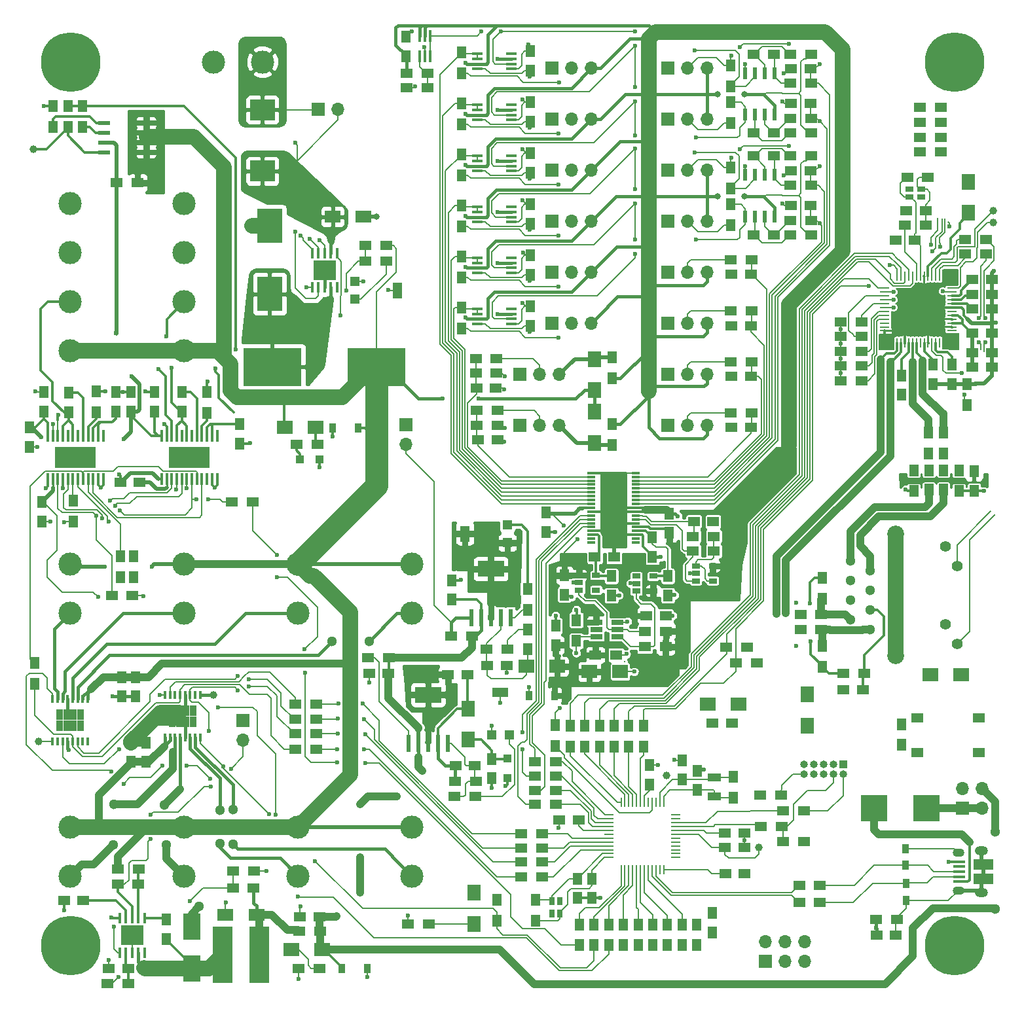
<source format=gbr>
G04 #@! TF.FileFunction,Copper,L1,Top,Signal*
%FSLAX46Y46*%
G04 Gerber Fmt 4.6, Leading zero omitted, Abs format (unit mm)*
G04 Created by KiCad (PCBNEW 4.0.4-stable) date Friday, December 29, 2017 'AMt' 10:56:01 AM*
%MOMM*%
%LPD*%
G01*
G04 APERTURE LIST*
%ADD10C,0.100000*%
%ADD11R,1.250000X1.500000*%
%ADD12R,1.500000X1.250000*%
%ADD13R,1.500000X1.300000*%
%ADD14R,0.600000X1.550000*%
%ADD15R,1.700000X1.700000*%
%ADD16O,1.700000X1.700000*%
%ADD17R,1.300000X1.500000*%
%ADD18R,1.450000X0.450000*%
%ADD19R,2.000000X1.600000*%
%ADD20R,3.300000X4.500000*%
%ADD21R,2.000000X1.700000*%
%ADD22R,0.900000X1.200000*%
%ADD23R,1.000000X1.000000*%
%ADD24R,1.700000X2.000000*%
%ADD25R,3.500000X3.500000*%
%ADD26R,1.650000X0.400000*%
%ADD27O,1.500000X1.100000*%
%ADD28O,1.700000X1.200000*%
%ADD29R,2.500000X1.430000*%
%ADD30R,7.500000X5.000000*%
%ADD31R,3.200000X2.700000*%
%ADD32R,0.250000X1.300000*%
%ADD33R,1.300000X0.250000*%
%ADD34R,0.500000X0.500000*%
%ADD35R,3.000000X2.600000*%
%ADD36R,0.350000X1.350000*%
%ADD37R,0.600000X2.200000*%
%ADD38R,3.450000X2.150000*%
%ADD39R,1.060000X0.650000*%
%ADD40R,1.560000X0.650000*%
%ADD41R,0.450000X1.050000*%
%ADD42R,0.895000X1.470000*%
%ADD43R,0.400000X1.500000*%
%ADD44O,1.000000X1.000000*%
%ADD45R,1.300000X1.300000*%
%ADD46R,1.300000X2.000000*%
%ADD47R,1.000000X0.700000*%
%ADD48R,1.800000X1.000000*%
%ADD49R,0.700000X1.000000*%
%ADD50C,7.700000*%
%ADD51C,0.700000*%
%ADD52C,3.000000*%
%ADD53R,0.300000X1.600000*%
%ADD54R,5.260000X2.750000*%
%ADD55C,0.400000*%
%ADD56R,1.100000X0.300000*%
%ADD57C,1.300000*%
%ADD58C,2.184400*%
%ADD59C,1.408000*%
%ADD60R,2.600000X7.300000*%
%ADD61R,2.300000X3.500000*%
%ADD62C,1.000000*%
%ADD63R,2.000000X1.300000*%
%ADD64R,1.550000X1.300000*%
%ADD65R,1.550000X0.600000*%
%ADD66C,0.600000*%
%ADD67C,0.800000*%
%ADD68C,0.200000*%
%ADD69C,0.300000*%
%ADD70C,1.000000*%
%ADD71C,0.150000*%
%ADD72C,0.400000*%
%ADD73C,0.500000*%
%ADD74C,2.000000*%
%ADD75C,0.250000*%
%ADD76C,3.000000*%
%ADD77C,0.254000*%
G04 APERTURE END LIST*
D10*
D11*
X83800000Y-67250000D03*
X83800000Y-64750000D03*
D12*
X102050000Y-20400000D03*
X99550000Y-20400000D03*
X102050000Y-24900000D03*
X99550000Y-24900000D03*
D13*
X99450000Y-18500000D03*
X102150000Y-18500000D03*
D14*
X97405000Y-20950000D03*
X96135000Y-20950000D03*
X94865000Y-20950000D03*
X93595000Y-20950000D03*
X93595000Y-26350000D03*
X94865000Y-26350000D03*
X96135000Y-26350000D03*
X97405000Y-26350000D03*
D13*
X97350000Y-28700000D03*
X94650000Y-28700000D03*
X102150000Y-26800000D03*
X99450000Y-26800000D03*
X97350000Y-18500000D03*
X94650000Y-18500000D03*
X102150000Y-22300000D03*
X99450000Y-22300000D03*
X99450000Y-28700000D03*
X102150000Y-28700000D03*
D15*
X83560000Y-26950000D03*
D16*
X86100000Y-26950000D03*
X88640000Y-26950000D03*
D15*
X83560000Y-20350000D03*
D16*
X86100000Y-20350000D03*
X88640000Y-20350000D03*
D17*
X91700000Y-24750000D03*
X91700000Y-27450000D03*
X91700000Y-22650000D03*
X91700000Y-19950000D03*
D11*
X65830000Y-40440000D03*
X65830000Y-37940000D03*
X65830000Y-33840000D03*
X65830000Y-31340000D03*
X65830000Y-27240000D03*
X65830000Y-24740000D03*
X65830000Y-20640000D03*
X65830000Y-18140000D03*
D17*
X56910000Y-38080000D03*
X56910000Y-40780000D03*
X56910000Y-31480000D03*
X56910000Y-34180000D03*
X56910000Y-24880000D03*
X56910000Y-27580000D03*
X56910000Y-18280000D03*
X56910000Y-20980000D03*
D18*
X63390000Y-40225000D03*
X63390000Y-39575000D03*
X63390000Y-38925000D03*
X63390000Y-38275000D03*
X58990000Y-38275000D03*
X58990000Y-38925000D03*
X58990000Y-39575000D03*
X58990000Y-40225000D03*
X63390000Y-33625000D03*
X63390000Y-32975000D03*
X63390000Y-32325000D03*
X63390000Y-31675000D03*
X58990000Y-31675000D03*
X58990000Y-32325000D03*
X58990000Y-32975000D03*
X58990000Y-33625000D03*
X63390000Y-27025000D03*
X63390000Y-26375000D03*
X63390000Y-25725000D03*
X63390000Y-25075000D03*
X58990000Y-25075000D03*
X58990000Y-25725000D03*
X58990000Y-26375000D03*
X58990000Y-27025000D03*
X63390000Y-20425000D03*
X63390000Y-19775000D03*
X63390000Y-19125000D03*
X63390000Y-18475000D03*
X58990000Y-18475000D03*
X58990000Y-19125000D03*
X58990000Y-19775000D03*
X58990000Y-20425000D03*
D15*
X68590000Y-40150000D03*
D16*
X71130000Y-40150000D03*
X73670000Y-40150000D03*
D15*
X68590000Y-33550000D03*
D16*
X71130000Y-33550000D03*
X73670000Y-33550000D03*
D15*
X68590000Y-26950000D03*
D16*
X71130000Y-26950000D03*
X73670000Y-26950000D03*
D15*
X68590000Y-20350000D03*
D16*
X71130000Y-20350000D03*
X73670000Y-20350000D03*
D18*
X63390000Y-13825000D03*
X63390000Y-13175000D03*
X63390000Y-12525000D03*
X63390000Y-11875000D03*
X58990000Y-11875000D03*
X58990000Y-12525000D03*
X58990000Y-13175000D03*
X58990000Y-13825000D03*
D17*
X56910000Y-11680000D03*
X56910000Y-14380000D03*
D15*
X68590000Y-13750000D03*
D16*
X71130000Y-13750000D03*
X73670000Y-13750000D03*
D11*
X65830000Y-14040000D03*
X65830000Y-11540000D03*
D12*
X123000000Y-38300000D03*
X125500000Y-38300000D03*
X113050000Y-29350000D03*
X115550000Y-29350000D03*
X114450000Y-25550000D03*
X116950000Y-25550000D03*
X108800000Y-87550000D03*
X106300000Y-87550000D03*
D11*
X117350000Y-59150000D03*
X117350000Y-61650000D03*
X119250000Y-59150000D03*
X119250000Y-61650000D03*
X123200000Y-61800000D03*
X123200000Y-59300000D03*
D12*
X123000000Y-34500000D03*
X125500000Y-34500000D03*
D11*
X120350000Y-45500000D03*
X120350000Y-48000000D03*
D12*
X123000000Y-36400000D03*
X125500000Y-36400000D03*
X123000000Y-41400000D03*
X125500000Y-41400000D03*
X123000000Y-43950000D03*
X125500000Y-43950000D03*
D11*
X117900000Y-45500000D03*
X117900000Y-48000000D03*
X113800000Y-46900000D03*
X113800000Y-49400000D03*
D12*
X123000000Y-45800000D03*
X125500000Y-45800000D03*
D19*
X40250000Y-26350000D03*
X44250000Y-26350000D03*
D12*
X8000000Y-114850000D03*
X5500000Y-114850000D03*
X13800000Y-123650000D03*
X11300000Y-123650000D03*
D11*
X18729960Y-119771480D03*
X18729960Y-117271480D03*
D19*
X30400000Y-116650000D03*
X26400000Y-116650000D03*
D11*
X55631080Y-75875200D03*
X55631080Y-73375200D03*
X65506600Y-82255680D03*
X65506600Y-79755680D03*
D12*
X60243400Y-84399120D03*
X62743400Y-84399120D03*
D11*
X69088000Y-81768000D03*
X69088000Y-79268000D03*
D12*
X47462760Y-85468460D03*
X44962760Y-85468460D03*
X56133680Y-97353120D03*
X58633680Y-97353120D03*
X57688800Y-85580220D03*
X55188800Y-85580220D03*
D11*
X60838080Y-96489200D03*
X60838080Y-98989200D03*
D12*
X74150000Y-70400000D03*
X76650000Y-70400000D03*
D11*
X81600000Y-67850000D03*
X81600000Y-70350000D03*
X67871680Y-64623000D03*
X67871680Y-67123000D03*
D12*
X86950000Y-65800000D03*
X89450000Y-65800000D03*
D11*
X70215760Y-72747820D03*
X70215760Y-75247820D03*
D12*
X80817840Y-77973000D03*
X83317840Y-77973000D03*
D11*
X76300000Y-72850000D03*
X76300000Y-75350000D03*
X83600000Y-75350000D03*
X83600000Y-72850000D03*
D12*
X102050000Y-7200000D03*
X99550000Y-7200000D03*
X102050000Y-11700000D03*
X99550000Y-11700000D03*
X58850000Y-48500000D03*
X61350000Y-48500000D03*
X59050000Y-55200000D03*
X61550000Y-55200000D03*
D11*
X49700000Y-3050000D03*
X49700000Y-5550000D03*
D12*
X94350000Y-33800000D03*
X91850000Y-33800000D03*
X94350000Y-40500000D03*
X91850000Y-40500000D03*
X94350000Y-47000000D03*
X91850000Y-47000000D03*
X94350000Y-53600000D03*
X91850000Y-53600000D03*
D11*
X65830000Y-7440000D03*
X65830000Y-4940000D03*
X14800000Y-88400000D03*
X14800000Y-85900000D03*
X12950000Y-88400000D03*
X12950000Y-85900000D03*
X14200000Y-94400000D03*
X14200000Y-96900000D03*
X16100000Y-94400000D03*
X16100000Y-96900000D03*
X17230000Y-49050000D03*
X17230000Y-51550000D03*
X14127480Y-49054700D03*
X14127480Y-51554700D03*
X2890000Y-49050000D03*
X2890000Y-51550000D03*
X1016000Y-56114000D03*
X1016000Y-53614000D03*
X20750000Y-51550000D03*
X20750000Y-49050000D03*
D12*
X12800000Y-60700000D03*
X15300000Y-60700000D03*
D11*
X28239720Y-55672040D03*
X28239720Y-53172040D03*
X6106160Y-51648680D03*
X6106160Y-49148680D03*
X2670000Y-65750000D03*
X2670000Y-63250000D03*
X12192000Y-49042000D03*
X12192000Y-51542000D03*
D12*
X93500000Y-107950000D03*
X91000000Y-107950000D03*
D20*
X32100000Y-36350000D03*
X32100000Y-27550000D03*
D21*
X38050000Y-53600000D03*
X34050000Y-53600000D03*
D22*
X43550000Y-53700000D03*
X40250000Y-53700000D03*
D23*
X36050000Y-57750000D03*
X38550000Y-57750000D03*
D21*
X34900000Y-121200000D03*
X38900000Y-121200000D03*
D22*
X41460960Y-123634760D03*
X44760960Y-123634760D03*
D21*
X77438000Y-85217000D03*
X73438000Y-85217000D03*
D22*
X68949840Y-88300560D03*
X65649840Y-88300560D03*
D24*
X58552080Y-117824000D03*
X58552080Y-113824000D03*
D23*
X62829440Y-96448560D03*
X62829440Y-98948560D03*
D24*
X74100000Y-48750000D03*
X74100000Y-44750000D03*
X74100000Y-51600000D03*
X74100000Y-55600000D03*
D25*
X110250000Y-102900000D03*
X117050000Y-102900000D03*
D15*
X38410000Y-12450000D03*
D16*
X40950000Y-12450000D03*
D15*
X96170000Y-122715000D03*
D16*
X96170000Y-120175000D03*
X98710000Y-122715000D03*
X98710000Y-120175000D03*
X101250000Y-122715000D03*
X101250000Y-120175000D03*
D26*
X121270000Y-112380000D03*
X121270000Y-111730000D03*
X121270000Y-111080000D03*
X121270000Y-110430000D03*
X121270000Y-109780000D03*
D27*
X121150000Y-113500000D03*
X121150000Y-108660000D03*
D28*
X124150000Y-113810000D03*
X124150000Y-108350000D03*
D29*
X124390000Y-112040000D03*
X124390000Y-110120000D03*
D24*
X101600000Y-92170000D03*
X101600000Y-88170000D03*
D30*
X32450000Y-45775000D03*
X45950000Y-45775000D03*
D21*
X65294760Y-84526120D03*
X69294760Y-84526120D03*
D24*
X57807860Y-90006420D03*
X57807860Y-94006420D03*
D13*
X116950000Y-27400000D03*
X114250000Y-27400000D03*
X117250000Y-21250000D03*
X114550000Y-21250000D03*
X109000000Y-85450000D03*
X106300000Y-85450000D03*
D17*
X103550000Y-84550000D03*
X103550000Y-81850000D03*
X103550000Y-73050000D03*
X103550000Y-75750000D03*
D13*
X103450000Y-79750000D03*
X100750000Y-79750000D03*
X103450000Y-77800000D03*
X100750000Y-77800000D03*
X124750000Y-29300000D03*
X122050000Y-29300000D03*
X92376000Y-84074000D03*
X95076000Y-84074000D03*
X122050000Y-31200000D03*
X124750000Y-31200000D03*
D17*
X115400000Y-59150000D03*
X115400000Y-61850000D03*
X121250000Y-59150000D03*
X121250000Y-61850000D03*
D13*
X118900000Y-17950000D03*
X116200000Y-17950000D03*
X108650000Y-41850000D03*
X105950000Y-41850000D03*
X118900000Y-16050000D03*
X116200000Y-16050000D03*
X108650000Y-39950000D03*
X105950000Y-39950000D03*
X118900000Y-14150000D03*
X116200000Y-14150000D03*
X91106000Y-82042000D03*
X93806000Y-82042000D03*
D17*
X119250000Y-57000000D03*
X119250000Y-54300000D03*
D13*
X116200000Y-12200000D03*
X118900000Y-12200000D03*
X105950000Y-47550000D03*
X108650000Y-47550000D03*
X105950000Y-45650000D03*
X108650000Y-45650000D03*
X105950000Y-43750000D03*
X108650000Y-43750000D03*
D17*
X117300000Y-57000000D03*
X117300000Y-54300000D03*
X122300000Y-48000000D03*
X122300000Y-50700000D03*
D31*
X31175000Y-20425000D03*
X31175000Y-12525000D03*
D13*
X47180000Y-30100000D03*
X44480000Y-30100000D03*
X38300000Y-55800000D03*
X35600000Y-55800000D03*
X12434580Y-112727740D03*
X15134580Y-112727740D03*
X13850000Y-125600000D03*
X11150000Y-125600000D03*
X30041840Y-113223040D03*
X27341840Y-113223040D03*
X38550000Y-123600000D03*
X35850000Y-123600000D03*
X58246000Y-80645000D03*
X55546000Y-80645000D03*
X60173880Y-82296000D03*
X62873880Y-82296000D03*
X47506880Y-83428840D03*
X44806880Y-83428840D03*
X56074320Y-99395280D03*
X58774320Y-99395280D03*
X52698640Y-117896640D03*
X49998640Y-117896640D03*
D17*
X71755000Y-81233000D03*
X71755000Y-78533000D03*
D13*
X86850000Y-69600000D03*
X89550000Y-69600000D03*
X74215000Y-83058000D03*
X76915000Y-83058000D03*
X86850000Y-67700000D03*
X89550000Y-67700000D03*
X83367840Y-79973000D03*
X80667840Y-79973000D03*
X83317840Y-81973000D03*
X80617840Y-81973000D03*
D17*
X91700000Y-9450000D03*
X91700000Y-6750000D03*
X91700000Y-11550000D03*
X91700000Y-14250000D03*
D13*
X99450000Y-5300000D03*
X102150000Y-5300000D03*
X99450000Y-15500000D03*
X102150000Y-15500000D03*
X97350000Y-5300000D03*
X94650000Y-5300000D03*
X97350000Y-15500000D03*
X94650000Y-15500000D03*
X102150000Y-9100000D03*
X99450000Y-9100000D03*
X102150000Y-13600000D03*
X99450000Y-13600000D03*
D17*
X76400000Y-47250000D03*
X76400000Y-44550000D03*
X76400000Y-53150000D03*
X76400000Y-55850000D03*
D13*
X61450000Y-44700000D03*
X58750000Y-44700000D03*
X58750000Y-46600000D03*
X61450000Y-46600000D03*
X61550000Y-51400000D03*
X58850000Y-51400000D03*
X58850000Y-53300000D03*
X61550000Y-53300000D03*
X49838120Y-7808294D03*
X52538120Y-7808294D03*
X52548120Y-9668294D03*
X49848120Y-9668294D03*
X94450000Y-31900000D03*
X91750000Y-31900000D03*
X94450000Y-38500000D03*
X91750000Y-38500000D03*
X94450000Y-45100000D03*
X91750000Y-45100000D03*
X94450000Y-51700000D03*
X91750000Y-51700000D03*
D17*
X56910000Y-5080000D03*
X56910000Y-7780000D03*
X61493400Y-114702600D03*
X61493400Y-117402600D03*
X24018240Y-49002960D03*
X24018240Y-51702960D03*
X6700000Y-65800000D03*
X6700000Y-63100000D03*
X9660000Y-48950000D03*
X9660000Y-51650000D03*
D13*
X14377660Y-75387200D03*
X11677660Y-75387200D03*
D17*
X113800000Y-94700000D03*
X113800000Y-92000000D03*
D32*
X113250000Y-42700000D03*
X113750000Y-42700000D03*
X114250000Y-42700000D03*
X114750000Y-42700000D03*
X115250000Y-42700000D03*
X115750000Y-42700000D03*
X116250000Y-42700000D03*
X116750000Y-42700000D03*
X117250000Y-42700000D03*
X117750000Y-42700000D03*
X118250000Y-42700000D03*
X118750000Y-42700000D03*
D33*
X120350000Y-41100000D03*
X120350000Y-40600000D03*
X120350000Y-40100000D03*
X120350000Y-39600000D03*
X120350000Y-39100000D03*
X120350000Y-38600000D03*
X120350000Y-38100000D03*
X120350000Y-37600000D03*
X120350000Y-37100000D03*
X120350000Y-36600000D03*
X120350000Y-36100000D03*
X120350000Y-35600000D03*
D32*
X118750000Y-34000000D03*
X118250000Y-34000000D03*
X117750000Y-34000000D03*
X117250000Y-34000000D03*
X116750000Y-34000000D03*
X116250000Y-34000000D03*
X115750000Y-34000000D03*
X115250000Y-34000000D03*
X114750000Y-34000000D03*
X114250000Y-34000000D03*
X113750000Y-34000000D03*
X113250000Y-34000000D03*
D33*
X111650000Y-35600000D03*
X111650000Y-36100000D03*
X111650000Y-36600000D03*
X111650000Y-37100000D03*
X111650000Y-37600000D03*
X111650000Y-38100000D03*
X111650000Y-38600000D03*
X111650000Y-39100000D03*
X111650000Y-39600000D03*
X111650000Y-40100000D03*
X111650000Y-40600000D03*
X111650000Y-41100000D03*
D34*
X39200000Y-33275000D03*
X38450000Y-34025000D03*
X39950000Y-34025000D03*
X39950000Y-32525000D03*
X38450000Y-32525000D03*
D35*
X39200000Y-33275000D03*
D36*
X39200000Y-31050000D03*
X40800000Y-31050000D03*
X40000000Y-31050000D03*
X38400000Y-31050000D03*
X37600000Y-31050000D03*
X37600000Y-35500000D03*
X38400000Y-35500000D03*
X39200000Y-35500000D03*
X40000000Y-35500000D03*
X40800000Y-35500000D03*
D34*
X14325600Y-119331740D03*
X13575600Y-120081740D03*
X15075600Y-120081740D03*
X15075600Y-118581740D03*
X13575600Y-118581740D03*
D35*
X14325600Y-119331740D03*
D36*
X14325600Y-117106740D03*
X15925600Y-117106740D03*
X15125600Y-117106740D03*
X13525600Y-117106740D03*
X12725600Y-117106740D03*
X12725600Y-121556740D03*
X13525600Y-121556740D03*
X14325600Y-121556740D03*
X15125600Y-121556740D03*
X15925600Y-121556740D03*
D37*
X61991680Y-78210500D03*
X59451680Y-78210500D03*
D38*
X60721680Y-71910500D03*
D37*
X60721680Y-78210500D03*
X63261680Y-78210500D03*
X58181680Y-78210500D03*
X53870000Y-94487500D03*
X51330000Y-94487500D03*
D38*
X52600000Y-88187500D03*
D37*
X52600000Y-94487500D03*
X55140000Y-94487500D03*
X50060000Y-94487500D03*
D39*
X87200000Y-71550000D03*
X87200000Y-72500000D03*
X87200000Y-73450000D03*
X89400000Y-73450000D03*
X89400000Y-71550000D03*
D40*
X74342000Y-78806000D03*
X74342000Y-79756000D03*
X74342000Y-80706000D03*
X77042000Y-80706000D03*
X77042000Y-78806000D03*
X77042000Y-79756000D03*
D39*
X79500000Y-72850000D03*
X79500000Y-73800000D03*
X79500000Y-74750000D03*
X81700000Y-74750000D03*
X81700000Y-72850000D03*
X72100000Y-72750000D03*
X72100000Y-73700000D03*
X72100000Y-74650000D03*
X74300000Y-74650000D03*
X74300000Y-72750000D03*
D14*
X97405000Y-7750000D03*
X96135000Y-7750000D03*
X94865000Y-7750000D03*
X93595000Y-7750000D03*
X93595000Y-13150000D03*
X94865000Y-13150000D03*
X96135000Y-13150000D03*
X97405000Y-13150000D03*
D18*
X63390000Y-7225000D03*
X63390000Y-6575000D03*
X63390000Y-5925000D03*
X63390000Y-5275000D03*
X58990000Y-5275000D03*
X58990000Y-5925000D03*
X58990000Y-6575000D03*
X58990000Y-7225000D03*
D41*
X8585000Y-88710000D03*
X7935000Y-88710000D03*
X7285000Y-88710000D03*
X6635000Y-88710000D03*
X5985000Y-88710000D03*
X5335000Y-88710000D03*
X4685000Y-88710000D03*
X4035000Y-88710000D03*
X4035000Y-94260000D03*
X4685000Y-94260000D03*
X5335000Y-94260000D03*
X5985000Y-94260000D03*
X6635000Y-94260000D03*
X7285000Y-94260000D03*
X7935000Y-94260000D03*
X8585000Y-94260000D03*
D42*
X4967500Y-92220000D03*
X5862500Y-92220000D03*
X6757500Y-92220000D03*
X7652500Y-92220000D03*
X4967500Y-90750000D03*
X5862500Y-90750000D03*
X6757500Y-90750000D03*
X7652500Y-90750000D03*
D41*
X18572500Y-93760000D03*
X19222500Y-93760000D03*
X19872500Y-93760000D03*
X20522500Y-93760000D03*
X21172500Y-93760000D03*
X21822500Y-93760000D03*
X22472500Y-93760000D03*
X23122500Y-93760000D03*
X23122500Y-88210000D03*
X22472500Y-88210000D03*
X21822500Y-88210000D03*
X21172500Y-88210000D03*
X20522500Y-88210000D03*
X19872500Y-88210000D03*
X19222500Y-88210000D03*
X18572500Y-88210000D03*
D42*
X22190000Y-90250000D03*
X21295000Y-90250000D03*
X20400000Y-90250000D03*
X19505000Y-90250000D03*
X22190000Y-91720000D03*
X21295000Y-91720000D03*
X20400000Y-91720000D03*
X19505000Y-91720000D03*
D32*
X83050000Y-102150000D03*
X82550000Y-102150000D03*
X82050000Y-102150000D03*
X81550000Y-102150000D03*
X81050000Y-102150000D03*
X80550000Y-102150000D03*
X80050000Y-102150000D03*
X79550000Y-102150000D03*
X79050000Y-102150000D03*
X78550000Y-102150000D03*
X78050000Y-102150000D03*
X77550000Y-102150000D03*
D33*
X75950000Y-103750000D03*
X75950000Y-104250000D03*
X75950000Y-104750000D03*
X75950000Y-105250000D03*
X75950000Y-105750000D03*
X75950000Y-106250000D03*
X75950000Y-106750000D03*
X75950000Y-107250000D03*
X75950000Y-107750000D03*
X75950000Y-108250000D03*
X75950000Y-108750000D03*
X75950000Y-109250000D03*
D32*
X77550000Y-110850000D03*
X78050000Y-110850000D03*
X78550000Y-110850000D03*
X79050000Y-110850000D03*
X79550000Y-110850000D03*
X80050000Y-110850000D03*
X80550000Y-110850000D03*
X81050000Y-110850000D03*
X81550000Y-110850000D03*
X82050000Y-110850000D03*
X82550000Y-110850000D03*
X83050000Y-110850000D03*
D33*
X84650000Y-109250000D03*
X84650000Y-108750000D03*
X84650000Y-108250000D03*
X84650000Y-107750000D03*
X84650000Y-107250000D03*
X84650000Y-106750000D03*
X84650000Y-106250000D03*
X84650000Y-105750000D03*
X84650000Y-105250000D03*
X84650000Y-104750000D03*
X84650000Y-104250000D03*
X84650000Y-103750000D03*
D22*
X114360960Y-110279360D03*
X114360960Y-108079360D03*
X114386360Y-112575160D03*
X114386360Y-114775160D03*
D43*
X51550000Y-5630000D03*
X52200000Y-5630000D03*
X52850000Y-5630000D03*
X52850000Y-2970000D03*
X52200000Y-2970000D03*
X51550000Y-2970000D03*
D11*
X87435900Y-100515860D03*
X87435900Y-98015860D03*
X89326720Y-116443440D03*
X89326720Y-118943440D03*
X71900000Y-112000000D03*
X71900000Y-114500000D03*
D12*
X72049960Y-104373680D03*
X69549960Y-104373680D03*
X91007880Y-111368840D03*
X93507880Y-111368840D03*
D11*
X85435900Y-99165860D03*
X85435900Y-96665860D03*
X73800000Y-112000000D03*
X73800000Y-114500000D03*
D12*
X91000000Y-106100000D03*
X93500000Y-106100000D03*
X89387360Y-91866720D03*
X91887360Y-91866720D03*
D11*
X81244440Y-99791840D03*
X81244440Y-97291840D03*
D23*
X106290000Y-97230000D03*
D44*
X106290000Y-98500000D03*
X105020000Y-97230000D03*
X105020000Y-98500000D03*
X103750000Y-97230000D03*
X103750000Y-98500000D03*
X102480000Y-97230000D03*
X102480000Y-98500000D03*
X101210000Y-97230000D03*
X101210000Y-98500000D03*
D21*
X88749120Y-89435940D03*
X92749120Y-89435940D03*
D24*
X122500000Y-25850000D03*
X122500000Y-21850000D03*
D13*
X44480000Y-32100000D03*
X47180000Y-32100000D03*
X27362160Y-111008160D03*
X30062160Y-111008160D03*
D17*
X92024200Y-98799660D03*
X92024200Y-101499660D03*
X66500000Y-117400000D03*
X66500000Y-114700000D03*
D13*
X98500000Y-107200000D03*
X101200000Y-107200000D03*
D45*
X43130000Y-37025000D03*
X43130000Y-34725000D03*
D46*
X48630000Y-35875000D03*
D47*
X116400000Y-22800000D03*
X114800000Y-23800000D03*
X116400000Y-23800000D03*
X114800000Y-22800000D03*
D48*
X89635900Y-101365860D03*
X89635900Y-98865860D03*
D49*
X69600000Y-116500000D03*
X68600000Y-114900000D03*
X68600000Y-116500000D03*
X69600000Y-114900000D03*
D12*
X113093820Y-119275860D03*
X110593820Y-119275860D03*
D13*
X113221760Y-117236240D03*
X110521760Y-117236240D03*
X67350000Y-109850000D03*
X64650000Y-109850000D03*
X67350000Y-111800000D03*
X64650000Y-111800000D03*
X67350000Y-106150000D03*
X64650000Y-106150000D03*
X67350000Y-108000000D03*
X64650000Y-108000000D03*
D17*
X72850000Y-94900000D03*
X72850000Y-92200000D03*
X70972400Y-94888840D03*
X70972400Y-92188840D03*
X76650000Y-94900000D03*
X76650000Y-92200000D03*
X74750000Y-94900000D03*
X74750000Y-92200000D03*
D13*
X69100000Y-98700000D03*
X66400000Y-98700000D03*
X69100000Y-102400000D03*
X66400000Y-102400000D03*
X69100000Y-96850000D03*
X66400000Y-96850000D03*
X69100000Y-100550000D03*
X66400000Y-100550000D03*
D17*
X87350000Y-120600000D03*
X87350000Y-117900000D03*
X85450000Y-117900000D03*
X85450000Y-120600000D03*
X81650000Y-117900000D03*
X81650000Y-120600000D03*
X83550000Y-117900000D03*
X83550000Y-120600000D03*
D13*
X100580000Y-112882880D03*
X103280000Y-112882880D03*
X100575000Y-115050000D03*
X103275000Y-115050000D03*
X95600000Y-105250000D03*
X98300000Y-105250000D03*
X98472000Y-103251000D03*
X101172000Y-103251000D03*
X95551000Y-101219000D03*
X98251000Y-101219000D03*
D50*
X120650000Y-120650000D03*
D51*
X117850000Y-120650000D03*
X122629890Y-122629890D03*
X120650000Y-123450000D03*
X118670110Y-122629890D03*
X123450000Y-120650000D03*
X118670110Y-118670110D03*
X120650000Y-117850000D03*
X122629890Y-118670110D03*
D50*
X6350000Y-120650000D03*
D51*
X3550000Y-120650000D03*
X8329890Y-122629890D03*
X6350000Y-123450000D03*
X4370110Y-122629890D03*
X9150000Y-120650000D03*
X4370110Y-118670110D03*
X6350000Y-117850000D03*
X8329890Y-118670110D03*
D50*
X120650000Y-6350000D03*
D51*
X117850000Y-6350000D03*
X122629890Y-8329890D03*
X120650000Y-9150000D03*
X118670110Y-8329890D03*
X123450000Y-6350000D03*
X118670110Y-4370110D03*
X120650000Y-3550000D03*
X122629890Y-4370110D03*
D50*
X6350000Y-6350000D03*
D51*
X3550000Y-6350000D03*
X8329890Y-8329890D03*
X6350000Y-9150000D03*
X4370110Y-8329890D03*
X9150000Y-6350000D03*
X4370110Y-4370110D03*
X6350000Y-3550000D03*
X8329890Y-4370110D03*
D13*
X15200000Y-110750000D03*
X12500000Y-110750000D03*
X38600000Y-118750000D03*
X35900000Y-118750000D03*
D52*
X6310000Y-37375000D03*
X6310000Y-31025000D03*
X6310000Y-43725000D03*
X6310000Y-24675000D03*
X21040000Y-37375000D03*
X21040000Y-31025000D03*
X21040000Y-43725000D03*
X21040000Y-24675000D03*
X21040000Y-71325000D03*
X21040000Y-77675000D03*
X50500000Y-71325000D03*
X50500000Y-77675000D03*
X35770000Y-71325000D03*
X35770000Y-77675000D03*
X6310000Y-71325000D03*
X6310000Y-77675000D03*
X31175000Y-6310000D03*
X24825000Y-6310000D03*
X50500000Y-105295000D03*
X50500000Y-111645000D03*
X35770000Y-105295000D03*
X35770000Y-111645000D03*
X21040000Y-105295000D03*
X21040000Y-111645000D03*
X6310000Y-105295000D03*
X6310000Y-111645000D03*
D53*
X18155000Y-60315000D03*
X18805000Y-60315000D03*
X19455000Y-60315000D03*
X20105000Y-60315000D03*
X20755000Y-60315000D03*
X21405000Y-60315000D03*
X22055000Y-60315000D03*
X22705000Y-60315000D03*
X23355000Y-60315000D03*
X24005000Y-60315000D03*
X24655000Y-60315000D03*
X25305000Y-60315000D03*
X25305000Y-54715000D03*
X24655000Y-54715000D03*
X24005000Y-54715000D03*
X23355000Y-54715000D03*
X22705000Y-54715000D03*
X22055000Y-54715000D03*
X21405000Y-54715000D03*
X20755000Y-54715000D03*
X20105000Y-54715000D03*
X19455000Y-54715000D03*
X18805000Y-54715000D03*
X18155000Y-54715000D03*
D54*
X21730000Y-57515000D03*
D55*
X21730000Y-57515000D03*
X23680000Y-57515000D03*
X19780000Y-57515000D03*
X22380000Y-58415000D03*
X21080000Y-58415000D03*
X22380000Y-56615000D03*
X21080000Y-56615000D03*
D53*
X3425000Y-60315000D03*
X4075000Y-60315000D03*
X4725000Y-60315000D03*
X5375000Y-60315000D03*
X6025000Y-60315000D03*
X6675000Y-60315000D03*
X7325000Y-60315000D03*
X7975000Y-60315000D03*
X8625000Y-60315000D03*
X9275000Y-60315000D03*
X9925000Y-60315000D03*
X10575000Y-60315000D03*
X10575000Y-54715000D03*
X9925000Y-54715000D03*
X9275000Y-54715000D03*
X8625000Y-54715000D03*
X7975000Y-54715000D03*
X7325000Y-54715000D03*
X6675000Y-54715000D03*
X6025000Y-54715000D03*
X5375000Y-54715000D03*
X4725000Y-54715000D03*
X4075000Y-54715000D03*
X3425000Y-54715000D03*
D54*
X7000000Y-57515000D03*
D55*
X7000000Y-57515000D03*
X8950000Y-57515000D03*
X5050000Y-57515000D03*
X7650000Y-58415000D03*
X6350000Y-58415000D03*
X7650000Y-56615000D03*
X6350000Y-56615000D03*
D56*
X79415000Y-68500000D03*
X79415000Y-68000000D03*
X79415000Y-67500000D03*
X79415000Y-67000000D03*
X79415000Y-66500000D03*
X79415000Y-66000000D03*
X79415000Y-65500000D03*
X79415000Y-65000000D03*
X79415000Y-64500000D03*
X79415000Y-64000000D03*
X79415000Y-63500000D03*
X79415000Y-63000000D03*
X79415000Y-62500000D03*
X79415000Y-62000000D03*
X79415000Y-61500000D03*
X79415000Y-61000000D03*
X79415000Y-60500000D03*
X79415000Y-60000000D03*
X79415000Y-59500000D03*
X73715000Y-59500000D03*
X73715000Y-60000000D03*
X73715000Y-60500000D03*
X73715000Y-61000000D03*
X73715000Y-61500000D03*
X73715000Y-62000000D03*
X73715000Y-62500000D03*
X73715000Y-63000000D03*
X73715000Y-63500000D03*
X73715000Y-64000000D03*
X73715000Y-64500000D03*
X73715000Y-65000000D03*
X73715000Y-65500000D03*
X73715000Y-66000000D03*
X73715000Y-66500000D03*
X73715000Y-67000000D03*
X73715000Y-67500000D03*
X73715000Y-68000000D03*
X73715000Y-68500000D03*
D15*
X83560000Y-7150000D03*
D16*
X86100000Y-7150000D03*
X88640000Y-7150000D03*
D15*
X83560000Y-13750000D03*
D16*
X86100000Y-13750000D03*
X88640000Y-13750000D03*
D15*
X64490000Y-46750000D03*
D16*
X67030000Y-46750000D03*
X69570000Y-46750000D03*
D15*
X64490000Y-53350000D03*
D16*
X67030000Y-53350000D03*
X69570000Y-53350000D03*
D15*
X68590000Y-7150000D03*
D16*
X71130000Y-7150000D03*
X73670000Y-7150000D03*
D15*
X83560000Y-33550000D03*
D16*
X86100000Y-33550000D03*
X88640000Y-33550000D03*
D15*
X83560000Y-40150000D03*
D16*
X86100000Y-40150000D03*
X88640000Y-40150000D03*
D15*
X83560000Y-46750000D03*
D16*
X86100000Y-46750000D03*
X88640000Y-46750000D03*
D15*
X83560000Y-53350000D03*
D16*
X86100000Y-53350000D03*
X88640000Y-53350000D03*
D21*
X117550000Y-85600000D03*
X121550000Y-85600000D03*
D57*
X107211910Y-70855790D03*
X109751910Y-72125790D03*
X107211910Y-73395790D03*
X109751910Y-74665791D03*
X107211910Y-75935791D03*
X109751910Y-77205790D03*
X107211910Y-78475790D03*
X109751910Y-79745790D03*
D58*
X113051910Y-83175790D03*
X113051910Y-67425790D03*
D59*
X119480500Y-68974530D03*
X121000500Y-81624530D03*
X119480000Y-79086380D03*
X121000000Y-71516380D03*
D60*
X26060000Y-121800000D03*
X30760000Y-121800000D03*
D61*
X22050000Y-123600000D03*
X22050000Y-118200000D03*
D12*
X38550000Y-116900000D03*
X36050000Y-116900000D03*
D62*
X125650000Y-25550000D03*
X125700000Y-27100000D03*
X24800000Y-88200000D03*
X2200000Y-94250000D03*
X83433920Y-98653600D03*
D17*
X65491360Y-77204560D03*
X65491360Y-74504560D03*
D13*
X56018440Y-101384100D03*
X58718440Y-101384100D03*
D45*
X62851480Y-66215880D03*
X62851480Y-68515880D03*
D46*
X57351480Y-67365880D03*
D45*
X63105680Y-93356880D03*
X60805680Y-93356880D03*
D63*
X61955680Y-87856880D03*
D64*
X115825000Y-91150000D03*
X123775000Y-91150000D03*
X115825000Y-95650000D03*
X123775000Y-95650000D03*
D62*
X95377000Y-107950000D03*
D17*
X72150000Y-117900000D03*
X72150000Y-120600000D03*
X69037200Y-94791520D03*
X69037200Y-92091520D03*
X74050000Y-117900000D03*
X74050000Y-120600000D03*
X75950000Y-117900000D03*
X75950000Y-120600000D03*
X77850000Y-117900000D03*
X77850000Y-120600000D03*
X79750000Y-117900000D03*
X79750000Y-120600000D03*
X80450000Y-94900000D03*
X80450000Y-92200000D03*
X78550000Y-94900000D03*
X78550000Y-92200000D03*
D13*
X38100000Y-93250000D03*
X35400000Y-93250000D03*
X38100000Y-95250000D03*
X35400000Y-95250000D03*
X38100000Y-91350000D03*
X35400000Y-91350000D03*
X38100000Y-89400000D03*
X35400000Y-89400000D03*
X29950000Y-63250000D03*
X27250000Y-63250000D03*
D17*
X1730000Y-86810000D03*
X1730000Y-84110000D03*
X12800000Y-73000000D03*
X12800000Y-70300000D03*
X14480000Y-73000000D03*
X14480000Y-70300000D03*
D13*
X12320280Y-21965920D03*
X15020280Y-21965920D03*
D17*
X4100000Y-14750000D03*
X4100000Y-12050000D03*
X7925000Y-12050000D03*
X7925000Y-14750000D03*
X6000000Y-12050000D03*
X6000000Y-14750000D03*
D62*
X1525000Y-17625000D03*
D65*
X10736600Y-14188440D03*
X10736600Y-15458440D03*
X10736600Y-16728440D03*
X10736600Y-17998440D03*
X16136600Y-17998440D03*
X16136600Y-16728440D03*
X16136600Y-15458440D03*
X16136600Y-14188440D03*
D15*
X121660000Y-102850000D03*
D16*
X121660000Y-100310000D03*
X124200000Y-102850000D03*
X124200000Y-100310000D03*
D15*
X49750000Y-53250000D03*
D16*
X49750000Y-55790000D03*
D15*
X28650000Y-91550000D03*
D16*
X28650000Y-94090000D03*
D66*
X100150000Y-81900000D03*
X100150000Y-76250000D03*
X2900000Y-12050000D03*
X119925000Y-109800000D03*
D57*
X23000000Y-115600000D03*
D66*
X69469000Y-105410000D03*
X93472000Y-107061000D03*
X88265000Y-97917000D03*
X84455000Y-96647000D03*
X82296000Y-97282000D03*
X105918000Y-46609000D03*
X105918000Y-44704000D03*
X105918000Y-42799000D03*
X105918000Y-40894000D03*
X86487000Y-72517000D03*
X84201000Y-77978000D03*
X84455000Y-75311000D03*
X65676780Y-87200740D03*
X78740000Y-73787000D03*
X71120000Y-75565000D03*
X71755000Y-77216000D03*
X69088000Y-77978000D03*
X71374000Y-73660000D03*
X77297280Y-75316080D03*
X50007520Y-116758720D03*
X44761960Y-124747280D03*
X13159740Y-49004220D03*
X2032000Y-56134000D03*
X40248840Y-54792880D03*
X38557200Y-58755280D03*
X74904600Y-114498120D03*
X62628780Y-99982020D03*
X60845700Y-100241100D03*
X61917580Y-89258140D03*
X60822840Y-92181680D03*
D67*
X52539900Y-90030300D03*
X55135780Y-88201500D03*
X50327560Y-88193880D03*
D66*
X55166260Y-86700360D03*
X53675280Y-85577680D03*
X62738000Y-85344000D03*
D67*
X63246000Y-71882000D03*
X58166000Y-71882000D03*
X60706000Y-73914000D03*
X60706000Y-69850000D03*
D66*
X64008000Y-68580000D03*
X61468000Y-68580000D03*
X58928000Y-67310000D03*
X69004180Y-67119500D03*
X56875680Y-73319640D03*
X44980860Y-86586060D03*
X16060420Y-48978820D03*
X24033480Y-47701200D03*
X29603700Y-55618380D03*
X18506440Y-53195220D03*
X1778000Y-48966120D03*
X4091940Y-53213000D03*
X10835640Y-48905160D03*
X3766820Y-65758060D03*
X5514340Y-65836800D03*
X20030440Y-61625480D03*
X110482380Y-118323360D03*
X11805920Y-88412320D03*
X36068000Y-115570000D03*
X35814000Y-124968000D03*
X31668720Y-111023400D03*
X26408380Y-115051840D03*
X11300460Y-122527060D03*
X5509260Y-116037360D03*
X123500000Y-47950000D03*
X125500000Y-46900000D03*
X126000000Y-40050000D03*
X125750000Y-33400000D03*
X6150000Y-95300000D03*
X25000000Y-61350000D03*
X10250000Y-61400000D03*
X5400000Y-61450000D03*
X3150000Y-61500000D03*
X12650000Y-59700000D03*
X75665000Y-66000000D03*
X75665000Y-63000000D03*
X75665000Y-60000000D03*
X84900000Y-65100000D03*
X82700000Y-70400000D03*
X76565000Y-68000000D03*
X77465000Y-66000000D03*
X77465000Y-63000000D03*
X77465000Y-60000000D03*
X50900000Y-9500000D03*
X52100000Y-4400000D03*
X50500000Y-2400000D03*
X62400000Y-55500000D03*
X62500000Y-53700000D03*
X62400000Y-48700000D03*
X62500000Y-47000000D03*
X93600000Y-19800000D03*
X98400000Y-24600000D03*
X98600000Y-21000000D03*
X98400000Y-11400000D03*
X98600000Y-7800000D03*
X93600000Y-6600000D03*
X61600000Y-38950000D03*
X61600000Y-32350000D03*
X61600000Y-25750000D03*
X61600000Y-19150000D03*
X61600000Y-12550000D03*
X61600000Y-5950000D03*
X44255000Y-34725000D03*
X47480000Y-35850000D03*
D67*
X45900000Y-26325000D03*
D57*
X29825000Y-27550000D03*
D66*
X25125000Y-46000000D03*
X27700000Y-43550000D03*
X15788640Y-75422760D03*
X9906000Y-75544680D03*
X41225000Y-39075000D03*
X10750000Y-71600000D03*
X16900000Y-71600000D03*
X46550000Y-45500000D03*
X47600000Y-45500000D03*
X45600000Y-45500000D03*
X59100000Y-49900000D03*
X54500000Y-49900000D03*
X12532360Y-124752100D03*
D57*
X125900000Y-105925000D03*
X125900000Y-115925000D03*
D67*
X51816000Y-98044000D03*
X48514000Y-101346000D03*
X43815000Y-102362000D03*
X43815000Y-109220000D03*
X43815000Y-113792000D03*
X40767000Y-116840000D03*
D66*
X70104000Y-66294000D03*
X71882000Y-68072000D03*
D67*
X90000000Y-23700000D03*
X93500000Y-23700000D03*
X90000000Y-10500000D03*
X93500000Y-10500000D03*
D66*
X57430000Y-39410000D03*
X57430000Y-32810000D03*
X57430000Y-26210000D03*
X57430000Y-19610000D03*
X57430000Y-13010000D03*
X57430000Y-6410000D03*
X65560000Y-4100000D03*
X65700000Y-8210000D03*
X64800000Y-11200000D03*
X65700000Y-14810000D03*
X13208000Y-55118000D03*
X2540000Y-54864000D03*
X14224000Y-46990000D03*
X12192000Y-41402000D03*
X18768060Y-41856660D03*
X19397980Y-45880020D03*
X64800000Y-24200000D03*
X65700000Y-28010000D03*
X64900000Y-31000000D03*
X65700000Y-34610000D03*
X64800000Y-37500000D03*
X65700000Y-41210000D03*
X35400000Y-16800000D03*
D57*
X45000000Y-81250000D03*
X40200000Y-81300000D03*
D66*
X9658413Y-65041587D03*
X11490000Y-63100000D03*
X12621260Y-95239840D03*
X24277320Y-92847160D03*
X29450000Y-87100000D03*
X28000000Y-87600000D03*
X29450000Y-86150000D03*
X28000000Y-85800000D03*
D57*
X11950000Y-102350000D03*
X11850000Y-107600000D03*
X18500000Y-102450000D03*
X18750000Y-107600000D03*
X25650000Y-103100000D03*
X25650000Y-107450000D03*
X27350000Y-107500000D03*
X27350000Y-103000000D03*
D66*
X16700000Y-106850000D03*
X16700000Y-103750000D03*
X24500000Y-100050000D03*
X27100000Y-97750000D03*
X71755000Y-82804000D03*
X69596000Y-89916000D03*
X78359000Y-78740000D03*
X78232000Y-82931000D03*
X87100000Y-4800000D03*
X87200000Y-16100000D03*
X87100000Y-18000000D03*
X87200000Y-29300000D03*
X17759680Y-46065440D03*
X4729480Y-52003960D03*
X79400000Y-31200000D03*
X79400000Y-29300000D03*
X79400000Y-24600000D03*
X79400000Y-22800000D03*
X79400000Y-17500000D03*
X79400000Y-15800000D03*
X79400000Y-11400000D03*
X79400000Y-9600000D03*
X79400000Y-4200000D03*
X79400000Y-2400000D03*
X62000000Y-2400000D03*
X59500000Y-2400000D03*
X37250000Y-29175010D03*
X35425000Y-28250000D03*
D67*
X38700000Y-41925000D03*
D66*
X36100000Y-28825000D03*
X38550000Y-29375000D03*
X41990000Y-35890000D03*
X36875000Y-35500000D03*
X102000000Y-76350000D03*
X102050000Y-81300000D03*
X123800000Y-42550000D03*
X123802342Y-39422255D03*
X124650000Y-42550000D03*
X124646995Y-39414277D03*
X117600000Y-29950000D03*
X112800000Y-36100000D03*
X117800000Y-30850000D03*
X112800000Y-37100000D03*
X118825000Y-30250000D03*
X112800000Y-38100000D03*
X120000000Y-27600000D03*
X119150000Y-36000000D03*
X12120000Y-63730000D03*
X10440000Y-65400000D03*
X24150000Y-62900000D03*
X22650000Y-62900000D03*
X11320000Y-65780000D03*
X12740000Y-64350000D03*
X21400000Y-61490000D03*
X121950000Y-49400000D03*
X121600000Y-46600000D03*
X79248000Y-85217000D03*
X99249990Y-3949990D03*
X92900000Y-4400000D03*
X91800000Y-5500000D03*
X92900000Y-17600000D03*
X91800000Y-18700000D03*
X99249990Y-17149990D03*
X69510000Y-8950000D03*
X69490000Y-15570000D03*
X69490000Y-28770000D03*
X69490000Y-35370000D03*
X69490000Y-41970000D03*
X64800000Y-17600000D03*
X65700000Y-21410000D03*
X69490000Y-22170000D03*
X103200000Y-6600000D03*
X103200000Y-14000000D03*
X103200000Y-19800000D03*
X103200000Y-27200000D03*
X124450000Y-61800000D03*
X114350000Y-61600000D03*
X64820800Y-95285560D03*
X64825880Y-93070680D03*
X44300000Y-91350000D03*
X40950000Y-91300000D03*
X44150000Y-89350000D03*
X41000000Y-89350000D03*
X11600180Y-117043200D03*
X21760180Y-114909600D03*
X11940540Y-118201440D03*
X112268000Y-32639000D03*
X109601000Y-35306000D03*
X37942520Y-109692440D03*
X32849820Y-103692960D03*
X25433020Y-89794080D03*
X17866360Y-88214200D03*
X44350000Y-95250000D03*
X40800000Y-95250000D03*
X35775900Y-114338100D03*
X32004000Y-103637080D03*
X26100000Y-97450000D03*
X24450000Y-99100000D03*
X21386800Y-97406460D03*
X18250000Y-97400000D03*
X13200000Y-99700000D03*
X11600000Y-98100000D03*
X44450000Y-93300000D03*
X40900000Y-93250000D03*
X33080960Y-70144640D03*
X33060640Y-72948800D03*
X36644580Y-82308700D03*
X36680140Y-85326220D03*
X40873680Y-96972120D03*
X44455080Y-97033080D03*
D68*
X77978000Y-83820000D02*
X78031000Y-83873000D01*
D69*
X4100000Y-12050000D02*
X2900000Y-12050000D01*
X121270000Y-109780000D02*
X119945000Y-109780000D01*
X119945000Y-109780000D02*
X119925000Y-109800000D01*
D70*
X22050000Y-118200000D02*
X22050000Y-116550000D01*
X22050000Y-116550000D02*
X23000000Y-115600000D01*
D68*
X69549960Y-104373680D02*
X69549960Y-105329040D01*
X69549960Y-105329040D02*
X69469000Y-105410000D01*
X93500000Y-107950000D02*
X93500000Y-107089000D01*
X93500000Y-107033000D02*
X93472000Y-107061000D01*
X93500000Y-107033000D02*
X93500000Y-106100000D01*
X93500000Y-107089000D02*
X93472000Y-107061000D01*
X87435900Y-98015860D02*
X88166140Y-98015860D01*
X88166140Y-98015860D02*
X88265000Y-97917000D01*
X85435900Y-96665860D02*
X84473860Y-96665860D01*
X84473860Y-96665860D02*
X84455000Y-96647000D01*
X81244440Y-97291840D02*
X82286160Y-97291840D01*
X82286160Y-97291840D02*
X82296000Y-97282000D01*
X105918000Y-47518000D02*
X105918000Y-46609000D01*
X105918000Y-46609000D02*
X105918000Y-45618000D01*
X105918000Y-47518000D02*
X105950000Y-47550000D01*
X105918000Y-45618000D02*
X105918000Y-44704000D01*
X105918000Y-44704000D02*
X105918000Y-43718000D01*
X105918000Y-43718000D02*
X105918000Y-42799000D01*
X105918000Y-42799000D02*
X105918000Y-41818000D01*
X105918000Y-41818000D02*
X105918000Y-40894000D01*
X105950000Y-40862000D02*
X105950000Y-39950000D01*
X105950000Y-40862000D02*
X105918000Y-40894000D01*
D71*
X87200000Y-72500000D02*
X86504000Y-72500000D01*
X86504000Y-72500000D02*
X86487000Y-72517000D01*
D68*
X83317840Y-77973000D02*
X84196000Y-77973000D01*
X84196000Y-77973000D02*
X84201000Y-77978000D01*
X83600000Y-75350000D02*
X84416000Y-75350000D01*
X84416000Y-75350000D02*
X84455000Y-75311000D01*
X65649840Y-88300560D02*
X65649840Y-87227680D01*
X65649840Y-87227680D02*
X65676780Y-87200740D01*
X79500000Y-73800000D02*
X78753000Y-73800000D01*
X78753000Y-73800000D02*
X78740000Y-73787000D01*
D69*
X70215760Y-75247820D02*
X70977760Y-75422760D01*
X70977760Y-75422760D02*
X71120000Y-75565000D01*
X71755000Y-78533000D02*
X71826120Y-77287120D01*
X71826120Y-77287120D02*
X71755000Y-77216000D01*
X69088000Y-79268000D02*
X69088000Y-77978000D01*
D68*
X72100000Y-73700000D02*
X71414000Y-73700000D01*
X71414000Y-73700000D02*
X71374000Y-73660000D01*
D69*
X76300000Y-75350000D02*
X77263360Y-75350000D01*
X77263360Y-75350000D02*
X77297280Y-75316080D01*
X69161340Y-79194660D02*
X69088000Y-79268000D01*
D71*
X49998640Y-117896640D02*
X49998640Y-116767600D01*
X49998640Y-116767600D02*
X50007520Y-116758720D01*
X44760960Y-123634760D02*
X44760960Y-124746280D01*
X44760960Y-124746280D02*
X44761960Y-124747280D01*
D69*
X13159740Y-49004220D02*
X14077000Y-49004220D01*
X14077000Y-49004220D02*
X14127480Y-49054700D01*
X12192000Y-49042000D02*
X13121960Y-49042000D01*
X13121960Y-49042000D02*
X13159740Y-49004220D01*
D68*
X1016000Y-56114000D02*
X2012000Y-56114000D01*
X2012000Y-56114000D02*
X2032000Y-56134000D01*
D69*
X40250000Y-53700000D02*
X40250000Y-54791720D01*
X40250000Y-54791720D02*
X40248840Y-54792880D01*
X38550000Y-57750000D02*
X38550000Y-58748080D01*
X38550000Y-58748080D02*
X38557200Y-58755280D01*
X73800000Y-114500000D02*
X74902720Y-114500000D01*
X74902720Y-114500000D02*
X74904600Y-114498120D01*
X71900000Y-114500000D02*
X73800000Y-114500000D01*
X62829440Y-98948560D02*
X62829440Y-99781360D01*
X62829440Y-99781360D02*
X62628780Y-99982020D01*
X60838080Y-98989200D02*
X60838080Y-100233480D01*
X60838080Y-100233480D02*
X60845700Y-100241100D01*
D68*
X61955680Y-87856880D02*
X61955680Y-89220040D01*
X61955680Y-89220040D02*
X61917580Y-89258140D01*
X60805680Y-93356880D02*
X60805680Y-92198840D01*
X60805680Y-92198840D02*
X60822840Y-92181680D01*
D72*
X52600000Y-88187500D02*
X52600000Y-89970200D01*
X52600000Y-89970200D02*
X52539900Y-90030300D01*
X52600000Y-88187500D02*
X55121780Y-88187500D01*
X55121780Y-88187500D02*
X55135780Y-88201500D01*
X52600000Y-88187500D02*
X50333940Y-88187500D01*
X50333940Y-88187500D02*
X50327560Y-88193880D01*
D69*
X55188800Y-85580220D02*
X55188800Y-86677820D01*
X55188800Y-86677820D02*
X55166260Y-86700360D01*
X55188800Y-85580220D02*
X53677820Y-85580220D01*
X53677820Y-85580220D02*
X53675280Y-85577680D01*
D68*
X62743400Y-84399120D02*
X62743400Y-85338600D01*
X62743400Y-85338600D02*
X62738000Y-85344000D01*
X60721680Y-71910500D02*
X63217500Y-71910500D01*
X63217500Y-71910500D02*
X63246000Y-71882000D01*
X60721680Y-71910500D02*
X58194500Y-71910500D01*
X58194500Y-71910500D02*
X58166000Y-71882000D01*
X60721680Y-71910500D02*
X60721680Y-73898320D01*
X60721680Y-73898320D02*
X60706000Y-73914000D01*
X60721680Y-71910500D02*
X60721680Y-69865680D01*
X60721680Y-69865680D02*
X60706000Y-69850000D01*
X62851480Y-68515880D02*
X63943880Y-68515880D01*
X63943880Y-68515880D02*
X64008000Y-68580000D01*
X62851480Y-68515880D02*
X61532120Y-68515880D01*
X61532120Y-68515880D02*
X61468000Y-68580000D01*
X57351480Y-67365880D02*
X58872120Y-67365880D01*
X58872120Y-67365880D02*
X58928000Y-67310000D01*
D69*
X67871680Y-67123000D02*
X69000680Y-67123000D01*
X69000680Y-67123000D02*
X69004180Y-67119500D01*
X55631080Y-73375200D02*
X56820120Y-73375200D01*
X56820120Y-73375200D02*
X56875680Y-73319640D01*
D71*
X44962760Y-85468460D02*
X44962760Y-86567960D01*
X44962760Y-86567960D02*
X44980860Y-86586060D01*
D69*
X17230000Y-49050000D02*
X16131600Y-49050000D01*
X16131600Y-49050000D02*
X16060420Y-48978820D01*
X24018240Y-49002960D02*
X24018240Y-47716440D01*
X24018240Y-47716440D02*
X24033480Y-47701200D01*
X28239720Y-55672040D02*
X29550040Y-55672040D01*
X29550040Y-55672040D02*
X29603700Y-55618380D01*
X18805000Y-54715000D02*
X18805000Y-53493780D01*
X18805000Y-53493780D02*
X18506440Y-53195220D01*
D68*
X2890000Y-49050000D02*
X1861880Y-49050000D01*
X1861880Y-49050000D02*
X1778000Y-48966120D01*
X4075000Y-54715000D02*
X4075000Y-53229940D01*
X4075000Y-53229940D02*
X4091940Y-53213000D01*
D69*
X9660000Y-48950000D02*
X10790800Y-48950000D01*
X10790800Y-48950000D02*
X10835640Y-48905160D01*
D71*
X2670000Y-65750000D02*
X3758760Y-65750000D01*
X3758760Y-65750000D02*
X3766820Y-65758060D01*
X6700000Y-65800000D02*
X5551140Y-65800000D01*
X5551140Y-65800000D02*
X5514340Y-65836800D01*
X20105000Y-60315000D02*
X20105000Y-61550920D01*
X20105000Y-61550920D02*
X20030440Y-61625480D01*
D72*
X110593820Y-119275860D02*
X110593820Y-118434800D01*
X110521760Y-118283980D02*
X110482380Y-118323360D01*
X110521760Y-118283980D02*
X110521760Y-117236240D01*
X110593820Y-118434800D02*
X110482380Y-118323360D01*
X12950000Y-88400000D02*
X11818240Y-88400000D01*
X11818240Y-88400000D02*
X11805920Y-88412320D01*
X14800000Y-88400000D02*
X12950000Y-88400000D01*
D71*
X36050000Y-116900000D02*
X36050000Y-115588000D01*
X36050000Y-115588000D02*
X36068000Y-115570000D01*
X35850000Y-123600000D02*
X35850000Y-124932000D01*
X35850000Y-124932000D02*
X35814000Y-124968000D01*
D68*
X30062160Y-111008160D02*
X31653480Y-111008160D01*
X31653480Y-111008160D02*
X31668720Y-111023400D01*
X26400000Y-116650000D02*
X26400000Y-115060220D01*
X26400000Y-115060220D02*
X26408380Y-115051840D01*
X14325600Y-121556740D02*
X14325600Y-119331740D01*
X11300000Y-123650000D02*
X11300000Y-122527520D01*
X11300000Y-122527520D02*
X11300460Y-122527060D01*
D69*
X5500000Y-114850000D02*
X5500000Y-116028100D01*
X5500000Y-116028100D02*
X5509260Y-116037360D01*
D73*
X123500000Y-47950000D02*
X124450000Y-47950000D01*
X124450000Y-47950000D02*
X125500000Y-46900000D01*
X122300000Y-48000000D02*
X123450000Y-48000000D01*
X123450000Y-48000000D02*
X123500000Y-47950000D01*
X120350000Y-48000000D02*
X122300000Y-48000000D01*
X117900000Y-48000000D02*
X120350000Y-48000000D01*
X125500000Y-45800000D02*
X125500000Y-46900000D01*
X125500000Y-40050000D02*
X126000000Y-40050000D01*
X125500000Y-34500000D02*
X125500000Y-33650000D01*
X125500000Y-33650000D02*
X125750000Y-33400000D01*
X125500000Y-36400000D02*
X125500000Y-34500000D01*
X125500000Y-38300000D02*
X125500000Y-36400000D01*
X125500000Y-43950000D02*
X125500000Y-41400000D01*
X125500000Y-45800000D02*
X125500000Y-43950000D01*
X122300000Y-39550000D02*
X122922256Y-40172256D01*
X122922256Y-40172256D02*
X125377744Y-40172256D01*
D69*
X121899999Y-39149999D02*
X122300000Y-39550000D01*
X121600000Y-38100000D02*
X121899999Y-38399999D01*
X121899999Y-38399999D02*
X121899999Y-39149999D01*
X120350000Y-38100000D02*
X121600000Y-38100000D01*
D73*
X125377744Y-40172256D02*
X125397256Y-40172256D01*
X125397256Y-40172256D02*
X125500000Y-40275000D01*
X125500000Y-40275000D02*
X125500000Y-41400000D01*
X125377744Y-40172256D02*
X125500000Y-40050000D01*
X125500000Y-40050000D02*
X125500000Y-38300000D01*
D72*
X21172500Y-93760000D02*
X21172500Y-91842500D01*
D74*
X14200000Y-94275000D02*
X14900000Y-93575000D01*
X14900000Y-93575000D02*
X17959991Y-90515009D01*
D70*
X20400000Y-91720000D02*
X16755000Y-91720000D01*
X16755000Y-91720000D02*
X14900000Y-93575000D01*
D74*
X14200000Y-94400000D02*
X14200000Y-94275000D01*
X17959991Y-90515009D02*
X18281875Y-90515009D01*
X18281875Y-90515009D02*
X20400000Y-90515009D01*
D70*
X14200000Y-94400000D02*
X16100000Y-94400000D01*
D72*
X21172500Y-88210000D02*
X21172500Y-90127500D01*
X21172500Y-90127500D02*
X21295000Y-90250000D01*
X5985000Y-94260000D02*
X5985000Y-95135000D01*
X5985000Y-95135000D02*
X6150000Y-95300000D01*
X5985000Y-88710000D02*
X5985000Y-90627500D01*
X5985000Y-90627500D02*
X5862500Y-90750000D01*
X21172500Y-91842500D02*
X21295000Y-91720000D01*
D69*
X25305000Y-60315000D02*
X25305000Y-61045000D01*
X25305000Y-61045000D02*
X25000000Y-61350000D01*
X24655000Y-60315000D02*
X24655000Y-61005000D01*
X24655000Y-61005000D02*
X25000000Y-61350000D01*
X10575000Y-60315000D02*
X10575000Y-61075000D01*
X10575000Y-61075000D02*
X10250000Y-61400000D01*
X9925000Y-60315000D02*
X9925000Y-61075000D01*
X9925000Y-61075000D02*
X10250000Y-61400000D01*
X5375000Y-60315000D02*
X5375000Y-61425000D01*
X5375000Y-61425000D02*
X5400000Y-61450000D01*
X3425000Y-60315000D02*
X3425000Y-61225000D01*
X3425000Y-61225000D02*
X3150000Y-61500000D01*
X12800000Y-60700000D02*
X12800000Y-59850000D01*
X12800000Y-59850000D02*
X12650000Y-59700000D01*
X17750000Y-60300000D02*
X17765000Y-60315000D01*
X17765000Y-60315000D02*
X18155000Y-60315000D01*
D73*
X16950000Y-59500000D02*
X17750000Y-60300000D01*
X16650000Y-59500000D02*
X16950000Y-59500000D01*
X14100000Y-59500000D02*
X16650000Y-59500000D01*
X12900000Y-60700000D02*
X14100000Y-59500000D01*
X12800000Y-60700000D02*
X12900000Y-60700000D01*
D69*
X123200000Y-59300000D02*
X123200000Y-60350000D01*
X75665000Y-63000000D02*
X75665000Y-65965000D01*
X75665000Y-65965000D02*
X75700000Y-66000000D01*
X75665000Y-60000000D02*
X75665000Y-62935000D01*
X75665000Y-62935000D02*
X75600000Y-63000000D01*
X77465000Y-60000000D02*
X75800000Y-60000000D01*
D72*
X83800000Y-64750000D02*
X84550000Y-64750000D01*
X84550000Y-64750000D02*
X84900000Y-65100000D01*
D73*
X76650000Y-70400000D02*
X76650000Y-68085000D01*
X76650000Y-68085000D02*
X76565000Y-68000000D01*
D72*
X83800000Y-64750000D02*
X83950000Y-64750000D01*
X81600000Y-70350000D02*
X82650000Y-70350000D01*
X82650000Y-70350000D02*
X82700000Y-70400000D01*
D69*
X77400000Y-66000000D02*
X77400000Y-67300000D01*
X77400000Y-67300000D02*
X76700000Y-68000000D01*
X76000000Y-60000000D02*
X77400000Y-60000000D01*
X73715000Y-59500000D02*
X75500000Y-59500000D01*
X79415000Y-64000000D02*
X77500000Y-64000000D01*
X79415000Y-64500000D02*
X77400000Y-64500000D01*
X74565000Y-64500000D02*
X75900000Y-64500000D01*
X73715000Y-64500000D02*
X74565000Y-64500000D01*
X73715000Y-67000000D02*
X75700000Y-67000000D01*
X78565000Y-66000000D02*
X77700000Y-66000000D01*
X79415000Y-66000000D02*
X78565000Y-66000000D01*
X79415000Y-67500000D02*
X77800000Y-67500000D01*
X80400000Y-67635000D02*
X80400000Y-69025000D01*
X81600000Y-70225000D02*
X81600000Y-70350000D01*
X80400000Y-69025000D02*
X81600000Y-70225000D01*
X79415000Y-67500000D02*
X80265000Y-67500000D01*
X80265000Y-67500000D02*
X80400000Y-67635000D01*
X79415000Y-64500000D02*
X80500000Y-64500000D01*
X80500000Y-64500000D02*
X80700000Y-64300000D01*
X79415000Y-64000000D02*
X80400000Y-64000000D01*
X80400000Y-64000000D02*
X80700000Y-64300000D01*
D70*
X83400000Y-64300000D02*
X80700000Y-64300000D01*
X83800000Y-64750000D02*
X83800000Y-64700000D01*
X83800000Y-64700000D02*
X83400000Y-64300000D01*
D68*
X79415000Y-59500000D02*
X78000000Y-59500000D01*
X74465000Y-59500000D02*
X75000000Y-59500000D01*
X73715000Y-59500000D02*
X74465000Y-59500000D01*
X49848120Y-9668294D02*
X50731706Y-9668294D01*
X50731706Y-9668294D02*
X50900000Y-9500000D01*
X52200000Y-5630000D02*
X52200000Y-4500000D01*
X52200000Y-4500000D02*
X52100000Y-4400000D01*
X49700000Y-3050000D02*
X49850000Y-3050000D01*
X49850000Y-3050000D02*
X50500000Y-2400000D01*
D71*
X61550000Y-55200000D02*
X62100000Y-55200000D01*
X62100000Y-55200000D02*
X62400000Y-55500000D01*
X61550000Y-53300000D02*
X62100000Y-53300000D01*
X62100000Y-53300000D02*
X62500000Y-53700000D01*
X61350000Y-48500000D02*
X62200000Y-48500000D01*
X62200000Y-48500000D02*
X62400000Y-48700000D01*
X61450000Y-46600000D02*
X62100000Y-46600000D01*
X62100000Y-46600000D02*
X62500000Y-47000000D01*
D68*
X93595000Y-19805000D02*
X93600000Y-19800000D01*
X99200000Y-20400000D02*
X98600000Y-21000000D01*
X99550000Y-20400000D02*
X99200000Y-20400000D01*
X93595000Y-20950000D02*
X93595000Y-19805000D01*
X98700000Y-24900000D02*
X98400000Y-24600000D01*
X99550000Y-24900000D02*
X98700000Y-24900000D01*
X99550000Y-11700000D02*
X98700000Y-11700000D01*
X98700000Y-11700000D02*
X98400000Y-11400000D01*
X99550000Y-7200000D02*
X99200000Y-7200000D01*
X99200000Y-7200000D02*
X98600000Y-7800000D01*
X93595000Y-7750000D02*
X93595000Y-6605000D01*
X93595000Y-6605000D02*
X93600000Y-6600000D01*
D72*
X61625000Y-38925000D02*
X61600000Y-38950000D01*
X61625000Y-32325000D02*
X61600000Y-32350000D01*
X61625000Y-25725000D02*
X61600000Y-25750000D01*
X61625000Y-19125000D02*
X61600000Y-19150000D01*
X63390000Y-38925000D02*
X61625000Y-38925000D01*
X63390000Y-32325000D02*
X61625000Y-32325000D01*
X63390000Y-25725000D02*
X61625000Y-25725000D01*
X63390000Y-19125000D02*
X61625000Y-19125000D01*
X63390000Y-12525000D02*
X61625000Y-12525000D01*
X61625000Y-12525000D02*
X61600000Y-12550000D01*
X63390000Y-5925000D02*
X61625000Y-5925000D01*
X61625000Y-5925000D02*
X61600000Y-5950000D01*
D71*
X43130000Y-34725000D02*
X44255000Y-34725000D01*
X48630000Y-35875000D02*
X47505000Y-35875000D01*
X47505000Y-35875000D02*
X47480000Y-35850000D01*
D73*
X44250000Y-26350000D02*
X45875000Y-26350000D01*
X45875000Y-26350000D02*
X45900000Y-26325000D01*
D72*
X39200000Y-35500000D02*
X39200000Y-33275000D01*
D74*
X32100000Y-27550000D02*
X29825000Y-27550000D01*
D69*
X25525000Y-49750000D02*
X27425000Y-51650000D01*
X25525000Y-46824264D02*
X25525000Y-49750000D01*
X25125000Y-46000000D02*
X25125000Y-46424264D01*
X25125000Y-46424264D02*
X25525000Y-46824264D01*
X27725000Y-18750000D02*
X27725000Y-43525000D01*
X27725000Y-43525000D02*
X27700000Y-43550000D01*
X21025000Y-12050000D02*
X27725000Y-18750000D01*
X7925000Y-12050000D02*
X21025000Y-12050000D01*
X6000000Y-12050000D02*
X7925000Y-12050000D01*
X60838080Y-96489200D02*
X62788800Y-96489200D01*
X62788800Y-96489200D02*
X62829440Y-96448560D01*
X57807860Y-94006420D02*
X59442100Y-94006420D01*
X60838080Y-95402400D02*
X60838080Y-96489200D01*
X59442100Y-94006420D02*
X60838080Y-95402400D01*
D68*
X2670000Y-63250000D02*
X2848800Y-63250000D01*
X2848800Y-63250000D02*
X4602480Y-65003680D01*
X15753080Y-75387200D02*
X14377660Y-75387200D01*
X15788640Y-75422760D02*
X15753080Y-75387200D01*
X9296400Y-74935080D02*
X9906000Y-75544680D01*
X5270500Y-74935080D02*
X9296400Y-74935080D01*
X3314700Y-72979280D02*
X5270500Y-74935080D01*
X3314700Y-70772020D02*
X3314700Y-72979280D01*
X4602480Y-69484240D02*
X3314700Y-70772020D01*
X4602480Y-65003680D02*
X4602480Y-69484240D01*
D71*
X75950000Y-105750000D02*
X72648720Y-105750000D01*
X72049960Y-105151240D02*
X72049960Y-104373680D01*
X72648720Y-105750000D02*
X72049960Y-105151240D01*
X83050000Y-110850000D02*
X88779940Y-110850000D01*
X89298780Y-111368840D02*
X91007880Y-111368840D01*
X88779940Y-110850000D02*
X89298780Y-111368840D01*
X84650000Y-105750000D02*
X88272260Y-105750000D01*
X88622260Y-106100000D02*
X91000000Y-106100000D01*
X88272260Y-105750000D02*
X88622260Y-106100000D01*
D73*
X17450000Y-61565001D02*
X16584999Y-60700000D01*
X16584999Y-60700000D02*
X15300000Y-60700000D01*
X18604999Y-61565001D02*
X17450000Y-61565001D01*
X18604999Y-61565001D02*
X18805000Y-61365000D01*
X4075000Y-61365000D02*
X4075000Y-61845000D01*
D75*
X18805000Y-60315000D02*
X18805000Y-61365000D01*
X4075000Y-60315000D02*
X4075000Y-61365000D01*
D73*
X4075000Y-61845000D02*
X2670000Y-63250000D01*
D71*
X41225000Y-39075000D02*
X41225000Y-36650000D01*
X41225000Y-36650000D02*
X41350000Y-36525000D01*
X41350000Y-36525000D02*
X41350000Y-32125000D01*
X41350000Y-32125000D02*
X41275000Y-32050000D01*
X41275000Y-32050000D02*
X41275000Y-32025000D01*
X41275000Y-32025000D02*
X40800000Y-31550000D01*
X40800000Y-31550000D02*
X40800000Y-31050000D01*
D74*
X10100000Y-105295000D02*
X16050000Y-105295000D01*
X16050000Y-105295000D02*
X21040000Y-105295000D01*
D70*
X12500000Y-110750000D02*
X12500000Y-109100000D01*
X16050000Y-105550000D02*
X16050000Y-105295000D01*
X12500000Y-109100000D02*
X16050000Y-105550000D01*
D74*
X26188150Y-44538150D02*
X26188150Y-19888950D01*
X22291040Y-15991840D02*
X16215360Y-15991840D01*
X26188150Y-19888950D02*
X22291040Y-15991840D01*
D69*
X33962340Y-49699999D02*
X33962340Y-53512340D01*
X33962340Y-53512340D02*
X34050000Y-53600000D01*
X43550000Y-53700000D02*
X44385820Y-53700000D01*
X44385820Y-53700000D02*
X45950000Y-55264180D01*
D72*
X18450000Y-94900000D02*
X18450000Y-94832500D01*
X18450000Y-94832500D02*
X19222500Y-94060000D01*
X19222500Y-94060000D02*
X19222500Y-93760000D01*
X18450000Y-94900000D02*
X18572500Y-94777500D01*
X18572500Y-94777500D02*
X18572500Y-93760000D01*
D70*
X16450000Y-96900000D02*
X18450000Y-94900000D01*
X16100000Y-96900000D02*
X16450000Y-96900000D01*
D74*
X6310000Y-105295000D02*
X10100000Y-105295000D01*
D70*
X10050000Y-101175000D02*
X10050000Y-105245000D01*
X10050000Y-105245000D02*
X10100000Y-105295000D01*
X14200000Y-96900000D02*
X14200000Y-97025000D01*
X14200000Y-97025000D02*
X10050000Y-101175000D01*
X14200000Y-96900000D02*
X16100000Y-96900000D01*
D74*
X42500000Y-77500000D02*
X42500000Y-83600000D01*
X42500000Y-83600000D02*
X42500000Y-98565000D01*
D70*
X18125000Y-84200000D02*
X41900000Y-84200000D01*
X41900000Y-84200000D02*
X42500000Y-83600000D01*
X14800000Y-85900000D02*
X16425000Y-85900000D01*
X16425000Y-85900000D02*
X18125000Y-84200000D01*
X12950000Y-85900000D02*
X14800000Y-85900000D01*
X9000000Y-87500000D02*
X10600000Y-85900000D01*
X10600000Y-85900000D02*
X12950000Y-85900000D01*
D72*
X8715000Y-87785000D02*
X9000000Y-87500000D01*
X8560000Y-87785000D02*
X8715000Y-87785000D01*
X7935000Y-88710000D02*
X7935000Y-88410000D01*
X7935000Y-88410000D02*
X8560000Y-87785000D01*
X8560000Y-87785000D02*
X8585000Y-87785000D01*
X8585000Y-88710000D02*
X8585000Y-87785000D01*
D74*
X21040000Y-105295000D02*
X35770000Y-105295000D01*
D73*
X35770000Y-71325000D02*
X50500000Y-71325000D01*
X35770000Y-105295000D02*
X50500000Y-105295000D01*
D74*
X42500000Y-98565000D02*
X35770000Y-105295000D01*
X37824999Y-72824999D02*
X42500000Y-77500000D01*
X35770000Y-71325000D02*
X37269999Y-72824999D01*
X37269999Y-72824999D02*
X37824999Y-72824999D01*
D73*
X10750000Y-71600000D02*
X6585000Y-71600000D01*
X6585000Y-71600000D02*
X6310000Y-71325000D01*
X21040000Y-71325000D02*
X17175000Y-71325000D01*
X17175000Y-71325000D02*
X16900000Y-71600000D01*
D70*
X35770000Y-71325000D02*
X21040000Y-71325000D01*
D76*
X45950000Y-45775000D02*
X45950000Y-55264180D01*
X45950000Y-55264180D02*
X45950000Y-61145000D01*
X45950000Y-61145000D02*
X35770000Y-71325000D01*
D74*
X21040000Y-43725000D02*
X25375000Y-43725000D01*
X27849999Y-49699999D02*
X33962340Y-49699999D01*
X33962340Y-49699999D02*
X41500001Y-49699999D01*
X25375000Y-43725000D02*
X26188150Y-44538150D01*
X26188150Y-44538150D02*
X27000000Y-45350000D01*
X27000000Y-45350000D02*
X27000000Y-48850000D01*
X27000000Y-48850000D02*
X27849999Y-49699999D01*
X45425000Y-45775000D02*
X45950000Y-45775000D01*
X41500001Y-49699999D02*
X45425000Y-45775000D01*
X21040000Y-43725000D02*
X6310000Y-43725000D01*
X45950000Y-45775000D02*
X43175000Y-45775000D01*
D72*
X60200000Y-49900000D02*
X59100000Y-49900000D01*
X54500000Y-49900000D02*
X51325000Y-49900000D01*
X51325000Y-49900000D02*
X47200000Y-45775000D01*
X47200000Y-45775000D02*
X45950000Y-45775000D01*
X71700000Y-49900000D02*
X60200000Y-49900000D01*
X74100000Y-48750000D02*
X72850000Y-48750000D01*
X72850000Y-48750000D02*
X71700000Y-49900000D01*
X74100000Y-51600000D02*
X74100000Y-48750000D01*
D71*
X47180000Y-30100000D02*
X48080000Y-30100000D01*
X48080000Y-30100000D02*
X48480000Y-30500000D01*
X48480000Y-30500000D02*
X48480000Y-33510000D01*
X48480000Y-33510000D02*
X45950000Y-36040000D01*
X45950000Y-43125000D02*
X45950000Y-45775000D01*
X45950000Y-36040000D02*
X45950000Y-43125000D01*
X47550000Y-44175000D02*
X45950000Y-45775000D01*
D68*
X11150000Y-125600000D02*
X11684460Y-125600000D01*
X11684460Y-125600000D02*
X12532360Y-124752100D01*
D69*
X15925600Y-117106740D02*
X18565220Y-117106740D01*
X18565220Y-117106740D02*
X18729960Y-117271480D01*
X41460960Y-123634760D02*
X41460960Y-123484760D01*
X41460960Y-123484760D02*
X39176200Y-121200000D01*
X39176200Y-121200000D02*
X38900000Y-121200000D01*
D70*
X125900000Y-105925000D02*
X125900000Y-102010000D01*
X125900000Y-102010000D02*
X124200000Y-100310000D01*
X117900000Y-115800000D02*
X125775000Y-115800000D01*
X125775000Y-115800000D02*
X125900000Y-115925000D01*
X115300000Y-118400000D02*
X117900000Y-115800000D01*
X115300000Y-122000000D02*
X115300000Y-118400000D01*
X111675000Y-125625000D02*
X115300000Y-122000000D01*
X66300000Y-125625000D02*
X111675000Y-125625000D01*
X61875000Y-121200000D02*
X66300000Y-125625000D01*
X38900000Y-121200000D02*
X61875000Y-121200000D01*
X38600000Y-118750000D02*
X38600000Y-120900000D01*
X38600000Y-120900000D02*
X38900000Y-121200000D01*
X38550000Y-116900000D02*
X38550000Y-118700000D01*
X38550000Y-118700000D02*
X38600000Y-118750000D01*
D73*
X51330000Y-94487500D02*
X51330000Y-92478000D01*
X51330000Y-92478000D02*
X51308000Y-92456000D01*
D70*
X47462760Y-85468460D02*
X47462760Y-88610760D01*
X47462760Y-88610760D02*
X51308000Y-92456000D01*
X51308000Y-92456000D02*
X51308000Y-92583000D01*
X47506880Y-83428840D02*
X56906160Y-83428840D01*
X58246000Y-82089000D02*
X58246000Y-80645000D01*
X56906160Y-83428840D02*
X58246000Y-82089000D01*
D72*
X58246000Y-80645000D02*
X58674000Y-80645000D01*
X58674000Y-80645000D02*
X59451680Y-79867320D01*
X59451680Y-79867320D02*
X59451680Y-78210500D01*
X51330000Y-94487500D02*
X51330000Y-96244000D01*
D70*
X40707000Y-116900000D02*
X38550000Y-116900000D01*
X51308000Y-97536000D02*
X51308000Y-96266000D01*
X51816000Y-98044000D02*
X51308000Y-97536000D01*
X44831000Y-101346000D02*
X48514000Y-101346000D01*
X43815000Y-102362000D02*
X44831000Y-101346000D01*
X43815000Y-113792000D02*
X43815000Y-109220000D01*
X40707000Y-116900000D02*
X40767000Y-116840000D01*
D69*
X51330000Y-96244000D02*
X51308000Y-96266000D01*
X59451680Y-78210500D02*
X59451680Y-76474760D01*
X58852120Y-75875200D02*
X55631080Y-75875200D01*
X59451680Y-76474760D02*
X58852120Y-75875200D01*
X47506880Y-83428840D02*
X47506880Y-85424340D01*
X47506880Y-85424340D02*
X47508160Y-85425620D01*
D68*
X62873880Y-82296000D02*
X62873880Y-81144120D01*
X64262320Y-79755680D02*
X65506600Y-79755680D01*
X62873880Y-81144120D02*
X64262320Y-79755680D01*
X63261680Y-78210500D02*
X63775500Y-78210500D01*
X64781440Y-77204560D02*
X65491360Y-77204560D01*
X63775500Y-78210500D02*
X64781440Y-77204560D01*
D69*
X69294760Y-84526120D02*
X69294760Y-86884760D01*
X69294760Y-86884760D02*
X68949840Y-87229680D01*
X68949840Y-87229680D02*
X68949840Y-88300560D01*
X69294760Y-84526120D02*
X69035680Y-81820320D01*
D68*
X70215760Y-72747820D02*
X70215760Y-69738240D01*
X70104000Y-66294000D02*
X68433000Y-64623000D01*
X70215760Y-69738240D02*
X71882000Y-68072000D01*
X68433000Y-64623000D02*
X67871680Y-64623000D01*
D74*
X106200000Y-7600000D02*
X106200000Y-30800000D01*
X106200000Y-30800000D02*
X99300000Y-37700000D01*
X99300000Y-37700000D02*
X99300000Y-56000000D01*
X106200000Y-7600000D02*
X106200000Y-4700000D01*
X81950011Y-2449989D02*
X103949989Y-2449989D01*
X106200000Y-4700000D02*
X103949989Y-2449989D01*
D69*
X67922460Y-64623000D02*
X67871680Y-64623000D01*
X69035680Y-81820320D02*
X69088000Y-81768000D01*
D71*
X70215760Y-72747820D02*
X72097820Y-72747820D01*
X72097820Y-72747820D02*
X72100000Y-72750000D01*
D69*
X72600000Y-64100000D02*
X72700001Y-63999999D01*
X72700001Y-63999999D02*
X73100000Y-64000000D01*
X73100000Y-64000000D02*
X73715000Y-64000000D01*
D73*
X72200000Y-64100000D02*
X72600000Y-64100000D01*
X71550000Y-64750000D02*
X72200000Y-64100000D01*
X68400000Y-64750000D02*
X71550000Y-64750000D01*
D69*
X79415000Y-66500000D02*
X81100000Y-66500000D01*
X81300000Y-66700000D02*
X83250000Y-66700000D01*
X83250000Y-66700000D02*
X83800000Y-67250000D01*
X81100000Y-66500000D02*
X81300000Y-66700000D01*
D72*
X60300000Y-36900000D02*
X61129999Y-36070001D01*
X61129999Y-36070001D02*
X71149999Y-36070001D01*
X71149999Y-36070001D02*
X72820001Y-34399999D01*
X72820001Y-34399999D02*
X73670000Y-33550000D01*
X60300000Y-39390000D02*
X60300000Y-36900000D01*
X58990000Y-39575000D02*
X60115000Y-39575000D01*
X60115000Y-39575000D02*
X60300000Y-39390000D01*
X60300000Y-30500000D02*
X61329999Y-29470001D01*
X71149999Y-29470001D02*
X72820001Y-27799999D01*
X61329999Y-29470001D02*
X71149999Y-29470001D01*
X72820001Y-27799999D02*
X73670000Y-26950000D01*
X60300000Y-32790000D02*
X60300000Y-30500000D01*
X58990000Y-32975000D02*
X60115000Y-32975000D01*
X60115000Y-32975000D02*
X60300000Y-32790000D01*
X60300000Y-24000000D02*
X61429999Y-22870001D01*
X61429999Y-22870001D02*
X71149999Y-22870001D01*
X71149999Y-22870001D02*
X72820001Y-21199999D01*
X72820001Y-21199999D02*
X73670000Y-20350000D01*
X60300000Y-26190000D02*
X60300000Y-24000000D01*
X58990000Y-26375000D02*
X60115000Y-26375000D01*
X60115000Y-26375000D02*
X60300000Y-26190000D01*
X60300000Y-17300000D02*
X61329999Y-16270001D01*
X71149999Y-16270001D02*
X72820001Y-14599999D01*
X61329999Y-16270001D02*
X71149999Y-16270001D01*
X72820001Y-14599999D02*
X73670000Y-13750000D01*
X60300000Y-19590000D02*
X60300000Y-17300000D01*
X58990000Y-19775000D02*
X60115000Y-19775000D01*
X60115000Y-19775000D02*
X60300000Y-19590000D01*
X61200000Y-9700000D02*
X71120000Y-9700000D01*
X71120000Y-9700000D02*
X73670000Y-7150000D01*
X60300000Y-10600000D02*
X61200000Y-9700000D01*
X60300000Y-12990000D02*
X60300000Y-10600000D01*
X58990000Y-13175000D02*
X60115000Y-13175000D01*
X60115000Y-13175000D02*
X60300000Y-12990000D01*
X52420000Y-1600000D02*
X61500000Y-1600000D01*
X61500000Y-1600000D02*
X81100022Y-1600000D01*
X60300000Y-6390000D02*
X60300000Y-2800000D01*
X60300000Y-2800000D02*
X61500000Y-1600000D01*
X58990000Y-6575000D02*
X60115000Y-6575000D01*
X60115000Y-6575000D02*
X60300000Y-6390000D01*
X52420000Y-1600000D02*
X51800000Y-1600000D01*
X51800000Y-1600000D02*
X48700000Y-1600000D01*
X51550000Y-2970000D02*
X51550000Y-1820000D01*
X51550000Y-1820000D02*
X51770000Y-1600000D01*
X51770000Y-1600000D02*
X51800000Y-1600000D01*
X49838120Y-7808294D02*
X49838120Y-5688120D01*
X49838120Y-5688120D02*
X49700000Y-5550000D01*
X48400000Y-1900000D02*
X48400000Y-4125000D01*
X48400000Y-4125000D02*
X49700000Y-5425000D01*
X49700000Y-5425000D02*
X49700000Y-5550000D01*
X48700000Y-1600000D02*
X48400000Y-1900000D01*
X81100022Y-1600000D02*
X81950011Y-2449989D01*
X52200000Y-2970000D02*
X52200000Y-1820000D01*
X52200000Y-1820000D02*
X52420000Y-1600000D01*
X73670000Y-20350000D02*
X77420000Y-16600000D01*
X77420000Y-16600000D02*
X81000000Y-16600000D01*
D74*
X81100000Y-35400000D02*
X81100000Y-36700000D01*
X81100000Y-36700000D02*
X81100000Y-40300000D01*
D72*
X74519999Y-39280001D02*
X77100000Y-36700000D01*
X77100000Y-36700000D02*
X81100000Y-36700000D01*
X73670000Y-40150000D02*
X74519999Y-39300001D01*
X74519999Y-39300001D02*
X74519999Y-39280001D01*
D74*
X81100000Y-23700000D02*
X81100000Y-30100000D01*
X81100000Y-30100000D02*
X81100000Y-35400000D01*
D72*
X77020000Y-30200000D02*
X81000000Y-30200000D01*
X81000000Y-30200000D02*
X81100000Y-30100000D01*
X73670000Y-33550000D02*
X77020000Y-30200000D01*
X74519999Y-26080001D02*
X76900000Y-23700000D01*
X76900000Y-23700000D02*
X81100000Y-23700000D01*
X73670000Y-26950000D02*
X74519999Y-26100001D01*
X74519999Y-26100001D02*
X74519999Y-26080001D01*
D74*
X81100000Y-10500000D02*
X81100000Y-16500000D01*
X81100000Y-16500000D02*
X81100000Y-23700000D01*
D72*
X81000000Y-16600000D02*
X81100000Y-16500000D01*
X73670000Y-13750000D02*
X74872081Y-13750000D01*
X74872081Y-13750000D02*
X78122081Y-10500000D01*
X78122081Y-10500000D02*
X81100000Y-10500000D01*
X73670000Y-7150000D02*
X74872081Y-7150000D01*
X74872081Y-7150000D02*
X78722081Y-3300000D01*
X78722081Y-3300000D02*
X81100000Y-3300000D01*
D74*
X81100000Y-3300000D02*
X81100000Y-10500000D01*
D72*
X82700000Y-10500000D02*
X81100000Y-10500000D01*
X82700000Y-23700000D02*
X81100000Y-23700000D01*
X88192081Y-35200000D02*
X81300000Y-35200000D01*
X81300000Y-35200000D02*
X81100000Y-35400000D01*
X88640000Y-33550000D02*
X88640000Y-34752081D01*
X88640000Y-34752081D02*
X88192081Y-35200000D01*
D74*
X81100000Y-40300000D02*
X81100000Y-41900000D01*
X81100000Y-41900000D02*
X81100000Y-47700000D01*
D72*
X88192081Y-41800000D02*
X81200000Y-41800000D01*
X81200000Y-41800000D02*
X81100000Y-41900000D01*
X88640000Y-40150000D02*
X88640000Y-41352081D01*
X88640000Y-41352081D02*
X88192081Y-41800000D01*
D74*
X81100000Y-47700000D02*
X81100000Y-48900000D01*
D72*
X88292081Y-48300000D02*
X81700000Y-48300000D01*
X81700000Y-48300000D02*
X81100000Y-47700000D01*
X88640000Y-46750000D02*
X88640000Y-47952081D01*
X88640000Y-47952081D02*
X88292081Y-48300000D01*
X82500000Y-55000000D02*
X81100000Y-53600000D01*
X81100000Y-53600000D02*
X81100000Y-48900000D01*
X88192081Y-55000000D02*
X82500000Y-55000000D01*
X88640000Y-53350000D02*
X88640000Y-54552081D01*
X88640000Y-54552081D02*
X88192081Y-55000000D01*
X76400000Y-47250000D02*
X77450000Y-47250000D01*
X77450000Y-47250000D02*
X81100000Y-43600000D01*
X81100000Y-43600000D02*
X81100000Y-40300000D01*
X76400000Y-53150000D02*
X77450000Y-53150000D01*
X77450000Y-53150000D02*
X81100000Y-49500000D01*
X81100000Y-49500000D02*
X81100000Y-48900000D01*
D74*
X81950011Y-2449989D02*
X81100000Y-3300000D01*
D68*
X102050000Y-18500000D02*
X101450000Y-19100000D01*
X101450000Y-19100000D02*
X101200000Y-19100000D01*
X101200000Y-19100000D02*
X100800000Y-19500000D01*
X102150000Y-18500000D02*
X102050000Y-18500000D01*
X100800000Y-19500000D02*
X100800000Y-23300000D01*
D72*
X88640000Y-21552081D02*
X88640000Y-26950000D01*
X88600000Y-23700000D02*
X88640000Y-23660000D01*
X90000000Y-23700000D02*
X88600000Y-23700000D01*
X88640000Y-20350000D02*
X88640000Y-21552081D01*
X88600000Y-23700000D02*
X82700000Y-23700000D01*
X88640000Y-23660000D02*
X88640000Y-20350000D01*
D68*
X98400000Y-23600000D02*
X100500000Y-23600000D01*
X98300000Y-23500000D02*
X98400000Y-23600000D01*
X100800000Y-23300000D02*
X100500000Y-23600000D01*
X100800000Y-23900000D02*
X100500000Y-23600000D01*
X100800000Y-27700000D02*
X100800000Y-23900000D01*
D72*
X97405000Y-25175000D02*
X95930000Y-23700000D01*
D68*
X96100000Y-23700000D02*
X96300000Y-23500000D01*
X95930000Y-23700000D02*
X96100000Y-23700000D01*
D72*
X97405000Y-26350000D02*
X97405000Y-25175000D01*
D68*
X96300000Y-23500000D02*
X98300000Y-23500000D01*
X101800000Y-28700000D02*
X100800000Y-27700000D01*
X102150000Y-28700000D02*
X101800000Y-28700000D01*
D72*
X95930000Y-23700000D02*
X93500000Y-23700000D01*
D68*
X95930000Y-10500000D02*
X96100000Y-10500000D01*
X96100000Y-10500000D02*
X96300000Y-10300000D01*
X96300000Y-10300000D02*
X98300000Y-10300000D01*
X98300000Y-10300000D02*
X98400000Y-10400000D01*
X98400000Y-10400000D02*
X100500000Y-10400000D01*
D72*
X88600000Y-10500000D02*
X88640000Y-10460000D01*
X88640000Y-10460000D02*
X88640000Y-7150000D01*
X88640000Y-7150000D02*
X88640000Y-8352081D01*
X88640000Y-8352081D02*
X88640000Y-13750000D01*
X90000000Y-10500000D02*
X88600000Y-10500000D01*
X88600000Y-10500000D02*
X82700000Y-10500000D01*
X95930000Y-10500000D02*
X93500000Y-10500000D01*
X97405000Y-13150000D02*
X97405000Y-11975000D01*
X97405000Y-11975000D02*
X95930000Y-10500000D01*
D68*
X100800000Y-14500000D02*
X100800000Y-10700000D01*
X100800000Y-10700000D02*
X100500000Y-10400000D01*
X101800000Y-15500000D02*
X100800000Y-14500000D01*
X102150000Y-15500000D02*
X101800000Y-15500000D01*
X100800000Y-10100000D02*
X100500000Y-10400000D01*
X100800000Y-6300000D02*
X100800000Y-10100000D01*
X101200000Y-5900000D02*
X100800000Y-6300000D01*
X101450000Y-5900000D02*
X101200000Y-5900000D01*
X102150000Y-5300000D02*
X102050000Y-5300000D01*
X102050000Y-5300000D02*
X101450000Y-5900000D01*
D72*
X57430000Y-39410000D02*
X57595000Y-39575000D01*
X57430000Y-32810000D02*
X57595000Y-32975000D01*
X57430000Y-26210000D02*
X57595000Y-26375000D01*
X57430000Y-19610000D02*
X57595000Y-19775000D01*
X57595000Y-39575000D02*
X58990000Y-39575000D01*
X57595000Y-32975000D02*
X58990000Y-32975000D01*
X57595000Y-26375000D02*
X58990000Y-26375000D01*
X57595000Y-19775000D02*
X58990000Y-19775000D01*
X57595000Y-13175000D02*
X58990000Y-13175000D01*
X57430000Y-13010000D02*
X57595000Y-13175000D01*
X57430000Y-6410000D02*
X57595000Y-6575000D01*
X57595000Y-6575000D02*
X58990000Y-6575000D01*
D68*
X58774320Y-99395280D02*
X57754520Y-99395280D01*
X57213500Y-101384100D02*
X56018440Y-101384100D01*
X57393840Y-101203760D02*
X57213500Y-101384100D01*
X57393840Y-99755960D02*
X57393840Y-101203760D01*
X57754520Y-99395280D02*
X57393840Y-99755960D01*
X58633680Y-97353120D02*
X58633680Y-99254640D01*
X58633680Y-99254640D02*
X58774320Y-99395280D01*
X55140000Y-94487500D02*
X55556920Y-94487500D01*
X57523380Y-97353120D02*
X58633680Y-97353120D01*
X57370980Y-97200720D02*
X57523380Y-97353120D01*
X57370980Y-96301560D02*
X57370980Y-97200720D01*
X55556920Y-94487500D02*
X57370980Y-96301560D01*
D71*
X86950000Y-65800000D02*
X86950000Y-67600000D01*
X86950000Y-67600000D02*
X86850000Y-67700000D01*
X86950000Y-65800000D02*
X81496042Y-65800000D01*
X81496042Y-65800000D02*
X80775010Y-65078968D01*
X80775010Y-65078968D02*
X80775010Y-65075010D01*
X80775010Y-65075010D02*
X80378981Y-65075010D01*
X80378981Y-65075010D02*
X80303971Y-65000000D01*
X80303971Y-65000000D02*
X79415000Y-65000000D01*
X64680000Y-5315000D02*
X64680000Y-6810000D01*
X64680000Y-6810000D02*
X64265000Y-7225000D01*
X64265000Y-7225000D02*
X63390000Y-7225000D01*
X65830000Y-4940000D02*
X65055000Y-4940000D01*
X65055000Y-4940000D02*
X64680000Y-5315000D01*
X65830000Y-4940000D02*
X65830000Y-4370000D01*
X65830000Y-4370000D02*
X65560000Y-4100000D01*
X60610000Y-7820000D02*
X60015000Y-7225000D01*
X60015000Y-7225000D02*
X58990000Y-7225000D01*
X64675000Y-7820000D02*
X60610000Y-7820000D01*
X65830000Y-7440000D02*
X65055000Y-7440000D01*
X65055000Y-7440000D02*
X64675000Y-7820000D01*
X65830000Y-7440000D02*
X65830000Y-8080000D01*
X65830000Y-8080000D02*
X65700000Y-8210000D01*
X65830000Y-11540000D02*
X65140000Y-11540000D01*
X65140000Y-11540000D02*
X64800000Y-11200000D01*
X65055000Y-11540000D02*
X65830000Y-11540000D01*
X64680000Y-11915000D02*
X64680000Y-13410000D01*
X65055000Y-11540000D02*
X64680000Y-11915000D01*
X64680000Y-13410000D02*
X64265000Y-13825000D01*
X64265000Y-13825000D02*
X63390000Y-13825000D01*
X65055000Y-14040000D02*
X64675000Y-14420000D01*
X65830000Y-14680000D02*
X65700000Y-14810000D01*
X65830000Y-14040000D02*
X65830000Y-14680000D01*
X65830000Y-14040000D02*
X65055000Y-14040000D01*
X60610000Y-14420000D02*
X60015000Y-13825000D01*
X64675000Y-14420000D02*
X60610000Y-14420000D01*
X60015000Y-13825000D02*
X58990000Y-13825000D01*
D73*
X1016000Y-53614000D02*
X1290000Y-53614000D01*
X1290000Y-53614000D02*
X2540000Y-54864000D01*
X14127480Y-54198520D02*
X14127480Y-51554700D01*
X13208000Y-55118000D02*
X14127480Y-54198520D01*
X12320280Y-21965920D02*
X12320280Y-41527720D01*
X14993300Y-51554700D02*
X14127480Y-51554700D01*
X15240000Y-51308000D02*
X14993300Y-51554700D01*
X15240000Y-48006000D02*
X15240000Y-51308000D01*
X14224000Y-46990000D02*
X15240000Y-48006000D01*
X12194560Y-41402000D02*
X12192000Y-41402000D01*
X12320280Y-41527720D02*
X12194560Y-41402000D01*
D69*
X14127480Y-51554700D02*
X14127480Y-52090320D01*
X14127480Y-52090320D02*
X16752160Y-54715000D01*
X16752160Y-54715000D02*
X18155000Y-54715000D01*
X1016000Y-53614000D02*
X1767120Y-53614000D01*
X1767120Y-53614000D02*
X2890000Y-52491120D01*
D73*
X12320280Y-21965920D02*
X12320280Y-17120280D01*
X11928440Y-16728440D02*
X10736600Y-16728440D01*
X12320280Y-17120280D02*
X11928440Y-16728440D01*
D69*
X18155000Y-54715000D02*
X17697040Y-54715000D01*
X17230000Y-54247960D02*
X17230000Y-51550000D01*
X17697040Y-54715000D02*
X17230000Y-54247960D01*
X3425000Y-54715000D02*
X3425000Y-53026120D01*
X2890000Y-52491120D02*
X2890000Y-51550000D01*
X3425000Y-53026120D02*
X2890000Y-52491120D01*
X19397980Y-50375820D02*
X19397980Y-45880020D01*
X20572160Y-51550000D02*
X19397980Y-50375820D01*
X18790920Y-39624080D02*
X21040000Y-37375000D01*
X18790920Y-41833800D02*
X18790920Y-39624080D01*
X18768060Y-41856660D02*
X18790920Y-41833800D01*
X20750000Y-51550000D02*
X20572160Y-51550000D01*
X20741640Y-52730400D02*
X20741640Y-51558360D01*
X20741640Y-51558360D02*
X20750000Y-51550000D01*
X20105000Y-54715000D02*
X20105000Y-53361960D01*
X21405000Y-53393760D02*
X21405000Y-54715000D01*
X20741640Y-52730400D02*
X21405000Y-53393760D01*
X20736560Y-52730400D02*
X20741640Y-52730400D01*
X20105000Y-53361960D02*
X20736560Y-52730400D01*
X4046220Y-50182780D02*
X4046220Y-47787560D01*
X5512120Y-51648680D02*
X4046220Y-50182780D01*
X3399620Y-37375000D02*
X6310000Y-37375000D01*
X2468880Y-38305740D02*
X3399620Y-37375000D01*
X2468880Y-46210220D02*
X2468880Y-38305740D01*
X4046220Y-47787560D02*
X2468880Y-46210220D01*
X6106160Y-51648680D02*
X5512120Y-51648680D01*
X5375000Y-54715000D02*
X5375000Y-53431080D01*
X5375000Y-53431080D02*
X6106160Y-52699920D01*
X6675000Y-54715000D02*
X6675000Y-53268760D01*
X6675000Y-53268760D02*
X6106160Y-52699920D01*
X6106160Y-52699920D02*
X6106160Y-51648680D01*
D71*
X65830000Y-24740000D02*
X65340000Y-24740000D01*
X65340000Y-24740000D02*
X64800000Y-24200000D01*
X65055000Y-24740000D02*
X65830000Y-24740000D01*
X64680000Y-26610000D02*
X64265000Y-27025000D01*
X64265000Y-27025000D02*
X63390000Y-27025000D01*
X65055000Y-24740000D02*
X64680000Y-25115000D01*
X64680000Y-25115000D02*
X64680000Y-26610000D01*
X65830000Y-27880000D02*
X65700000Y-28010000D01*
X65830000Y-27240000D02*
X65830000Y-27880000D01*
X65055000Y-27240000D02*
X64675000Y-27620000D01*
X65830000Y-27240000D02*
X65055000Y-27240000D01*
X60610000Y-27620000D02*
X60015000Y-27025000D01*
X60015000Y-27025000D02*
X58990000Y-27025000D01*
X64675000Y-27620000D02*
X60610000Y-27620000D01*
D68*
X91000000Y-107950000D02*
X91000000Y-108907000D01*
X95377000Y-108839000D02*
X95377000Y-107950000D01*
X94869000Y-109347000D02*
X95377000Y-108839000D01*
X91440000Y-109347000D02*
X94869000Y-109347000D01*
X91000000Y-108907000D02*
X91440000Y-109347000D01*
X91000000Y-107950000D02*
X89281000Y-107950000D01*
X87581000Y-106250000D02*
X84650000Y-106250000D01*
X89281000Y-107950000D02*
X87581000Y-106250000D01*
D71*
X65830000Y-31340000D02*
X65240000Y-31340000D01*
X65240000Y-31340000D02*
X64900000Y-31000000D01*
X64680000Y-31715000D02*
X65055000Y-31340000D01*
X65055000Y-31340000D02*
X65830000Y-31340000D01*
X64680000Y-33210000D02*
X64265000Y-33625000D01*
X64265000Y-33625000D02*
X63390000Y-33625000D01*
X64680000Y-31715000D02*
X64680000Y-33210000D01*
X65830000Y-34480000D02*
X65700000Y-34610000D01*
X65830000Y-33840000D02*
X65830000Y-34480000D01*
X65055000Y-33840000D02*
X64675000Y-34220000D01*
X65830000Y-33840000D02*
X65055000Y-33840000D01*
X60610000Y-34220000D02*
X60015000Y-33625000D01*
X60015000Y-33625000D02*
X58990000Y-33625000D01*
X64675000Y-34220000D02*
X60610000Y-34220000D01*
X65830000Y-37940000D02*
X65240000Y-37940000D01*
X65240000Y-37940000D02*
X64800000Y-37500000D01*
X65055000Y-37940000D02*
X65830000Y-37940000D01*
X64680000Y-39810000D02*
X64265000Y-40225000D01*
X64265000Y-40225000D02*
X63390000Y-40225000D01*
X65055000Y-37940000D02*
X64680000Y-38315000D01*
X64680000Y-38315000D02*
X64680000Y-39810000D01*
X65830000Y-41080000D02*
X65700000Y-41210000D01*
X65830000Y-40440000D02*
X65830000Y-41080000D01*
X65055000Y-40440000D02*
X64675000Y-40820000D01*
X65830000Y-40440000D02*
X65055000Y-40440000D01*
X60610000Y-40820000D02*
X60015000Y-40225000D01*
X60015000Y-40225000D02*
X58990000Y-40225000D01*
X64675000Y-40820000D02*
X60610000Y-40820000D01*
D73*
X69570000Y-46750000D02*
X71570000Y-44750000D01*
X71570000Y-44750000D02*
X74100000Y-44750000D01*
X76400000Y-44550000D02*
X74300000Y-44550000D01*
X74300000Y-44550000D02*
X74100000Y-44750000D01*
X71820000Y-55600000D02*
X74100000Y-55600000D01*
X69570000Y-53350000D02*
X71820000Y-55600000D01*
X76400000Y-55850000D02*
X74350000Y-55850000D01*
X74350000Y-55850000D02*
X74100000Y-55600000D01*
D70*
X121575000Y-106250000D02*
X110850000Y-106250000D01*
X110850000Y-106250000D02*
X110250000Y-105650000D01*
X110250000Y-105650000D02*
X110250000Y-102900000D01*
X122600000Y-107275000D02*
X121575000Y-106250000D01*
D69*
X122600000Y-112175000D02*
X122600000Y-107275000D01*
X121270000Y-112380000D02*
X122395000Y-112380000D01*
X122395000Y-112380000D02*
X122600000Y-112175000D01*
D68*
X31175000Y-12525000D02*
X38335000Y-12525000D01*
X38335000Y-12525000D02*
X38410000Y-12450000D01*
X34325000Y-20425000D02*
X35300000Y-19450000D01*
X35300000Y-19450000D02*
X40950000Y-13800000D01*
X35400000Y-16800000D02*
X35699999Y-17099999D01*
X35699999Y-17099999D02*
X35699999Y-19050001D01*
X35699999Y-19050001D02*
X35300000Y-19450000D01*
X40950000Y-13800000D02*
X40950000Y-12450000D01*
X31175000Y-20425000D02*
X34325000Y-20425000D01*
D72*
X40000000Y-31050000D02*
X40000000Y-29500000D01*
X45000000Y-81250000D02*
X48575000Y-77675000D01*
X48575000Y-77675000D02*
X50500000Y-77675000D01*
X38350000Y-83100000D02*
X40150000Y-81300000D01*
X40150000Y-81300000D02*
X40200000Y-81300000D01*
X11400000Y-83100000D02*
X38350000Y-83100000D01*
X7285000Y-87215000D02*
X11400000Y-83100000D01*
X7285000Y-88710000D02*
X7285000Y-87215000D01*
D71*
X11677660Y-75387200D02*
X11677660Y-70209420D01*
X9658413Y-68190173D02*
X9658413Y-65041587D01*
X11677660Y-70209420D02*
X9658413Y-68190173D01*
X4725000Y-60315000D02*
X4725000Y-64079988D01*
X4725000Y-64079988D02*
X5275022Y-64630010D01*
X5275022Y-64630010D02*
X9246836Y-64630010D01*
X9246836Y-64630010D02*
X9658413Y-65041587D01*
X11490000Y-63100000D02*
X11789999Y-62800001D01*
X11789999Y-62800001D02*
X13280021Y-62800001D01*
X13990011Y-62090011D02*
X18822465Y-62090011D01*
X13280021Y-62800001D02*
X13990011Y-62090011D01*
X18822465Y-62090011D02*
X19455000Y-61457476D01*
X19455000Y-61457476D02*
X19455000Y-60315000D01*
X24277320Y-92847160D02*
X24277320Y-90537320D01*
X23060000Y-89320000D02*
X22880000Y-89140000D01*
X21822500Y-88210000D02*
X21822500Y-88885000D01*
X22077500Y-89140000D02*
X21822500Y-88885000D01*
X22880000Y-89140000D02*
X22077500Y-89140000D01*
X5335000Y-96277160D02*
X6189980Y-97132140D01*
X6189980Y-97132140D02*
X10728960Y-97132140D01*
X10728960Y-97132140D02*
X12621260Y-95239840D01*
X5335000Y-96277160D02*
X5335000Y-94260000D01*
X24277320Y-90537320D02*
X23060000Y-89320000D01*
X29450000Y-87100000D02*
X31800000Y-87100000D01*
X31800000Y-87100000D02*
X33050000Y-88350000D01*
X35300000Y-93250000D02*
X35400000Y-93250000D01*
X33050000Y-88350000D02*
X33050000Y-91000000D01*
X33050000Y-91000000D02*
X35300000Y-93250000D01*
X27500000Y-87250000D02*
X27650000Y-87250000D01*
X27650000Y-87250000D02*
X28000000Y-87600000D01*
X22107500Y-87250000D02*
X27500000Y-87250000D01*
X21822500Y-87535000D02*
X22107500Y-87250000D01*
X21822500Y-88210000D02*
X21822500Y-87535000D01*
X20522500Y-87535000D02*
X20522500Y-87527500D01*
X32250000Y-88650000D02*
X32250000Y-93500000D01*
X20522500Y-87527500D02*
X21150000Y-86900000D01*
X21150000Y-86900000D02*
X28250000Y-86900000D01*
X28250000Y-86900000D02*
X29500000Y-88150000D01*
X29500000Y-88150000D02*
X31750000Y-88150000D01*
X34000000Y-95250000D02*
X35400000Y-95250000D01*
X31750000Y-88150000D02*
X32250000Y-88650000D01*
X32250000Y-93500000D02*
X34000000Y-95250000D01*
X6635000Y-94260000D02*
X6635000Y-94935000D01*
X6635000Y-94935000D02*
X7900000Y-96200000D01*
X7900000Y-96200000D02*
X10450000Y-96200000D01*
X10450000Y-96200000D02*
X17410001Y-89239999D01*
X17410001Y-89239999D02*
X18810001Y-89239999D01*
X20522500Y-89077500D02*
X20522500Y-88885000D01*
X20360001Y-89239999D02*
X20522500Y-89077500D01*
X18810001Y-89239999D02*
X20360001Y-89239999D01*
X20522500Y-88885000D02*
X20522500Y-88210000D01*
X20522500Y-88210000D02*
X20522500Y-87535000D01*
X20522500Y-87535000D02*
X20520000Y-87532500D01*
X1730000Y-86560000D02*
X1730000Y-90880000D01*
X1730000Y-90880000D02*
X4170000Y-93320000D01*
X4170000Y-93320000D02*
X6370000Y-93320000D01*
X6370000Y-93320000D02*
X6635000Y-93585000D01*
X6635000Y-93585000D02*
X6635000Y-94260000D01*
X29450000Y-86150000D02*
X31750000Y-86150000D01*
X31750000Y-86150000D02*
X33600000Y-88000000D01*
X33600000Y-88000000D02*
X33600000Y-89650000D01*
X33600000Y-89650000D02*
X35300000Y-91350000D01*
X35300000Y-91350000D02*
X35400000Y-91350000D01*
X27500000Y-86199980D02*
X27600020Y-86199980D01*
X27600020Y-86199980D02*
X28000000Y-85800000D01*
X20860044Y-86199980D02*
X27500000Y-86199980D01*
X19755032Y-86199980D02*
X20860044Y-86199980D01*
X16650000Y-88100000D02*
X18550020Y-86199980D01*
X18550020Y-86199980D02*
X19755032Y-86199980D01*
X16650000Y-88550000D02*
X16650000Y-88100000D01*
X7285000Y-94260000D02*
X7285000Y-94935000D01*
X7285000Y-94935000D02*
X8100000Y-95750000D01*
X8100000Y-95750000D02*
X10000000Y-95750000D01*
X10000000Y-95750000D02*
X16650000Y-89100000D01*
X16650000Y-89100000D02*
X16650000Y-88550000D01*
X19222500Y-88210000D02*
X19222500Y-87227500D01*
X29400000Y-85250000D02*
X32100000Y-85250000D01*
X19222500Y-87227500D02*
X19900010Y-86549990D01*
X19900010Y-86549990D02*
X28101012Y-86549990D01*
X28850000Y-85801002D02*
X28850000Y-85800000D01*
X35400000Y-88550000D02*
X35400000Y-89400000D01*
X28101012Y-86549990D02*
X28850000Y-85801002D01*
X28850000Y-85800000D02*
X29400000Y-85250000D01*
X32100000Y-85250000D02*
X35400000Y-88550000D01*
D70*
X15000000Y-102350000D02*
X11950000Y-102350000D01*
X17700000Y-99650000D02*
X15000000Y-102350000D01*
X19600000Y-97750000D02*
X17700000Y-99650000D01*
X9304999Y-110145001D02*
X11850000Y-107600000D01*
X6310000Y-111645000D02*
X7809999Y-110145001D01*
X7809999Y-110145001D02*
X9304999Y-110145001D01*
X19600000Y-97750000D02*
X19600000Y-95600000D01*
D72*
X19872500Y-95327500D02*
X19600000Y-95600000D01*
X19872500Y-94685000D02*
X19872500Y-95327500D01*
X19872500Y-93760000D02*
X19872500Y-94685000D01*
X20522500Y-95472480D02*
X20522500Y-100415940D01*
X20522500Y-95172500D02*
X20522500Y-95472480D01*
X20522500Y-100415940D02*
X20528280Y-100421720D01*
D70*
X18750000Y-107600000D02*
X18750000Y-109355000D01*
X20528280Y-100421720D02*
X18500000Y-102450000D01*
X18750000Y-109355000D02*
X21040000Y-111645000D01*
D72*
X20522500Y-95172500D02*
X20522500Y-95272500D01*
X20522500Y-93760000D02*
X20522500Y-95172500D01*
X25650000Y-107450000D02*
X25650000Y-107961240D01*
X21822500Y-93760000D02*
X21822500Y-95172500D01*
X25650000Y-99000000D02*
X25650000Y-103100000D01*
X21822500Y-95172500D02*
X25650000Y-99000000D01*
X33456760Y-109331760D02*
X35770000Y-111645000D01*
X27020520Y-109331760D02*
X33456760Y-109331760D01*
X25650000Y-107961240D02*
X27020520Y-109331760D01*
X27350000Y-107500000D02*
X27999999Y-108149999D01*
X27999999Y-108149999D02*
X47004999Y-108149999D01*
X47004999Y-108149999D02*
X49000001Y-110145001D01*
X49000001Y-110145001D02*
X50500000Y-111645000D01*
X22472500Y-93760000D02*
X22472500Y-94973958D01*
X22472500Y-94973958D02*
X27350000Y-99851458D01*
X27350000Y-99851458D02*
X27350000Y-103000000D01*
X6635000Y-88710000D02*
X6635000Y-87785000D01*
X6635000Y-87785000D02*
X6650000Y-87770000D01*
X6650000Y-87770000D02*
X6650000Y-86000000D01*
X6650000Y-86000000D02*
X11000000Y-81650000D01*
X11000000Y-81650000D02*
X25000000Y-81650000D01*
X25000000Y-81650000D02*
X28975000Y-77675000D01*
X28975000Y-77675000D02*
X35770000Y-77675000D01*
X5650000Y-85150000D02*
X13125000Y-77675000D01*
X13125000Y-77675000D02*
X21040000Y-77675000D01*
X5650000Y-87720000D02*
X5650000Y-85150000D01*
X5335000Y-88710000D02*
X5335000Y-88035000D01*
X5335000Y-88035000D02*
X5650000Y-87720000D01*
X4300000Y-87400000D02*
X4300000Y-79685000D01*
X4300000Y-79685000D02*
X6310000Y-77675000D01*
X4685000Y-88710000D02*
X4685000Y-87785000D01*
X4685000Y-87785000D02*
X4300000Y-87400000D01*
D71*
X109500000Y-47550000D02*
X108650000Y-47550000D01*
X110374990Y-46675010D02*
X109500000Y-47550000D01*
X110374990Y-44428981D02*
X110374990Y-46675010D01*
X110600000Y-39879998D02*
X110600000Y-44203971D01*
X110600000Y-44203971D02*
X110374990Y-44428981D01*
X111650000Y-39600000D02*
X110879998Y-39600000D01*
X110879998Y-39600000D02*
X110600000Y-39879998D01*
X111650000Y-39100000D02*
X110850000Y-39100000D01*
X110249990Y-44058993D02*
X110024980Y-44284003D01*
X110024980Y-44284003D02*
X110024980Y-45175020D01*
X110850000Y-39100000D02*
X110249990Y-39700010D01*
X110249990Y-39700010D02*
X110249990Y-44058993D01*
X110024980Y-45175020D02*
X109550000Y-45650000D01*
X109550000Y-45650000D02*
X108650000Y-45650000D01*
X111650000Y-38600000D02*
X110855012Y-38600000D01*
X110855012Y-38600000D02*
X109899980Y-39555032D01*
X109899980Y-39555032D02*
X109899980Y-43400020D01*
X109899980Y-43400020D02*
X109550000Y-43750000D01*
X109550000Y-43750000D02*
X108650000Y-43750000D01*
X16700000Y-106850000D02*
X16400001Y-107149999D01*
X16400001Y-107149999D02*
X16400001Y-109399999D01*
X16400001Y-109399999D02*
X16150000Y-109650000D01*
X16150000Y-109650000D02*
X14250000Y-109650000D01*
X14250000Y-109650000D02*
X13900000Y-110000000D01*
X13900000Y-110000000D02*
X13900000Y-112162320D01*
X13900000Y-112162320D02*
X13334580Y-112727740D01*
X13334580Y-112727740D02*
X12434580Y-112727740D01*
X20307998Y-103400000D02*
X17050000Y-103400000D01*
X17050000Y-103400000D02*
X16700000Y-103750000D01*
X24500000Y-100050000D02*
X23657998Y-100050000D01*
X23657998Y-100050000D02*
X20307998Y-103400000D01*
X28650000Y-94090000D02*
X28650000Y-96200000D01*
X28650000Y-96200000D02*
X27100000Y-97750000D01*
D69*
X12434580Y-112727740D02*
X12434580Y-113673900D01*
X14325600Y-115564920D02*
X14325600Y-117106740D01*
X12434580Y-113673900D02*
X14325600Y-115564920D01*
D71*
X53350000Y-60592081D02*
X53350000Y-76624000D01*
X53350000Y-76624000D02*
X55546000Y-78820000D01*
X49750000Y-55790000D02*
X49750000Y-56992081D01*
X49750000Y-56992081D02*
X53350000Y-60592081D01*
D72*
X55546000Y-80645000D02*
X55546000Y-78820000D01*
X56155500Y-78210500D02*
X58181680Y-78210500D01*
X55546000Y-78820000D02*
X56155500Y-78210500D01*
D71*
X44806880Y-83428840D02*
X45664120Y-83428840D01*
X50060000Y-92853920D02*
X50060000Y-94487500D01*
X46245780Y-89039700D02*
X50060000Y-92853920D01*
X46245780Y-84010500D02*
X46245780Y-89039700D01*
X45664120Y-83428840D02*
X46245780Y-84010500D01*
X69037200Y-92091520D02*
X69037200Y-90474800D01*
X71755000Y-82804000D02*
X71755000Y-81233000D01*
X69037200Y-90474800D02*
X69596000Y-89916000D01*
D68*
X71755000Y-81233000D02*
X71755000Y-80645000D01*
X71755000Y-80645000D02*
X72329000Y-80706000D01*
X72329000Y-80706000D02*
X74342000Y-80706000D01*
D71*
X87200000Y-73450000D02*
X86023000Y-73450000D01*
X86850000Y-70376000D02*
X86850000Y-69600000D01*
X85852000Y-71374000D02*
X86850000Y-70376000D01*
X85852000Y-73279000D02*
X85852000Y-71374000D01*
X86023000Y-73450000D02*
X85852000Y-73279000D01*
X85500000Y-69215000D02*
X85500000Y-69371000D01*
X85729000Y-69600000D02*
X86850000Y-69600000D01*
X85500000Y-69371000D02*
X85729000Y-69600000D01*
X79415000Y-65500000D02*
X80701054Y-65500000D01*
X80701054Y-65500000D02*
X81401054Y-66200000D01*
X81401054Y-66200000D02*
X84700000Y-66200000D01*
X84700000Y-66200000D02*
X85500000Y-67000000D01*
X85500000Y-67000000D02*
X85500000Y-69215000D01*
X85500000Y-69215000D02*
X85500000Y-69250000D01*
X89550000Y-69600000D02*
X89550000Y-70470000D01*
X87200000Y-71042000D02*
X87200000Y-71550000D01*
X87503000Y-70739000D02*
X87200000Y-71042000D01*
X89281000Y-70739000D02*
X87503000Y-70739000D01*
X89550000Y-70470000D02*
X89281000Y-70739000D01*
X89550000Y-67700000D02*
X89550000Y-69600000D01*
X87200000Y-71550000D02*
X87933000Y-71550000D01*
X87933000Y-71550000D02*
X88392000Y-72009000D01*
X88392000Y-72009000D02*
X88392000Y-73152000D01*
X88392000Y-73152000D02*
X88690000Y-73450000D01*
X88690000Y-73450000D02*
X89400000Y-73450000D01*
D68*
X76915000Y-83058000D02*
X78105000Y-83058000D01*
X78293000Y-78806000D02*
X77042000Y-78806000D01*
X78359000Y-78740000D02*
X78293000Y-78806000D01*
X78105000Y-83058000D02*
X78232000Y-82931000D01*
X77042000Y-79756000D02*
X75946000Y-79756000D01*
X72100000Y-75275000D02*
X72100000Y-74650000D01*
X72898000Y-76073000D02*
X72100000Y-75275000D01*
X74168000Y-76073000D02*
X72898000Y-76073000D01*
X75692000Y-77597000D02*
X74168000Y-76073000D01*
X75692000Y-79502000D02*
X75692000Y-77597000D01*
X75946000Y-79756000D02*
X75692000Y-79502000D01*
X80667840Y-79973000D02*
X78576000Y-79973000D01*
X78359000Y-79756000D02*
X77042000Y-79756000D01*
X78576000Y-79973000D02*
X78359000Y-79756000D01*
X79500000Y-74750000D02*
X79500000Y-75817000D01*
X81407000Y-76454000D02*
X81915000Y-76962000D01*
X80137000Y-76454000D02*
X81407000Y-76454000D01*
X79500000Y-75817000D02*
X80137000Y-76454000D01*
X81730000Y-81973000D02*
X80617840Y-81973000D01*
X81915000Y-81788000D02*
X81730000Y-81973000D01*
X81915000Y-76962000D02*
X81915000Y-81788000D01*
X77042000Y-80706000D02*
X77531000Y-80706000D01*
X77531000Y-80706000D02*
X78798000Y-81973000D01*
X78798000Y-81973000D02*
X80617840Y-81973000D01*
X92800000Y-5300000D02*
X92300000Y-4800000D01*
X92300000Y-4800000D02*
X87100000Y-4800000D01*
X92800000Y-8250000D02*
X92800000Y-5300000D01*
D71*
X91700000Y-9450000D02*
X93640000Y-9450000D01*
X93640000Y-9450000D02*
X94865000Y-8225000D01*
X94865000Y-8225000D02*
X94865000Y-7750000D01*
D68*
X91700000Y-9450000D02*
X91700000Y-9350000D01*
X91700000Y-9350000D02*
X92800000Y-8250000D01*
X92900000Y-15800000D02*
X92600000Y-16100000D01*
X92600000Y-16100000D02*
X87200000Y-16100000D01*
X92900000Y-14820000D02*
X92900000Y-15800000D01*
X93595000Y-13150000D02*
X93595000Y-14125000D01*
X93595000Y-14125000D02*
X92900000Y-14820000D01*
X93050000Y-11550000D02*
X93595000Y-12095000D01*
X93595000Y-12095000D02*
X93595000Y-13150000D01*
X91700000Y-11550000D02*
X93050000Y-11550000D01*
D71*
X93640000Y-22650000D02*
X94865000Y-21425000D01*
X94865000Y-21425000D02*
X94865000Y-20950000D01*
D68*
X91700000Y-22650000D02*
X91700000Y-22550000D01*
X91700000Y-22550000D02*
X92800000Y-21450000D01*
X92800000Y-21450000D02*
X92800000Y-18500000D01*
D71*
X91700000Y-22650000D02*
X93640000Y-22650000D01*
D68*
X92800000Y-18500000D02*
X92300000Y-18000000D01*
X92300000Y-18000000D02*
X87100000Y-18000000D01*
X92900000Y-29000000D02*
X92600000Y-29300000D01*
X92600000Y-29300000D02*
X87200000Y-29300000D01*
X91700000Y-24750000D02*
X93050000Y-24750000D01*
X92900000Y-28020000D02*
X92900000Y-29000000D01*
X93595000Y-27325000D02*
X92900000Y-28020000D01*
X93595000Y-26350000D02*
X93595000Y-27325000D01*
X93050000Y-24750000D02*
X93595000Y-25295000D01*
X93595000Y-25295000D02*
X93595000Y-26350000D01*
D71*
X95750000Y-4300000D02*
X98350000Y-4300000D01*
X98350000Y-4300000D02*
X99350000Y-5300000D01*
X99350000Y-5300000D02*
X99450000Y-5300000D01*
X94750000Y-5300000D02*
X95750000Y-4300000D01*
X96135000Y-7750000D02*
X96135000Y-6685000D01*
X96135000Y-6685000D02*
X94750000Y-5300000D01*
X94750000Y-5300000D02*
X94650000Y-5300000D01*
X95800000Y-16550000D02*
X98300000Y-16550000D01*
X98300000Y-16550000D02*
X99350000Y-15500000D01*
X99350000Y-15500000D02*
X99450000Y-15500000D01*
X94650000Y-15500000D02*
X94750000Y-15500000D01*
X94750000Y-15500000D02*
X95800000Y-16550000D01*
X94865000Y-13150000D02*
X94865000Y-15285000D01*
X94865000Y-15285000D02*
X94650000Y-15500000D01*
X94750000Y-18500000D02*
X95750000Y-17500000D01*
X94750000Y-18500000D02*
X94650000Y-18500000D01*
X96135000Y-19885000D02*
X94750000Y-18500000D01*
X95750000Y-17500000D02*
X98350000Y-17500000D01*
X98350000Y-17500000D02*
X99350000Y-18500000D01*
X99350000Y-18500000D02*
X99450000Y-18500000D01*
X96135000Y-20950000D02*
X96135000Y-19885000D01*
X94650000Y-28700000D02*
X94750000Y-28700000D01*
X94865000Y-28485000D02*
X94650000Y-28700000D01*
X94865000Y-26350000D02*
X94865000Y-28485000D01*
X95800000Y-29750000D02*
X98300000Y-29750000D01*
X94750000Y-28700000D02*
X95800000Y-29750000D01*
X99350000Y-28700000D02*
X99450000Y-28700000D01*
X98300000Y-29750000D02*
X99350000Y-28700000D01*
X97405000Y-7750000D02*
X97405000Y-8225000D01*
X97405000Y-8225000D02*
X98280000Y-9100000D01*
X98280000Y-9100000D02*
X98550000Y-9100000D01*
X98550000Y-9100000D02*
X99450000Y-9100000D01*
X97405000Y-7750000D02*
X97405000Y-5355000D01*
X97405000Y-5355000D02*
X97350000Y-5300000D01*
X97350000Y-15500000D02*
X97450000Y-15500000D01*
X97450000Y-15500000D02*
X99350000Y-13600000D01*
X99350000Y-13600000D02*
X99450000Y-13600000D01*
X96135000Y-13150000D02*
X96135000Y-14385000D01*
X97250000Y-15500000D02*
X97350000Y-15500000D01*
X96135000Y-14385000D02*
X97250000Y-15500000D01*
X98550000Y-22300000D02*
X99450000Y-22300000D01*
X97405000Y-21425000D02*
X98280000Y-22300000D01*
X98280000Y-22300000D02*
X98550000Y-22300000D01*
X97405000Y-20950000D02*
X97405000Y-21425000D01*
X97405000Y-18555000D02*
X97350000Y-18500000D01*
X97405000Y-20950000D02*
X97405000Y-18555000D01*
X96135000Y-27585000D02*
X97250000Y-28700000D01*
X97250000Y-28700000D02*
X97350000Y-28700000D01*
X97350000Y-28700000D02*
X97450000Y-28700000D01*
X97450000Y-28700000D02*
X99350000Y-26800000D01*
X99350000Y-26800000D02*
X99450000Y-26800000D01*
X96135000Y-26350000D02*
X96135000Y-27585000D01*
X52548120Y-9668294D02*
X52548120Y-7818294D01*
X52548120Y-7818294D02*
X52538120Y-7808294D01*
X51550000Y-5630000D02*
X51550000Y-6920174D01*
X51550000Y-6920174D02*
X52438120Y-7808294D01*
X52438120Y-7808294D02*
X52538120Y-7808294D01*
D69*
X19455000Y-52762020D02*
X19455000Y-54715000D01*
X18653760Y-51960780D02*
X19455000Y-52762020D01*
X18653760Y-46959520D02*
X18653760Y-51960780D01*
X17759680Y-46065440D02*
X18653760Y-46959520D01*
X4725000Y-52008440D02*
X4725000Y-52670040D01*
X4729480Y-52003960D02*
X4725000Y-52008440D01*
D68*
X4725000Y-54715000D02*
X4725000Y-52670040D01*
X4725000Y-52670040D02*
X4714240Y-52659280D01*
D72*
X23122500Y-88210000D02*
X24790000Y-88210000D01*
X24790000Y-88210000D02*
X24800000Y-88200000D01*
D71*
X4035000Y-94260000D02*
X2210000Y-94260000D01*
X2210000Y-94260000D02*
X2200000Y-94250000D01*
D68*
X60999999Y-6299999D02*
X61275000Y-6575000D01*
X61275000Y-6575000D02*
X63390000Y-6575000D01*
X62000000Y-2400000D02*
X60999999Y-3400001D01*
X60999999Y-3400001D02*
X60999999Y-6299999D01*
X61499990Y-10200010D02*
X73399990Y-10200010D01*
X73399990Y-10200010D02*
X79400000Y-4200000D01*
X60800000Y-10900000D02*
X61499990Y-10200010D01*
X61175000Y-13175000D02*
X60800000Y-12800000D01*
X60800000Y-12800000D02*
X60800000Y-10900000D01*
X63390000Y-13175000D02*
X61175000Y-13175000D01*
X60800000Y-17507120D02*
X61537109Y-16770011D01*
X61537109Y-16770011D02*
X74029989Y-16770011D01*
X79100001Y-11699999D02*
X79400000Y-11400000D01*
X74029989Y-16770011D02*
X79100001Y-11699999D01*
X61075000Y-19775000D02*
X60800000Y-19500000D01*
X60800000Y-19500000D02*
X60800000Y-17507120D01*
X63390000Y-19775000D02*
X61075000Y-19775000D01*
X60800010Y-24299990D02*
X61729989Y-23370011D01*
X61729989Y-23370011D02*
X73529989Y-23370011D01*
X73529989Y-23370011D02*
X79100001Y-17799999D01*
X79100001Y-17799999D02*
X79400000Y-17500000D01*
X60800010Y-25838012D02*
X60800010Y-24299990D01*
X63390000Y-26375000D02*
X61336998Y-26375000D01*
X61336998Y-26375000D02*
X60800010Y-25838012D01*
X63390000Y-32975000D02*
X61175000Y-32975000D01*
X61175000Y-32975000D02*
X60800000Y-32600000D01*
X79100001Y-24899999D02*
X79400000Y-24600000D01*
X60800000Y-32600000D02*
X60800000Y-30900000D01*
X60800000Y-30900000D02*
X61729989Y-29970011D01*
X61729989Y-29970011D02*
X74029989Y-29970011D01*
X74029989Y-29970011D02*
X79100001Y-24899999D01*
X60900000Y-39300000D02*
X61175000Y-39575000D01*
X61175000Y-39575000D02*
X63390000Y-39575000D01*
X60900000Y-37400000D02*
X60900000Y-39300000D01*
X61700000Y-36600000D02*
X60900000Y-37400000D01*
X74424264Y-36600000D02*
X61700000Y-36600000D01*
X79400000Y-31200000D02*
X79400000Y-31624264D01*
X79400000Y-31624264D02*
X74424264Y-36600000D01*
X79400000Y-24600000D02*
X79400000Y-29300000D01*
X79400000Y-17500000D02*
X79400000Y-22800000D01*
X79400000Y-11400000D02*
X79400000Y-15800000D01*
X79400000Y-4200000D02*
X79400000Y-9600000D01*
X62000000Y-2400000D02*
X79400000Y-2400000D01*
X52850000Y-2970000D02*
X58930000Y-2970000D01*
X58930000Y-2970000D02*
X59500000Y-2400000D01*
X52850000Y-5630000D02*
X52850000Y-2970000D01*
D71*
X38400000Y-30325000D02*
X38400000Y-31050000D01*
X37550009Y-29475009D02*
X38400000Y-30325000D01*
X37549999Y-29475009D02*
X37550009Y-29475009D01*
X37250000Y-29175010D02*
X37549999Y-29475009D01*
X35425000Y-28250000D02*
X35425000Y-29999264D01*
X38400000Y-36575000D02*
X38400000Y-35500000D01*
X36800000Y-36925000D02*
X38050000Y-36925000D01*
X35425000Y-29999264D02*
X35425000Y-35550000D01*
X35425000Y-35550000D02*
X36800000Y-36925000D01*
X38050000Y-36925000D02*
X38400000Y-36575000D01*
D72*
X40000000Y-36575000D02*
X39575000Y-37000000D01*
X40000000Y-35500000D02*
X40000000Y-36575000D01*
D71*
X36399999Y-29349999D02*
X37600000Y-30550000D01*
X37600000Y-30550000D02*
X37600000Y-31050000D01*
X36100000Y-28825000D02*
X36399999Y-29124999D01*
X36399999Y-29124999D02*
X36399999Y-29349999D01*
X38550000Y-29375000D02*
X39200000Y-30025000D01*
X39200000Y-30025000D02*
X39200000Y-31050000D01*
X41990000Y-35890000D02*
X41990000Y-33690000D01*
X41990000Y-33690000D02*
X43580000Y-32100000D01*
X43580000Y-32100000D02*
X44480000Y-32100000D01*
X44480000Y-30100000D02*
X44480000Y-32100000D01*
X37600000Y-35500000D02*
X36875000Y-35500000D01*
X114800000Y-23800000D02*
X114150000Y-23800000D01*
X114150000Y-23800000D02*
X113650000Y-23300000D01*
X113650000Y-22050000D02*
X114450000Y-21250000D01*
X114450000Y-21250000D02*
X114550000Y-21250000D01*
X113650000Y-23300000D02*
X113650000Y-22050000D01*
X115650000Y-28475000D02*
X115650000Y-24500000D01*
X115650000Y-24500000D02*
X114950000Y-23800000D01*
X114950000Y-23800000D02*
X114800000Y-23800000D01*
X115550000Y-29350000D02*
X115550000Y-28575000D01*
X115550000Y-28575000D02*
X115650000Y-28475000D01*
X116250000Y-34000000D02*
X116250000Y-30050000D01*
X116250000Y-30050000D02*
X115550000Y-29350000D01*
D69*
X113800000Y-44800000D02*
X114750000Y-43850000D01*
X114750000Y-43850000D02*
X114750000Y-42700000D01*
X113800000Y-46900000D02*
X113800000Y-44800000D01*
X117900000Y-44900000D02*
X116750000Y-43750000D01*
X116750000Y-43750000D02*
X116750000Y-42700000D01*
X117900000Y-45500000D02*
X117900000Y-44900000D01*
X118250000Y-42700000D02*
X118250000Y-43605002D01*
X118250000Y-43605002D02*
X118494998Y-43850000D01*
X120350000Y-44450000D02*
X120350000Y-45500000D01*
X118494998Y-43850000D02*
X119750000Y-43850000D01*
X119750000Y-43850000D02*
X120350000Y-44450000D01*
D73*
X123000000Y-45800000D02*
X123000000Y-43950000D01*
X123000000Y-41400000D02*
X123000000Y-43950000D01*
D69*
X120350000Y-40100000D02*
X121575000Y-40100000D01*
X121575000Y-40100000D02*
X121699991Y-40224991D01*
X120350000Y-39100000D02*
X121142880Y-39100000D01*
X121142880Y-39100000D02*
X121699991Y-39657111D01*
X121699991Y-39657111D02*
X121699991Y-40224991D01*
X121699991Y-40224991D02*
X122875000Y-41400000D01*
X122875000Y-41400000D02*
X123000000Y-41400000D01*
X122000000Y-36607120D02*
X122792880Y-36607120D01*
X122792880Y-36607120D02*
X123000000Y-36400000D01*
X120350000Y-37100000D02*
X121507120Y-37100000D01*
X121507120Y-37100000D02*
X122000000Y-36607120D01*
X102000000Y-76350000D02*
X102000000Y-73650000D01*
X102000000Y-73650000D02*
X102600000Y-73050000D01*
X102600000Y-73050000D02*
X103550000Y-73050000D01*
X103550000Y-84550000D02*
X103550000Y-84450000D01*
X102050000Y-82950000D02*
X102050000Y-81300000D01*
X103550000Y-84450000D02*
X102050000Y-82950000D01*
X106300000Y-85450000D02*
X104450000Y-85450000D01*
X104450000Y-85450000D02*
X103550000Y-84550000D01*
X76300000Y-72850000D02*
X74400000Y-72850000D01*
X74400000Y-72850000D02*
X74300000Y-72750000D01*
X74300000Y-72750000D02*
X74300000Y-70550000D01*
X74300000Y-70550000D02*
X74150000Y-70400000D01*
X73715000Y-67500000D02*
X74565000Y-67500000D01*
X74700000Y-69850000D02*
X74150000Y-70400000D01*
X74565000Y-67500000D02*
X74700000Y-67635000D01*
X74700000Y-67635000D02*
X74700000Y-69850000D01*
D68*
X81600000Y-67850000D02*
X81600000Y-68646000D01*
X83600000Y-69376000D02*
X83600000Y-72850000D01*
X83312000Y-69088000D02*
X83600000Y-69376000D01*
X82042000Y-69088000D02*
X83312000Y-69088000D01*
X81600000Y-68646000D02*
X82042000Y-69088000D01*
D69*
X81700000Y-72850000D02*
X83600000Y-72850000D01*
X79415000Y-67000000D02*
X80750000Y-67000000D01*
X80750000Y-67000000D02*
X81600000Y-67850000D01*
D71*
X80550000Y-102150000D02*
X80550000Y-101263200D01*
X80550000Y-101263200D02*
X81244440Y-100568760D01*
X81244440Y-100568760D02*
X81244440Y-99791840D01*
D70*
X103550000Y-81850000D02*
X103550000Y-79850000D01*
X103550000Y-79850000D02*
X103450000Y-79750000D01*
X104575791Y-79825791D02*
X104500000Y-79750000D01*
X104500000Y-79750000D02*
X103450000Y-79750000D01*
X109751910Y-79745790D02*
X108832672Y-79745790D01*
X108832672Y-79745790D02*
X108752671Y-79825791D01*
X108752671Y-79825791D02*
X104575791Y-79825791D01*
D71*
X123800000Y-42550000D02*
X124099999Y-42849999D01*
X124099999Y-42849999D02*
X124099999Y-43549999D01*
X124025001Y-32724999D02*
X124025001Y-39199596D01*
X124025001Y-39199596D02*
X123802342Y-39422255D01*
X124025001Y-32724999D02*
X124750000Y-32000000D01*
X124750000Y-32000000D02*
X124750000Y-31200000D01*
D68*
X121000000Y-68800000D02*
X125350000Y-64450000D01*
X121000000Y-71516380D02*
X121000000Y-68800000D01*
D71*
X124450000Y-42750000D02*
X124450000Y-43750000D01*
X124550000Y-42650000D02*
X124450000Y-42750000D01*
X124650000Y-42550000D02*
X124550000Y-42650000D01*
X124450000Y-39200000D02*
X124646995Y-39396995D01*
X124646995Y-39396995D02*
X124646995Y-39414277D01*
X124450000Y-33350000D02*
X124450000Y-39200000D01*
D68*
X125950000Y-64850000D02*
X122600000Y-68200000D01*
X122600000Y-68200000D02*
X122600000Y-80025030D01*
X122600000Y-80025030D02*
X121000500Y-81624530D01*
D71*
X124800000Y-33000000D02*
X124450000Y-33350000D01*
X125800000Y-32000000D02*
X124800000Y-33000000D01*
X125800000Y-30250000D02*
X125800000Y-32000000D01*
X124750000Y-29300000D02*
X124850000Y-29300000D01*
X124850000Y-29300000D02*
X125800000Y-30250000D01*
D73*
X124150000Y-108350000D02*
X124150000Y-109880000D01*
X124150000Y-109880000D02*
X124390000Y-110120000D01*
X124390000Y-112040000D02*
X124390000Y-110120000D01*
X124150000Y-113810000D02*
X124150000Y-112280000D01*
X124150000Y-112280000D02*
X124390000Y-112040000D01*
X121150000Y-113500000D02*
X123840000Y-113500000D01*
X123840000Y-113500000D02*
X124150000Y-113810000D01*
D68*
X113221760Y-117236240D02*
X113221760Y-116983520D01*
X113221760Y-116983520D02*
X114386360Y-115818920D01*
X114386360Y-115818920D02*
X114386360Y-114775160D01*
X113093820Y-119275860D02*
X113093820Y-117364180D01*
X113093820Y-117364180D02*
X113221760Y-117236240D01*
X114386360Y-114775160D02*
X119874840Y-114775160D01*
X119874840Y-114775160D02*
X121150000Y-113500000D01*
X114360960Y-108079360D02*
X120569360Y-108079360D01*
X120569360Y-108079360D02*
X121150000Y-108660000D01*
D71*
X115750000Y-32400000D02*
X114250000Y-30900000D01*
X114250000Y-30900000D02*
X114250000Y-27400000D01*
X115750000Y-34000000D02*
X115750000Y-32400000D01*
D68*
X120300000Y-31850000D02*
X118939312Y-31850000D01*
X118939312Y-31850000D02*
X117750000Y-33039312D01*
X117750000Y-33039312D02*
X117750000Y-33150000D01*
X120624990Y-31525010D02*
X120300000Y-31850000D01*
X120624990Y-30194666D02*
X120624990Y-31525010D01*
X120900000Y-29919656D02*
X120624990Y-30194666D01*
X120900000Y-29500000D02*
X120900000Y-29919656D01*
X117750000Y-34000000D02*
X117750000Y-33150000D01*
X120900000Y-29500000D02*
X121100000Y-29300000D01*
X121100000Y-29300000D02*
X122050000Y-29300000D01*
X118750000Y-34000000D02*
X118750000Y-33100000D01*
X119200000Y-32650000D02*
X121100000Y-32650000D01*
X118750000Y-33100000D02*
X119200000Y-32650000D01*
X121100000Y-32650000D02*
X122050000Y-31700000D01*
X122050000Y-31700000D02*
X122050000Y-31200000D01*
D71*
X118500000Y-28150000D02*
X118500000Y-26500000D01*
X117600000Y-29050000D02*
X118500000Y-28150000D01*
X117600000Y-29950000D02*
X117600000Y-29050000D01*
X111650000Y-36100000D02*
X112800000Y-36100000D01*
X111650000Y-36600000D02*
X109150000Y-36600000D01*
X109150000Y-36600000D02*
X106975001Y-38774999D01*
X107600000Y-41700000D02*
X107750000Y-41850000D01*
X106975001Y-38774999D02*
X106975001Y-41025001D01*
X106975001Y-41025001D02*
X107600000Y-41650000D01*
X107600000Y-41650000D02*
X107600000Y-41700000D01*
X107750000Y-41850000D02*
X108650000Y-41850000D01*
X119050000Y-28250000D02*
X119050000Y-26600000D01*
X118250000Y-29050000D02*
X119050000Y-28250000D01*
X118250000Y-30400000D02*
X118250000Y-29050000D01*
X117800000Y-30850000D02*
X118250000Y-30400000D01*
X111650000Y-37100000D02*
X112800000Y-37100000D01*
X111650000Y-37600000D02*
X110200000Y-37600000D01*
X110200000Y-37600000D02*
X108650000Y-39150000D01*
X108650000Y-39150000D02*
X108650000Y-39950000D01*
X118825000Y-30250000D02*
X118825000Y-29825736D01*
X118825000Y-29825736D02*
X118750000Y-29750736D01*
X118750000Y-29750736D02*
X118750000Y-29044988D01*
X119400010Y-28394978D02*
X119400010Y-26600000D01*
X118750000Y-29044988D02*
X119400010Y-28394978D01*
X111650000Y-38100000D02*
X112800000Y-38100000D01*
X120000000Y-27600000D02*
X120000000Y-27175736D01*
X120000000Y-27175736D02*
X119800000Y-26975736D01*
X120350000Y-36100000D02*
X119250000Y-36100000D01*
X119250000Y-36100000D02*
X119150000Y-36000000D01*
X43130000Y-37025000D02*
X43930000Y-37025000D01*
X43930000Y-37025000D02*
X47180000Y-33775000D01*
X47180000Y-33775000D02*
X47180000Y-32900000D01*
X47180000Y-32900000D02*
X47180000Y-32100000D01*
X118250000Y-34000000D02*
X118250000Y-33069656D01*
X118250000Y-33069656D02*
X119044666Y-32274990D01*
X119044666Y-32274990D02*
X120725010Y-32274990D01*
X121100000Y-30250000D02*
X123250000Y-30250000D01*
X120725010Y-32274990D02*
X121000000Y-32000000D01*
X121000000Y-32000000D02*
X121000000Y-30350000D01*
X121000000Y-30350000D02*
X121100000Y-30250000D01*
X123250000Y-30250000D02*
X123300000Y-30200000D01*
X123300000Y-30200000D02*
X123300000Y-27900000D01*
X123300000Y-27900000D02*
X125650000Y-25550000D01*
X123650010Y-28349990D02*
X124900000Y-27100000D01*
X124900000Y-27100000D02*
X125700000Y-27100000D01*
X123650010Y-30344978D02*
X123650010Y-28349990D01*
X123050000Y-32200000D02*
X123600000Y-31650000D01*
X123600000Y-31650000D02*
X123600000Y-30394988D01*
X123600000Y-30394988D02*
X123650010Y-30344978D01*
X122150000Y-32200000D02*
X123050000Y-32200000D01*
X121450000Y-32900000D02*
X122150000Y-32200000D01*
X121450000Y-35300000D02*
X121450000Y-32900000D01*
X121150000Y-35600000D02*
X121450000Y-35300000D01*
X120350000Y-35600000D02*
X121150000Y-35600000D01*
D69*
X22705000Y-54715000D02*
X22705000Y-49877920D01*
X21877080Y-49050000D02*
X20750000Y-49050000D01*
X22705000Y-49877920D02*
X21877080Y-49050000D01*
X24655000Y-54715000D02*
X24655000Y-53412240D01*
X24655000Y-53412240D02*
X24414800Y-53172040D01*
X24005000Y-54715000D02*
X24005000Y-53581840D01*
X24414800Y-53172040D02*
X28239720Y-53172040D01*
X24005000Y-53581840D02*
X24414800Y-53172040D01*
X6106160Y-49148680D02*
X7299640Y-49148680D01*
X7975000Y-49824040D02*
X7975000Y-54715000D01*
X7299640Y-49148680D02*
X7975000Y-49824040D01*
X10744200Y-52956460D02*
X11691620Y-52956460D01*
X10231120Y-52956460D02*
X10744200Y-52956460D01*
X12192000Y-52456080D02*
X12192000Y-51542000D01*
X11691620Y-52956460D02*
X12192000Y-52456080D01*
X9925000Y-54715000D02*
X9925000Y-53262580D01*
X9925000Y-53262580D02*
X10231120Y-52956460D01*
X9275000Y-54715000D02*
X9275000Y-53681440D01*
X9999980Y-52956460D02*
X10231120Y-52956460D01*
X9275000Y-53681440D02*
X9999980Y-52956460D01*
D71*
X20755000Y-61265000D02*
X20755000Y-62155680D01*
X20755000Y-60315000D02*
X20755000Y-61265000D01*
X14890000Y-62530000D02*
X19490000Y-62530000D01*
X13989999Y-63430001D02*
X14890000Y-62530000D01*
X12419999Y-63430001D02*
X13989999Y-63430001D01*
X12120000Y-63730000D02*
X12419999Y-63430001D01*
X10440000Y-64940000D02*
X10440000Y-65010000D01*
X9780000Y-64280000D02*
X10440000Y-64940000D01*
X10440000Y-65010000D02*
X10440000Y-65400000D01*
X5450000Y-62251002D02*
X5450000Y-63980000D01*
X5450000Y-63980000D02*
X5750000Y-64280000D01*
X6025000Y-61676002D02*
X5450000Y-62251002D01*
X6025000Y-61676002D02*
X6025000Y-60315000D01*
X5750000Y-64280000D02*
X9780000Y-64280000D01*
X20380680Y-62530000D02*
X19490000Y-62530000D01*
X20755000Y-62155680D02*
X20380680Y-62530000D01*
X25700000Y-62900000D02*
X26050000Y-63250000D01*
X26050000Y-63250000D02*
X27250000Y-63250000D01*
X24150000Y-62900000D02*
X25700000Y-62900000D01*
X22055000Y-64025000D02*
X22055000Y-62900000D01*
X22055000Y-62900000D02*
X22055000Y-60315000D01*
X22650000Y-62900000D02*
X22055000Y-62900000D01*
X22055000Y-60315000D02*
X22055000Y-62305000D01*
X11150000Y-65090000D02*
X11150000Y-65610000D01*
X11150000Y-65610000D02*
X11320000Y-65780000D01*
X7325000Y-60315000D02*
X7325000Y-61265000D01*
X7325000Y-61265000D02*
X11150000Y-65090000D01*
X12740000Y-64350000D02*
X13289990Y-64899990D01*
X13289990Y-64899990D02*
X21180010Y-64899990D01*
X21180010Y-64899990D02*
X22055000Y-64025000D01*
X7975000Y-60315000D02*
X7975000Y-59365000D01*
X7975000Y-59365000D02*
X8110000Y-59230000D01*
X8110000Y-59230000D02*
X11870000Y-59230000D01*
X11870000Y-59230000D02*
X12450000Y-58650000D01*
X12450000Y-58650000D02*
X17750000Y-58650000D01*
X18339999Y-59239999D02*
X22579999Y-59239999D01*
X22579999Y-59239999D02*
X22705000Y-59365000D01*
X17750000Y-58650000D02*
X18339999Y-59239999D01*
X22705000Y-59365000D02*
X22705000Y-60315000D01*
X7975000Y-60315000D02*
X7975000Y-59519998D01*
X7975000Y-59519998D02*
X7695001Y-59239999D01*
X7695001Y-59239999D02*
X3054999Y-59239999D01*
X3054999Y-59239999D02*
X1100000Y-61194998D01*
X1100000Y-61194998D02*
X1100000Y-83580000D01*
X1100000Y-83580000D02*
X1730000Y-84210000D01*
X1730000Y-84210000D02*
X1730000Y-84360000D01*
X21400000Y-61490000D02*
X21400000Y-60320000D01*
X21400000Y-60320000D02*
X21405000Y-60315000D01*
D69*
X23355000Y-54715000D02*
X23355000Y-53434280D01*
X24018240Y-52771040D02*
X24018240Y-51702960D01*
X23355000Y-53434280D02*
X24018240Y-52771040D01*
D71*
X6675000Y-60315000D02*
X6675000Y-63075000D01*
X6675000Y-63075000D02*
X6700000Y-63100000D01*
D69*
X8625000Y-54715000D02*
X8625000Y-53544040D01*
X9660000Y-52509040D02*
X9660000Y-51650000D01*
X8625000Y-53544040D02*
X9660000Y-52509040D01*
D71*
X23060000Y-65250000D02*
X23355000Y-64955000D01*
X23355000Y-64955000D02*
X23355000Y-60315000D01*
X12430000Y-65250000D02*
X23060000Y-65250000D01*
X9275000Y-62095000D02*
X12430000Y-65250000D01*
X9275000Y-60315000D02*
X9275000Y-62095000D01*
X115850000Y-21500000D02*
X116100000Y-21250000D01*
X116100000Y-21250000D02*
X117250000Y-21250000D01*
X115850000Y-22450000D02*
X115850000Y-21500000D01*
X116200000Y-22800000D02*
X115850000Y-22450000D01*
X116400000Y-22800000D02*
X116200000Y-22800000D01*
X117500000Y-23200000D02*
X117100000Y-22800000D01*
X117100000Y-22800000D02*
X116400000Y-22800000D01*
X117500000Y-24225000D02*
X117500000Y-23200000D01*
X116950000Y-25550000D02*
X116950000Y-24775000D01*
X116950000Y-24775000D02*
X117500000Y-24225000D01*
X116950000Y-27400000D02*
X116950000Y-25550000D01*
D70*
X103450000Y-77800000D02*
X103450000Y-75850000D01*
X103450000Y-75850000D02*
X103550000Y-75750000D01*
X107211910Y-78475790D02*
X106536120Y-77800000D01*
X106536120Y-77800000D02*
X103450000Y-77800000D01*
X108450000Y-68950000D02*
X109751910Y-70251910D01*
X109751910Y-70251910D02*
X109751910Y-72125790D01*
X108450000Y-67550000D02*
X108450000Y-68950000D01*
X110899990Y-65100010D02*
X108450000Y-67550000D01*
X119250000Y-61650000D02*
X119250000Y-63400000D01*
X119250000Y-63400000D02*
X117549990Y-65100010D01*
X117549990Y-65100010D02*
X110899990Y-65100010D01*
X110350000Y-63900000D02*
X107211910Y-67038090D01*
X107211910Y-67038090D02*
X107211910Y-70855790D01*
X116850000Y-63900000D02*
X110350000Y-63900000D01*
X117350000Y-61650000D02*
X117350000Y-63400000D01*
X117350000Y-63400000D02*
X116850000Y-63900000D01*
X97650000Y-70302930D02*
X97650000Y-77750000D01*
X111150000Y-56802930D02*
X97650000Y-70302930D01*
X111150000Y-47550000D02*
X111150000Y-56802930D01*
X111150000Y-44750000D02*
X111150000Y-47550000D01*
D69*
X111250000Y-44650000D02*
X111150000Y-44750000D01*
X111500000Y-44400000D02*
X111250000Y-44650000D01*
X111850000Y-44050000D02*
X111500000Y-44400000D01*
X112850000Y-44050000D02*
X111850000Y-44050000D01*
X113250000Y-42700000D02*
X113250000Y-43650000D01*
X113250000Y-43650000D02*
X112850000Y-44050000D01*
D70*
X98850000Y-70800000D02*
X98850000Y-77650000D01*
X112350000Y-57300000D02*
X98850000Y-70800000D01*
X112350000Y-51650000D02*
X112350000Y-57300000D01*
X112350000Y-45100000D02*
X112350000Y-51650000D01*
D69*
X112650000Y-44800000D02*
X112350000Y-45100000D01*
X112650000Y-44750000D02*
X112650000Y-44800000D01*
X112857120Y-44750000D02*
X112650000Y-44750000D01*
X113750000Y-42700000D02*
X113750000Y-43857120D01*
X113750000Y-43857120D02*
X112857120Y-44750000D01*
X115250000Y-42700000D02*
X115250000Y-45050000D01*
X115250000Y-45050000D02*
X115300000Y-45100000D01*
D70*
X115300000Y-50550000D02*
X115300000Y-45100000D01*
X117300000Y-54300000D02*
X117300000Y-52550000D01*
X117300000Y-52550000D02*
X115300000Y-50550000D01*
D69*
X115750000Y-43950000D02*
X116500010Y-44700010D01*
X116500010Y-44700010D02*
X116500010Y-45000000D01*
X115750000Y-42700000D02*
X115750000Y-43950000D01*
D70*
X116500010Y-49235012D02*
X116500010Y-45000000D01*
X119250000Y-51850000D02*
X119114998Y-51850000D01*
X119114998Y-51850000D02*
X116500010Y-49235012D01*
X119250000Y-54300000D02*
X119250000Y-51850000D01*
D71*
X121950000Y-49400000D02*
X121950000Y-50350000D01*
X121950000Y-50350000D02*
X122300000Y-50700000D01*
X119550000Y-46600000D02*
X121600000Y-46600000D01*
X119150000Y-46200000D02*
X119550000Y-46600000D01*
X119150000Y-44550000D02*
X119150000Y-46200000D01*
X118900000Y-44300000D02*
X119150000Y-44550000D01*
X118343944Y-44300000D02*
X118900000Y-44300000D01*
X117750000Y-42700000D02*
X117750000Y-43706056D01*
X117750000Y-43706056D02*
X118343944Y-44300000D01*
D69*
X120350000Y-37600000D02*
X122300000Y-37600000D01*
X122300000Y-37600000D02*
X123000000Y-38300000D01*
X121500000Y-36400000D02*
X121500000Y-35875000D01*
X121500000Y-35875000D02*
X122875000Y-34500000D01*
X122875000Y-34500000D02*
X123000000Y-34500000D01*
X120350000Y-36600000D02*
X121300000Y-36600000D01*
X121300000Y-36600000D02*
X121500000Y-36400000D01*
X117250000Y-34000000D02*
X117250000Y-32800000D01*
X117250000Y-32800000D02*
X119000000Y-31050000D01*
X119000000Y-31050000D02*
X119650000Y-31050000D01*
X120150000Y-30550000D02*
X120150000Y-29100000D01*
X119650000Y-31050000D02*
X120150000Y-30550000D01*
X120150000Y-29100000D02*
X121350000Y-27900000D01*
X121350000Y-27150000D02*
X122500000Y-26000000D01*
X122500000Y-26000000D02*
X122500000Y-25850000D01*
X121350000Y-27900000D02*
X121350000Y-27150000D01*
D71*
X8625000Y-60315000D02*
X8625000Y-61939988D01*
X8625000Y-61939988D02*
X12800000Y-66114988D01*
X12800000Y-66114988D02*
X12800000Y-70550000D01*
D68*
X83050000Y-102150000D02*
X83050000Y-101354000D01*
X83888140Y-100515860D02*
X87435900Y-100515860D01*
X83050000Y-101354000D02*
X83888140Y-100515860D01*
D71*
X92024200Y-101499660D02*
X89769700Y-101499660D01*
X89769700Y-101499660D02*
X89635900Y-101365860D01*
D68*
X87435900Y-100515860D02*
X89485900Y-100515860D01*
X89485900Y-100515860D02*
X89635900Y-100665860D01*
X89635900Y-100665860D02*
X89635900Y-101365860D01*
X83050000Y-102150000D02*
X83050000Y-101625000D01*
X82550000Y-102150000D02*
X82550000Y-100838000D01*
X84222140Y-99165860D02*
X85435900Y-99165860D01*
X82550000Y-100838000D02*
X84222140Y-99165860D01*
D71*
X89635900Y-98865860D02*
X91958000Y-98865860D01*
X91958000Y-98865860D02*
X92024200Y-98799660D01*
D68*
X85435900Y-99165860D02*
X85435900Y-99265860D01*
X85435900Y-99165860D02*
X89335900Y-99165860D01*
X89335900Y-99165860D02*
X89635900Y-98865860D01*
D71*
X66500000Y-114700000D02*
X68400000Y-114700000D01*
X68400000Y-114700000D02*
X68600000Y-114900000D01*
X71900000Y-112000000D02*
X70850000Y-112000000D01*
X70850000Y-112000000D02*
X68600000Y-114250000D01*
X68600000Y-114250000D02*
X68600000Y-114900000D01*
X75950000Y-108750000D02*
X75150000Y-108750000D01*
X75150000Y-108750000D02*
X71900000Y-112000000D01*
X66500000Y-117400000D02*
X69350000Y-117400000D01*
X69350000Y-117400000D02*
X69600000Y-117150000D01*
X69600000Y-117150000D02*
X69600000Y-116500000D01*
X70650000Y-113700000D02*
X70650000Y-115300000D01*
X70650000Y-115300000D02*
X69600000Y-116350000D01*
X69600000Y-116350000D02*
X69600000Y-116500000D01*
X71100000Y-113250000D02*
X70650000Y-113700000D01*
X73450000Y-113250000D02*
X71100000Y-113250000D01*
X73800000Y-112000000D02*
X73800000Y-112900000D01*
X73800000Y-112900000D02*
X73450000Y-113250000D01*
X75950000Y-109250000D02*
X75425000Y-109250000D01*
X75425000Y-109250000D02*
X73800000Y-110875000D01*
X73800000Y-110875000D02*
X73800000Y-111100000D01*
X73800000Y-111100000D02*
X73800000Y-112000000D01*
X81550000Y-110850000D02*
X81550000Y-111650000D01*
X81550000Y-111650000D02*
X84050000Y-114150000D01*
X84050000Y-114150000D02*
X99575000Y-114150000D01*
X99575000Y-114150000D02*
X100475000Y-115050000D01*
X100475000Y-115050000D02*
X100575000Y-115050000D01*
X82050000Y-110850000D02*
X82050000Y-111650000D01*
X82050000Y-111650000D02*
X83282880Y-112882880D01*
X83282880Y-112882880D02*
X83282880Y-112887892D01*
X83282880Y-112887892D02*
X84194978Y-113799990D01*
X84194978Y-113799990D02*
X99562890Y-113799990D01*
X99562890Y-113799990D02*
X100480000Y-112882880D01*
X100480000Y-112882880D02*
X100580000Y-112882880D01*
D69*
X38050000Y-53600000D02*
X38050000Y-55550000D01*
X38050000Y-55550000D02*
X38300000Y-55800000D01*
X35600000Y-55800000D02*
X35600000Y-56600720D01*
X36050000Y-57050720D02*
X36050000Y-57750000D01*
X35600000Y-56600720D02*
X36050000Y-57050720D01*
D71*
X34900000Y-121200000D02*
X35856000Y-121200000D01*
X35856000Y-121200000D02*
X37084000Y-122428000D01*
X37084000Y-122428000D02*
X37084000Y-123190000D01*
X37084000Y-123190000D02*
X37494000Y-123600000D01*
X37494000Y-123600000D02*
X38550000Y-123600000D01*
D68*
X77438000Y-85217000D02*
X79248000Y-85217000D01*
D71*
X52698640Y-117896640D02*
X58479440Y-117896640D01*
X58479440Y-117896640D02*
X58552080Y-117824000D01*
X92900000Y-4400000D02*
X93350010Y-3949990D01*
X93350010Y-3949990D02*
X99249990Y-3949990D01*
X91700000Y-6750000D02*
X91700000Y-5600000D01*
X91700000Y-5600000D02*
X91800000Y-5500000D01*
D68*
X87450000Y-5800000D02*
X89900000Y-5800000D01*
X89900000Y-5800000D02*
X90850000Y-6750000D01*
X90850000Y-6750000D02*
X91700000Y-6750000D01*
X86100000Y-7150000D02*
X87450000Y-5800000D01*
X87450000Y-15100000D02*
X90000000Y-15100000D01*
X90000000Y-15100000D02*
X90850000Y-14250000D01*
X90850000Y-14250000D02*
X91700000Y-14250000D01*
X86100000Y-13750000D02*
X87450000Y-15100000D01*
D71*
X92900000Y-17600000D02*
X93350010Y-17149990D01*
X93350010Y-17149990D02*
X99249990Y-17149990D01*
X91700000Y-19950000D02*
X91700000Y-18800000D01*
X91700000Y-18800000D02*
X91800000Y-18700000D01*
D68*
X89900000Y-19000000D02*
X90850000Y-19950000D01*
X90850000Y-19950000D02*
X91700000Y-19950000D01*
X87450000Y-19000000D02*
X89900000Y-19000000D01*
X86100000Y-20350000D02*
X87450000Y-19000000D01*
X87450000Y-28300000D02*
X90000000Y-28300000D01*
X90000000Y-28300000D02*
X90850000Y-27450000D01*
X90850000Y-27450000D02*
X91700000Y-27450000D01*
X86100000Y-26950000D02*
X87450000Y-28300000D01*
D71*
X66182081Y-44700000D02*
X61450000Y-44700000D01*
X67030000Y-46750000D02*
X67030000Y-45547919D01*
X67030000Y-45547919D02*
X66182081Y-44700000D01*
X67030000Y-53350000D02*
X67030000Y-52147919D01*
X67030000Y-52147919D02*
X66282081Y-51400000D01*
X66282081Y-51400000D02*
X62450000Y-51400000D01*
X62450000Y-51400000D02*
X61550000Y-51400000D01*
X57710000Y-7780000D02*
X56910000Y-7780000D01*
X64879990Y-8950000D02*
X64100000Y-8170010D01*
X64100000Y-8170010D02*
X58100010Y-8170010D01*
X58100010Y-8170010D02*
X57710000Y-7780000D01*
X69510000Y-8950000D02*
X64879990Y-8950000D01*
X69055736Y-15560000D02*
X65140000Y-15560000D01*
X65140000Y-15560000D02*
X64350010Y-14770010D01*
X64350010Y-14770010D02*
X58100010Y-14770010D01*
X58100010Y-14770010D02*
X57710000Y-14380000D01*
X57710000Y-14380000D02*
X56910000Y-14380000D01*
X69490000Y-15570000D02*
X69065736Y-15570000D01*
X69065736Y-15570000D02*
X69055736Y-15560000D01*
X69055736Y-28760000D02*
X65140000Y-28760000D01*
X69065736Y-28770000D02*
X69055736Y-28760000D01*
X65140000Y-28760000D02*
X64350010Y-27970010D01*
X69490000Y-28770000D02*
X69065736Y-28770000D01*
X64350010Y-27970010D02*
X58100010Y-27970010D01*
X58100010Y-27970010D02*
X57710000Y-27580000D01*
X57710000Y-27580000D02*
X56910000Y-27580000D01*
X69055736Y-35360000D02*
X65140000Y-35360000D01*
X69065736Y-35370000D02*
X69055736Y-35360000D01*
X65140000Y-35360000D02*
X64350010Y-34570010D01*
X69490000Y-35370000D02*
X69065736Y-35370000D01*
X64350010Y-34570010D02*
X58100010Y-34570010D01*
X58100010Y-34570010D02*
X57710000Y-34180000D01*
X57710000Y-34180000D02*
X56910000Y-34180000D01*
X69055736Y-41960000D02*
X65140000Y-41960000D01*
X69065736Y-41970000D02*
X69055736Y-41960000D01*
X65140000Y-41960000D02*
X64350010Y-41170010D01*
X69490000Y-41970000D02*
X69065736Y-41970000D01*
X64350010Y-41170010D02*
X58100010Y-41170010D01*
X58100010Y-41170010D02*
X57710000Y-40780000D01*
X57710000Y-40780000D02*
X56910000Y-40780000D01*
X86547919Y-38500000D02*
X91750000Y-38500000D01*
X86100000Y-40150000D02*
X86100000Y-38947919D01*
X86100000Y-38947919D02*
X86547919Y-38500000D01*
X86100000Y-46750000D02*
X86100000Y-45547919D01*
X86100000Y-45547919D02*
X86547919Y-45100000D01*
X86547919Y-45100000D02*
X90850000Y-45100000D01*
X90850000Y-45100000D02*
X91750000Y-45100000D01*
X90750000Y-51700000D02*
X91750000Y-51700000D01*
X86100000Y-53350000D02*
X86100000Y-52147919D01*
X86547919Y-51700000D02*
X90750000Y-51700000D01*
X86100000Y-52147919D02*
X86547919Y-51700000D01*
D68*
X98300000Y-105250000D02*
X98966000Y-105250000D01*
X98966000Y-105250000D02*
X99822000Y-104394000D01*
X105020000Y-99577000D02*
X105020000Y-98500000D01*
X104013000Y-100584000D02*
X105020000Y-99577000D01*
X101600000Y-100584000D02*
X104013000Y-100584000D01*
X99822000Y-102362000D02*
X101600000Y-100584000D01*
X99822000Y-104394000D02*
X99822000Y-102362000D01*
X98500000Y-107200000D02*
X98500000Y-105450000D01*
X98500000Y-105450000D02*
X98300000Y-105250000D01*
D71*
X86100000Y-33550000D02*
X86100000Y-32347919D01*
X86100000Y-32347919D02*
X86547919Y-31900000D01*
X86547919Y-31900000D02*
X91750000Y-31900000D01*
X79050000Y-102150000D02*
X79050000Y-101064502D01*
X76650000Y-98664502D02*
X76650000Y-94900000D01*
X79050000Y-101064502D02*
X76650000Y-98664502D01*
X78550000Y-102150000D02*
X78550000Y-101059480D01*
X74750000Y-97259480D02*
X74750000Y-94900000D01*
X78550000Y-101059480D02*
X74750000Y-97259480D01*
X78050000Y-102150000D02*
X78050000Y-101082720D01*
X72850000Y-95882720D02*
X72850000Y-94900000D01*
X78050000Y-101082720D02*
X72850000Y-95882720D01*
X77550000Y-102150000D02*
X77064960Y-102150000D01*
X70972400Y-96057440D02*
X70972400Y-94888840D01*
X77064960Y-102150000D02*
X70972400Y-96057440D01*
X75950000Y-103750000D02*
X75507740Y-103750000D01*
X75507740Y-103750000D02*
X71198740Y-99441000D01*
X71198740Y-99441000D02*
X71198740Y-98071940D01*
X71198740Y-98071940D02*
X69976800Y-96850000D01*
X69976800Y-96850000D02*
X69100000Y-96850000D01*
X69100000Y-98700000D02*
X69840520Y-98700000D01*
X69840520Y-98700000D02*
X74045044Y-102904524D01*
X74045044Y-102904524D02*
X74045044Y-103773204D01*
X74045044Y-103773204D02*
X74521840Y-104250000D01*
X74521840Y-104250000D02*
X75950000Y-104250000D01*
X75950000Y-104750000D02*
X74193800Y-104750000D01*
X70994560Y-100550000D02*
X69100000Y-100550000D01*
X73695042Y-103250482D02*
X70994560Y-100550000D01*
X73695042Y-104251242D02*
X73695042Y-103250482D01*
X74193800Y-104750000D02*
X73695042Y-104251242D01*
X69100000Y-102400000D02*
X72285760Y-102400000D01*
X73835280Y-105250000D02*
X75950000Y-105250000D01*
X73345040Y-104759760D02*
X73835280Y-105250000D01*
X73345040Y-103459280D02*
X73345040Y-104759760D01*
X72285760Y-102400000D02*
X73345040Y-103459280D01*
X67350000Y-106150000D02*
X70640800Y-106150000D01*
X71240800Y-106750000D02*
X75950000Y-106750000D01*
X70640800Y-106150000D02*
X71240800Y-106750000D01*
X67350000Y-108000000D02*
X70155600Y-108000000D01*
X70905600Y-107250000D02*
X75950000Y-107250000D01*
X70155600Y-108000000D02*
X70905600Y-107250000D01*
X67350000Y-109850000D02*
X68915200Y-109850000D01*
X71015200Y-107750000D02*
X75950000Y-107750000D01*
X68915200Y-109850000D02*
X71015200Y-107750000D01*
X67350000Y-111800000D02*
X68794000Y-111800000D01*
X72344000Y-108250000D02*
X75950000Y-108250000D01*
X68794000Y-111800000D02*
X72344000Y-108250000D01*
D68*
X84650000Y-105250000D02*
X89502000Y-105250000D01*
X89723000Y-105029000D02*
X95379000Y-105029000D01*
X89502000Y-105250000D02*
X89723000Y-105029000D01*
X95379000Y-105029000D02*
X95600000Y-105250000D01*
X84650000Y-104750000D02*
X88544000Y-104750000D01*
X89994000Y-103300000D02*
X98472000Y-103251000D01*
X88544000Y-104750000D02*
X89994000Y-103300000D01*
D71*
X65830000Y-18140000D02*
X65340000Y-18140000D01*
X65340000Y-18140000D02*
X64800000Y-17600000D01*
X65055000Y-18140000D02*
X65830000Y-18140000D01*
X64680000Y-20010000D02*
X64265000Y-20425000D01*
X64265000Y-20425000D02*
X63390000Y-20425000D01*
X65055000Y-18140000D02*
X64680000Y-18515000D01*
X64680000Y-18515000D02*
X64680000Y-20010000D01*
X65830000Y-21280000D02*
X65700000Y-21410000D01*
X65830000Y-20640000D02*
X65830000Y-21280000D01*
X65055000Y-20640000D02*
X64675000Y-21020000D01*
X65830000Y-20640000D02*
X65055000Y-20640000D01*
X60610000Y-21020000D02*
X60015000Y-20425000D01*
X60015000Y-20425000D02*
X58990000Y-20425000D01*
X64675000Y-21020000D02*
X60610000Y-21020000D01*
X69055736Y-22160000D02*
X65140000Y-22160000D01*
X69065736Y-22170000D02*
X69055736Y-22160000D01*
X65140000Y-22160000D02*
X64350010Y-21370010D01*
X69490000Y-22170000D02*
X69065736Y-22170000D01*
X64350010Y-21370010D02*
X58100010Y-21370010D01*
X58100010Y-21370010D02*
X57710000Y-20980000D01*
X57710000Y-20980000D02*
X56910000Y-20980000D01*
X102150000Y-9100000D02*
X103050000Y-9100000D01*
X103050000Y-9100000D02*
X104550029Y-10600029D01*
X104550029Y-10600029D02*
X104550029Y-30034935D01*
X104550029Y-30034935D02*
X97800060Y-36784904D01*
X97800060Y-36784904D02*
X97800060Y-55269868D01*
X97800060Y-55269868D02*
X89569928Y-63500000D01*
X89569928Y-63500000D02*
X79415000Y-63500000D01*
D68*
X102050000Y-7200000D02*
X102600000Y-7200000D01*
X102600000Y-7200000D02*
X103200000Y-6600000D01*
D71*
X102050000Y-7200000D02*
X102050000Y-9000000D01*
X102050000Y-9000000D02*
X102150000Y-9100000D01*
X103200000Y-14000000D02*
X104200019Y-15000019D01*
X104200019Y-15000019D02*
X104200019Y-29889957D01*
X104200019Y-29889957D02*
X97450050Y-36639926D01*
X97450050Y-36639926D02*
X97450050Y-55124890D01*
X97450050Y-55124890D02*
X89574940Y-63000000D01*
X89574940Y-63000000D02*
X80115000Y-63000000D01*
X80115000Y-63000000D02*
X79415000Y-63000000D01*
D68*
X102150000Y-13600000D02*
X102800000Y-13600000D01*
X102800000Y-13600000D02*
X103200000Y-14000000D01*
D71*
X102050000Y-11700000D02*
X102050000Y-13500000D01*
X102050000Y-13500000D02*
X102150000Y-13600000D01*
X102150000Y-22300000D02*
X103050000Y-22300000D01*
X103850009Y-29744979D02*
X97100040Y-36494948D01*
X103050000Y-22300000D02*
X103850009Y-23100009D01*
X103850009Y-23100009D02*
X103850009Y-29744979D01*
X97100040Y-36494948D02*
X97100040Y-54979912D01*
X89579952Y-62500000D02*
X79415000Y-62500000D01*
X97100040Y-54979912D02*
X89579952Y-62500000D01*
D68*
X102600000Y-20400000D02*
X103200000Y-19800000D01*
X102050000Y-20400000D02*
X102600000Y-20400000D01*
D71*
X102050000Y-22200000D02*
X102150000Y-22300000D01*
X102050000Y-20400000D02*
X102050000Y-22200000D01*
X96750030Y-36349970D02*
X96750030Y-54834934D01*
X96750030Y-54834934D02*
X89584964Y-62000000D01*
X89584964Y-62000000D02*
X80115000Y-62000000D01*
X80115000Y-62000000D02*
X79415000Y-62000000D01*
X103499999Y-29600001D02*
X96750030Y-36349970D01*
X103200000Y-27200000D02*
X103499999Y-27499999D01*
X103499999Y-27499999D02*
X103499999Y-29600001D01*
X102050000Y-26700000D02*
X102150000Y-26800000D01*
X102050000Y-24900000D02*
X102050000Y-26700000D01*
D68*
X102150000Y-26800000D02*
X102800000Y-26800000D01*
X102800000Y-26800000D02*
X103200000Y-27200000D01*
D71*
X63080012Y-60500000D02*
X63200000Y-60500000D01*
X63200000Y-60500000D02*
X73715000Y-60500000D01*
X57700000Y-56100000D02*
X62100000Y-60500000D01*
X62100000Y-60500000D02*
X63200000Y-60500000D01*
X57700000Y-50425000D02*
X57700000Y-56100000D01*
X58850000Y-48500000D02*
X58850000Y-49275000D01*
X58850000Y-49275000D02*
X57700000Y-50425000D01*
X58750000Y-46600000D02*
X58750000Y-48400000D01*
X58750000Y-48400000D02*
X58850000Y-48500000D01*
X58750000Y-44700000D02*
X58750000Y-46600000D01*
X59050000Y-55200000D02*
X59050000Y-55975000D01*
X59050000Y-55975000D02*
X63075000Y-60000000D01*
X63075000Y-60000000D02*
X73015000Y-60000000D01*
X73015000Y-60000000D02*
X73715000Y-60000000D01*
X58850000Y-53300000D02*
X58850000Y-55000000D01*
X58850000Y-55000000D02*
X59050000Y-55200000D01*
X58850000Y-51400000D02*
X58850000Y-53300000D01*
X94350000Y-33800000D02*
X94475000Y-33800000D01*
X80115000Y-61500000D02*
X79415000Y-61500000D01*
X94475000Y-33800000D02*
X96400020Y-35725020D01*
X96400020Y-35725020D02*
X96400020Y-54689956D01*
X96400020Y-54689956D02*
X89589976Y-61500000D01*
X89589976Y-61500000D02*
X80115000Y-61500000D01*
X94450000Y-31900000D02*
X94450000Y-33700000D01*
X94450000Y-33700000D02*
X94350000Y-33800000D01*
X94350000Y-40500000D02*
X94350000Y-41275000D01*
X94350000Y-41275000D02*
X96050010Y-42975010D01*
X96050010Y-42975010D02*
X96050010Y-54544978D01*
X96050010Y-54544978D02*
X89594988Y-61000000D01*
X89594988Y-61000000D02*
X80115000Y-61000000D01*
X80115000Y-61000000D02*
X79415000Y-61000000D01*
X94450000Y-38500000D02*
X94450000Y-40400000D01*
X94450000Y-40400000D02*
X94350000Y-40500000D01*
X95700000Y-54400000D02*
X89600000Y-60500000D01*
X89600000Y-60500000D02*
X79415000Y-60500000D01*
X95700000Y-47450000D02*
X95700000Y-54400000D01*
X94350000Y-47000000D02*
X95250000Y-47000000D01*
X95250000Y-47000000D02*
X95700000Y-47450000D01*
X94450000Y-45100000D02*
X94450000Y-46900000D01*
X94450000Y-46900000D02*
X94350000Y-47000000D01*
X94350000Y-53600000D02*
X94350000Y-54375000D01*
X94350000Y-54375000D02*
X88725000Y-60000000D01*
X88725000Y-60000000D02*
X80115000Y-60000000D01*
X80115000Y-60000000D02*
X79415000Y-60000000D01*
X94450000Y-51700000D02*
X94450000Y-53500000D01*
X94450000Y-53500000D02*
X94350000Y-53600000D01*
X55599940Y-44279892D02*
X55599940Y-56969868D01*
X55599940Y-56969868D02*
X62130072Y-63500000D01*
X62130072Y-63500000D02*
X73015000Y-63500000D01*
X73015000Y-63500000D02*
X73715000Y-63500000D01*
X56910000Y-5080000D02*
X56910000Y-5180000D01*
X54149952Y-42829904D02*
X55599940Y-44279892D01*
X56910000Y-5180000D02*
X54149952Y-7940048D01*
X54149952Y-7940048D02*
X54149952Y-42829904D01*
X58990000Y-5275000D02*
X57105000Y-5275000D01*
X57105000Y-5275000D02*
X56910000Y-5080000D01*
X58990000Y-5925000D02*
X58990000Y-5275000D01*
X55949950Y-44134914D02*
X55949950Y-56824890D01*
X62125060Y-63000000D02*
X73015000Y-63000000D01*
X55949950Y-56824890D02*
X62125060Y-63000000D01*
X73015000Y-63000000D02*
X73715000Y-63000000D01*
X56910000Y-11680000D02*
X56110000Y-11680000D01*
X56110000Y-11680000D02*
X54499962Y-13290038D01*
X54499962Y-13290038D02*
X54499962Y-42684926D01*
X54499962Y-42684926D02*
X55949950Y-44134914D01*
X58990000Y-11875000D02*
X57105000Y-11875000D01*
X57105000Y-11875000D02*
X56910000Y-11680000D01*
X58990000Y-12525000D02*
X58990000Y-11875000D01*
X56299960Y-43989936D02*
X56299960Y-56679912D01*
X56299960Y-56679912D02*
X62120048Y-62500000D01*
X62120048Y-62500000D02*
X73015000Y-62500000D01*
X73015000Y-62500000D02*
X73715000Y-62500000D01*
X56910000Y-18280000D02*
X56910000Y-18380000D01*
X56910000Y-18380000D02*
X54849970Y-20440030D01*
X54849970Y-42539946D02*
X56299960Y-43989936D01*
X54849970Y-20440030D02*
X54849970Y-42539946D01*
X58990000Y-19125000D02*
X58990000Y-18475000D01*
X58990000Y-18475000D02*
X57105000Y-18475000D01*
X57105000Y-18475000D02*
X56910000Y-18280000D01*
X56649970Y-43844958D02*
X56649970Y-56534934D01*
X56649970Y-56534934D02*
X62115036Y-62000000D01*
X62115036Y-62000000D02*
X73015000Y-62000000D01*
X73015000Y-62000000D02*
X73715000Y-62000000D01*
X56910000Y-24880000D02*
X56110000Y-24880000D01*
X56110000Y-24880000D02*
X55199980Y-25790020D01*
X55199980Y-25790020D02*
X55199980Y-42394968D01*
X55199980Y-42394968D02*
X56649970Y-43844958D01*
X58990000Y-25725000D02*
X58990000Y-25075000D01*
X58990000Y-25075000D02*
X57105000Y-25075000D01*
X57105000Y-25075000D02*
X56910000Y-24880000D01*
X56999980Y-43699980D02*
X56999980Y-56389956D01*
X56999980Y-56389956D02*
X62110024Y-61500000D01*
X73015000Y-61500000D02*
X73715000Y-61500000D01*
X62110024Y-61500000D02*
X73015000Y-61500000D01*
X56910000Y-31480000D02*
X56110000Y-31480000D01*
X56110000Y-31480000D02*
X55549990Y-32040010D01*
X55549990Y-32040010D02*
X55549990Y-42249990D01*
X55549990Y-42249990D02*
X56999980Y-43699980D01*
X58990000Y-32325000D02*
X58990000Y-31675000D01*
X58990000Y-31675000D02*
X57105000Y-31675000D01*
X57105000Y-31675000D02*
X56910000Y-31480000D01*
X56910000Y-38080000D02*
X56110000Y-38080000D01*
X56110000Y-38080000D02*
X55900000Y-38290000D01*
X55900000Y-42100000D02*
X57349990Y-43549990D01*
X55900000Y-38290000D02*
X55900000Y-42100000D01*
X57349990Y-43549990D02*
X57349990Y-56244978D01*
X57349990Y-56244978D02*
X62105012Y-61000000D01*
X62105012Y-61000000D02*
X73015000Y-61000000D01*
X73015000Y-61000000D02*
X73715000Y-61000000D01*
X58990000Y-38925000D02*
X58990000Y-38275000D01*
X58990000Y-38275000D02*
X57105000Y-38275000D01*
X57105000Y-38275000D02*
X56910000Y-38080000D01*
D69*
X108800000Y-87550000D02*
X108800000Y-85650000D01*
X108800000Y-85650000D02*
X109000000Y-85450000D01*
X111550000Y-80550000D02*
X109000000Y-83100000D01*
X109000000Y-83100000D02*
X109000000Y-85450000D01*
X111550000Y-78084642D02*
X111550000Y-80550000D01*
X109751910Y-77205790D02*
X110671148Y-77205790D01*
X110671148Y-77205790D02*
X111550000Y-78084642D01*
X123200000Y-61800000D02*
X121300000Y-61800000D01*
X121300000Y-61800000D02*
X121250000Y-61850000D01*
X124450000Y-61800000D02*
X123200000Y-61800000D01*
X115400000Y-61850000D02*
X114600000Y-61850000D01*
X114600000Y-61850000D02*
X114350000Y-61600000D01*
D74*
X113051910Y-67425790D02*
X113051910Y-83175790D01*
D71*
X94584002Y-74168000D02*
X94584002Y-75455976D01*
X113222000Y-32450000D02*
X112237002Y-31465002D01*
X112237002Y-31465002D02*
X107840976Y-31465002D01*
X107840976Y-31465002D02*
X100925004Y-38380974D01*
X100925004Y-38380974D02*
X100925004Y-59856996D01*
X100925004Y-59856996D02*
X94584002Y-66197998D01*
X94584002Y-66197998D02*
X94584002Y-74168000D01*
X113244988Y-32450000D02*
X113222000Y-32450000D01*
X72850000Y-89202000D02*
X72850000Y-92200000D01*
X73436998Y-88615002D02*
X72850000Y-89202000D01*
X83075976Y-88615002D02*
X73436998Y-88615002D01*
X86995000Y-84695978D02*
X83075976Y-88615002D01*
X86995000Y-83044978D02*
X86995000Y-84695978D01*
X94584002Y-75455976D02*
X86995000Y-83044978D01*
X113244988Y-32450000D02*
X113244986Y-32450002D01*
X113750000Y-34000000D02*
X113750000Y-32955012D01*
X113750000Y-32955012D02*
X113244988Y-32450000D01*
X115250000Y-34000000D02*
X115250000Y-34991000D01*
X76650000Y-89974000D02*
X76650000Y-92200000D01*
X77308994Y-89315006D02*
X76650000Y-89974000D01*
X83365928Y-89315006D02*
X77308994Y-89315006D01*
X87695004Y-84985930D02*
X83365928Y-89315006D01*
X87695004Y-83344972D02*
X87695004Y-84985930D01*
X95284006Y-75755970D02*
X87695004Y-83344972D01*
X95284006Y-66487950D02*
X95284006Y-75755970D01*
X101625008Y-60146948D02*
X95284006Y-66487950D01*
X101625008Y-38670926D02*
X101625008Y-60146948D01*
X108130928Y-32165006D02*
X101625008Y-38670926D01*
X109620028Y-32165006D02*
X108130928Y-32165006D01*
X112761022Y-35306000D02*
X109620028Y-32165006D01*
X114935000Y-35306000D02*
X112761022Y-35306000D01*
X115250000Y-34991000D02*
X114935000Y-35306000D01*
X111800050Y-33200050D02*
X111800050Y-33187050D01*
X112350000Y-33750000D02*
X111800050Y-33200050D01*
X112350000Y-34400000D02*
X112350000Y-33750000D01*
X114100000Y-34950000D02*
X112900000Y-34950000D01*
X112900000Y-34950000D02*
X112350000Y-34400000D01*
X114250000Y-34800000D02*
X114100000Y-34950000D01*
X114250000Y-34000000D02*
X114250000Y-34800000D01*
X74750000Y-90096000D02*
X74750000Y-92200000D01*
X75880996Y-88965004D02*
X74750000Y-90096000D01*
X83220952Y-88965004D02*
X75880996Y-88965004D01*
X87345002Y-84840954D02*
X83220952Y-88965004D01*
X87345002Y-83199996D02*
X87345002Y-84840954D01*
X94934004Y-75610994D02*
X87345002Y-83199996D01*
X94934004Y-66342974D02*
X94934004Y-75610994D01*
X101275006Y-60001972D02*
X94934004Y-66342974D01*
X101275006Y-38525950D02*
X101275006Y-60001972D01*
X107985952Y-31815004D02*
X101275006Y-38525950D01*
X110428004Y-31815004D02*
X107985952Y-31815004D01*
X111800050Y-33187050D02*
X110428004Y-31815004D01*
X65050000Y-94310200D02*
X64719200Y-94310200D01*
X72580124Y-65500000D02*
X72243990Y-65500000D01*
X72243990Y-65500000D02*
X66919771Y-70824219D01*
X66919771Y-70824219D02*
X66919771Y-89125217D01*
X66919771Y-89125217D02*
X65400881Y-90644107D01*
X65400881Y-90644107D02*
X65400881Y-93959319D01*
X65400881Y-93959319D02*
X65050000Y-94310200D01*
X72580124Y-65500000D02*
X72580114Y-65500000D01*
X66400000Y-102400000D02*
X65219480Y-102400000D01*
X64183260Y-94846140D02*
X64719200Y-94310200D01*
X64183260Y-101363780D02*
X64183260Y-94846140D01*
X65219480Y-102400000D02*
X64183260Y-101363780D01*
X73715000Y-65500000D02*
X72580124Y-65500000D01*
X113450000Y-31900000D02*
X113434000Y-31900000D01*
X114750000Y-33200000D02*
X113450000Y-31900000D01*
X114750000Y-34000000D02*
X114750000Y-33200000D01*
X70972400Y-89301600D02*
X70972400Y-92188840D01*
X72009000Y-88265000D02*
X70972400Y-89301600D01*
X82931000Y-88265000D02*
X72009000Y-88265000D01*
X86614000Y-84582000D02*
X82931000Y-88265000D01*
X86614000Y-82931000D02*
X86614000Y-84582000D01*
X94234000Y-75311000D02*
X86614000Y-82931000D01*
X94234000Y-66040000D02*
X94234000Y-75311000D01*
X100575002Y-59698998D02*
X94234000Y-66040000D01*
X100575002Y-38235998D02*
X100575002Y-59698998D01*
X107696000Y-31115000D02*
X100575002Y-38235998D01*
X112649000Y-31115000D02*
X107696000Y-31115000D01*
X113434000Y-31900000D02*
X112649000Y-31115000D01*
X67211920Y-100550000D02*
X67611920Y-100150000D01*
X67700000Y-100061920D02*
X67611920Y-100150000D01*
X73715000Y-66500000D02*
X72570080Y-66500000D01*
X72570080Y-66500000D02*
X67833240Y-71236840D01*
X66100901Y-94390553D02*
X67700000Y-95989652D01*
X67833240Y-71236840D02*
X67833240Y-86366760D01*
X67833240Y-86366760D02*
X67619791Y-86580209D01*
X67619791Y-86580209D02*
X67619791Y-89415173D01*
X67619791Y-89415173D02*
X66100901Y-90934063D01*
X67700000Y-95989652D02*
X67700000Y-100061920D01*
X66100901Y-90934063D02*
X66100901Y-94390553D01*
X66400000Y-100550000D02*
X67211920Y-100550000D01*
X64825880Y-93070680D02*
X64825880Y-90724120D01*
X66569761Y-70679241D02*
X72249002Y-65000000D01*
X64825880Y-90724120D02*
X66569761Y-88980239D01*
X66569761Y-88980239D02*
X66569761Y-70679241D01*
X72249002Y-65000000D02*
X73715000Y-65000000D01*
X65339640Y-98700000D02*
X64820800Y-98181160D01*
X64820800Y-98181160D02*
X64820800Y-95285560D01*
X65339640Y-98700000D02*
X66400000Y-98700000D01*
X73715000Y-66000000D02*
X72238978Y-66000000D01*
X67269781Y-89270195D02*
X65750891Y-90789085D01*
X72238978Y-66000000D02*
X67269781Y-70969197D01*
X67269781Y-70969197D02*
X67269781Y-89270195D01*
X65750891Y-90789085D02*
X65750891Y-94535531D01*
X65750891Y-94535531D02*
X66400000Y-95184640D01*
X66400000Y-95184640D02*
X66400000Y-96850000D01*
D68*
X65294760Y-84526120D02*
X65294760Y-85581240D01*
X60243400Y-85643400D02*
X60243400Y-84399120D01*
X60706000Y-86106000D02*
X60243400Y-85643400D01*
X64770000Y-86106000D02*
X60706000Y-86106000D01*
X65294760Y-85581240D02*
X64770000Y-86106000D01*
X65506600Y-82255680D02*
X65506600Y-84314280D01*
X65506600Y-84314280D02*
X65294760Y-84526120D01*
X60173880Y-82296000D02*
X60173880Y-84329600D01*
X60173880Y-84329600D02*
X60243400Y-84399120D01*
X60173880Y-82296000D02*
X60173880Y-81558120D01*
X61991680Y-79740320D02*
X61991680Y-78210500D01*
X60173880Y-81558120D02*
X61991680Y-79740320D01*
D72*
X53870000Y-94487500D02*
X53870000Y-96404840D01*
X54818280Y-97353120D02*
X56133680Y-97353120D01*
X53870000Y-96404840D02*
X54818280Y-97353120D01*
X56133680Y-97353120D02*
X56074320Y-97412480D01*
X56074320Y-97412480D02*
X56074320Y-99395280D01*
D69*
X57688800Y-85580220D02*
X57688800Y-89887360D01*
X57688800Y-89887360D02*
X57807860Y-90006420D01*
X53870000Y-94487500D02*
X53870000Y-92507660D01*
X56371240Y-90006420D02*
X57807860Y-90006420D01*
X53870000Y-92507660D02*
X56371240Y-90006420D01*
D71*
X44300000Y-91350000D02*
X45650000Y-92700000D01*
X45650000Y-92700000D02*
X45650000Y-94005012D01*
X45650000Y-94005012D02*
X59644988Y-108000000D01*
X59644988Y-108000000D02*
X64650000Y-108000000D01*
X38100000Y-91350000D02*
X40900000Y-91350000D01*
X40900000Y-91350000D02*
X40950000Y-91300000D01*
X46300000Y-94160024D02*
X58289976Y-106150000D01*
X58289976Y-106150000D02*
X64650000Y-106150000D01*
X46300000Y-91500000D02*
X46300000Y-94160024D01*
X44150000Y-89350000D02*
X46300000Y-91500000D01*
X38100000Y-89400000D02*
X40950000Y-89400000D01*
X40950000Y-89400000D02*
X41000000Y-89350000D01*
X103280000Y-112882880D02*
X107690720Y-112882880D01*
X107690720Y-112882880D02*
X110294240Y-110279360D01*
X114360960Y-110279360D02*
X110294240Y-110279360D01*
X114360960Y-110279360D02*
X117167840Y-110279360D01*
X117968480Y-111080000D02*
X121270000Y-111080000D01*
X117167840Y-110279360D02*
X117968480Y-111080000D01*
D68*
X101172000Y-103251000D02*
X104267000Y-103251000D01*
X106290000Y-101228000D02*
X106290000Y-98500000D01*
X104267000Y-103251000D02*
X106290000Y-101228000D01*
X98251000Y-101219000D02*
X98300000Y-99947000D01*
X99747000Y-98500000D02*
X101210000Y-98500000D01*
X98300000Y-99947000D02*
X99747000Y-98500000D01*
D71*
X81550000Y-102150000D02*
X81550000Y-103115620D01*
X70225920Y-95980240D02*
X69037200Y-94791520D01*
X70225920Y-96347280D02*
X70225920Y-95980240D01*
X77353160Y-103474520D02*
X70225920Y-96347280D01*
X81191100Y-103474520D02*
X77353160Y-103474520D01*
X81550000Y-103115620D02*
X81191100Y-103474520D01*
X69037200Y-94791520D02*
X69037200Y-94848680D01*
X80450000Y-94900000D02*
X80450000Y-96003800D01*
X80050000Y-96403800D02*
X80050000Y-102150000D01*
X80450000Y-96003800D02*
X80050000Y-96403800D01*
X79550000Y-102150000D02*
X79550000Y-101069524D01*
X78550000Y-100069524D02*
X78550000Y-94900000D01*
X79550000Y-101069524D02*
X78550000Y-100069524D01*
X72150000Y-117900000D02*
X72150000Y-116500880D01*
X77550000Y-112909360D02*
X77550000Y-110850000D01*
X74736960Y-115722400D02*
X77550000Y-112909360D01*
X72928480Y-115722400D02*
X74736960Y-115722400D01*
X72150000Y-116500880D02*
X72928480Y-115722400D01*
X74050000Y-117900000D02*
X74050000Y-116904338D01*
X78050000Y-112904338D02*
X78050000Y-110850000D01*
X74050000Y-116904338D02*
X78050000Y-112904338D01*
X75950000Y-117900000D02*
X75950000Y-115499316D01*
X78550000Y-112899316D02*
X78550000Y-110850000D01*
X75950000Y-115499316D02*
X78550000Y-112899316D01*
X77850000Y-117900000D02*
X77850000Y-114094294D01*
X79050000Y-112894294D02*
X79050000Y-110850000D01*
X77850000Y-114094294D02*
X79050000Y-112894294D01*
X79750000Y-117900000D02*
X79750000Y-115914520D01*
X79550000Y-115714520D02*
X79550000Y-110850000D01*
X79750000Y-115914520D02*
X79550000Y-115714520D01*
X80050000Y-110850000D02*
X80050000Y-115081680D01*
X81650000Y-116681680D02*
X81650000Y-117900000D01*
X80050000Y-115081680D02*
X81650000Y-116681680D01*
X80550000Y-110850000D02*
X80550000Y-113773200D01*
X83550000Y-116773200D02*
X83550000Y-117900000D01*
X80550000Y-113773200D02*
X83550000Y-116773200D01*
X81050000Y-110850000D02*
X81050000Y-112195480D01*
X85450000Y-116595480D02*
X85450000Y-117900000D01*
X81050000Y-112195480D02*
X85450000Y-116595480D01*
D69*
X15125600Y-117106740D02*
X15125600Y-112736720D01*
X15125600Y-112736720D02*
X15134580Y-112727740D01*
X15134580Y-112727740D02*
X15134580Y-110815420D01*
X15134580Y-110815420D02*
X15200000Y-110750000D01*
X8000000Y-114850000D02*
X12261940Y-114850000D01*
X13525600Y-116113660D02*
X13525600Y-117106740D01*
X12261940Y-114850000D02*
X13525600Y-116113660D01*
X13525600Y-121556740D02*
X13525600Y-123375600D01*
X13525600Y-123375600D02*
X13800000Y-123650000D01*
X13850000Y-125600000D02*
X13850000Y-123700000D01*
X13850000Y-123700000D02*
X13800000Y-123650000D01*
X18729960Y-119771480D02*
X18729960Y-119896480D01*
X18729960Y-119896480D02*
X22050000Y-123216520D01*
X22050000Y-123216520D02*
X22050000Y-123600000D01*
D74*
X15900000Y-123500000D02*
X16000000Y-123600000D01*
X16000000Y-123600000D02*
X22050000Y-123600000D01*
X22050000Y-123600000D02*
X24260000Y-123600000D01*
X24260000Y-123600000D02*
X26060000Y-121800000D01*
D72*
X15125600Y-122725600D02*
X15900000Y-123500000D01*
X15125600Y-121556740D02*
X15125600Y-122725600D01*
D70*
X34400000Y-118650000D02*
X35800000Y-118650000D01*
X35800000Y-118650000D02*
X35900000Y-118750000D01*
X30400000Y-116650000D02*
X32400000Y-116650000D01*
X32400000Y-116650000D02*
X34400000Y-118650000D01*
X30760000Y-121800000D02*
X30760000Y-117010000D01*
X30760000Y-117010000D02*
X30400000Y-116650000D01*
D72*
X30400000Y-121440000D02*
X30760000Y-121800000D01*
X30041840Y-113223040D02*
X30041840Y-115131840D01*
X30400000Y-115490000D02*
X30400000Y-116650000D01*
X30041840Y-115131840D02*
X30400000Y-115490000D01*
D69*
X12725600Y-117106740D02*
X11663720Y-117106740D01*
X11663720Y-117106740D02*
X11600180Y-117043200D01*
D68*
X27362160Y-111008160D02*
X27362160Y-113202720D01*
X27362160Y-113202720D02*
X27341840Y-113223040D01*
X12725600Y-121556740D02*
X12453580Y-121556740D01*
X23446740Y-113223040D02*
X27341840Y-113223040D01*
X21760180Y-114909600D02*
X23446740Y-113223040D01*
X11940540Y-121043700D02*
X11940540Y-118201440D01*
X12453580Y-121556740D02*
X11940540Y-121043700D01*
D69*
X62851480Y-66215880D02*
X64676640Y-66215880D01*
X65491360Y-67030600D02*
X65491360Y-74504560D01*
X64676640Y-66215880D02*
X65491360Y-67030600D01*
D68*
X58718440Y-101384100D02*
X62194440Y-101384100D01*
X63105680Y-94561040D02*
X63105680Y-93356880D01*
X63756540Y-95211900D02*
X63105680Y-94561040D01*
X63756540Y-99822000D02*
X63756540Y-95211900D01*
X62194440Y-101384100D02*
X63756540Y-99822000D01*
D70*
X121660000Y-102850000D02*
X124200000Y-102850000D01*
X117050000Y-102900000D02*
X121610000Y-102900000D01*
X121610000Y-102900000D02*
X121660000Y-102850000D01*
D71*
X92376000Y-84074000D02*
X92376000Y-79653932D01*
X113250000Y-33113000D02*
X113250000Y-34000000D01*
X112776000Y-32639000D02*
X113250000Y-33113000D01*
X112268000Y-32639000D02*
X112776000Y-32639000D01*
X105979890Y-35306000D02*
X109601000Y-35306000D01*
X102325012Y-38960878D02*
X105979890Y-35306000D01*
X102325012Y-60436900D02*
X102325012Y-38960878D01*
X95984010Y-66777902D02*
X102325012Y-60436900D01*
X95984010Y-76045922D02*
X95984010Y-66777902D01*
X92376000Y-79653932D02*
X95984010Y-76045922D01*
X87870978Y-86741000D02*
X90805000Y-86741000D01*
X80450000Y-90210010D02*
X80645000Y-90015010D01*
X80645000Y-90015010D02*
X84596968Y-90015010D01*
X84596968Y-90015010D02*
X87870978Y-86741000D01*
X80450000Y-92200000D02*
X80450000Y-90210010D01*
X92376000Y-85170000D02*
X92376000Y-84074000D01*
X90805000Y-86741000D02*
X92376000Y-85170000D01*
X113250000Y-34000000D02*
X113250000Y-33748000D01*
X111650000Y-35600000D02*
X110784000Y-35600000D01*
X78550000Y-90360000D02*
X78550000Y-92200000D01*
X79244992Y-89665008D02*
X78550000Y-90360000D01*
X84451992Y-89665008D02*
X79244992Y-89665008D01*
X91186000Y-82931000D02*
X84451992Y-89665008D01*
X91186000Y-80348954D02*
X91186000Y-82931000D01*
X95634008Y-75900946D02*
X91186000Y-80348954D01*
X95634008Y-66632926D02*
X95634008Y-75900946D01*
X101975010Y-60291924D02*
X95634008Y-66632926D01*
X101975010Y-38815902D02*
X101975010Y-60291924D01*
X106373912Y-34417000D02*
X101975010Y-38815902D01*
X109601000Y-34417000D02*
X106373912Y-34417000D01*
X110784000Y-35600000D02*
X109601000Y-34417000D01*
X32849820Y-103692960D02*
X32849820Y-95849820D01*
X32849820Y-95849820D02*
X30500000Y-93500000D01*
X30500000Y-93500000D02*
X30500000Y-90350000D01*
X30500000Y-90350000D02*
X29944080Y-89794080D01*
X29944080Y-89794080D02*
X25433020Y-89794080D01*
X18572500Y-88210000D02*
X17870560Y-88210000D01*
X61493400Y-116326920D02*
X61493400Y-117402600D01*
X61031120Y-115864640D02*
X61493400Y-116326920D01*
X44114720Y-115864640D02*
X61031120Y-115864640D01*
X37942520Y-109692440D02*
X44114720Y-115864640D01*
X17870560Y-88210000D02*
X17866360Y-88214200D01*
X74050000Y-120600000D02*
X74050000Y-122622200D01*
X61493400Y-118491000D02*
X61493400Y-117402600D01*
X62260480Y-119258080D02*
X61493400Y-118491000D01*
X65410080Y-119258080D02*
X62260480Y-119258080D01*
X69697600Y-123545600D02*
X65410080Y-119258080D01*
X73126600Y-123545600D02*
X69697600Y-123545600D01*
X74050000Y-122622200D02*
X73126600Y-123545600D01*
X44950000Y-95250000D02*
X61500000Y-111800000D01*
X61500000Y-111800000D02*
X64650000Y-111800000D01*
X44350000Y-95250000D02*
X44950000Y-95250000D01*
X38100000Y-95250000D02*
X40800000Y-95250000D01*
X26100000Y-97450000D02*
X26100000Y-97733080D01*
X75950000Y-121758520D02*
X75950000Y-120600000D01*
X73812918Y-123895602D02*
X75950000Y-121758520D01*
X69552624Y-123895602D02*
X73812918Y-123895602D01*
X65283402Y-119626380D02*
X69552624Y-123895602D01*
X45559980Y-119626380D02*
X65283402Y-119626380D01*
X40294560Y-114360960D02*
X45559980Y-119626380D01*
X35798760Y-114360960D02*
X40294560Y-114360960D01*
X35775900Y-114338100D02*
X35798760Y-114360960D01*
X26100000Y-97733080D02*
X32004000Y-103637080D01*
X23122500Y-93760000D02*
X23122500Y-94472500D01*
X23122500Y-94472500D02*
X26100000Y-97450000D01*
X21386800Y-97406460D02*
X22750000Y-97400000D01*
X22750000Y-97400000D02*
X24450000Y-99100000D01*
X14000000Y-98900000D02*
X16750000Y-98900000D01*
X16750000Y-98900000D02*
X18250000Y-97400000D01*
X13200000Y-99700000D02*
X14000000Y-98900000D01*
X4002998Y-98000000D02*
X11500000Y-98000000D01*
X11500000Y-98000000D02*
X11600000Y-98100000D01*
X650000Y-85800000D02*
X650000Y-94647002D01*
X650000Y-94647002D02*
X4002998Y-98000000D01*
X1050000Y-85400000D02*
X650000Y-85800000D01*
X2700000Y-85400000D02*
X1050000Y-85400000D01*
X3350000Y-86050000D02*
X2700000Y-85400000D01*
X3350000Y-87350000D02*
X3350000Y-86050000D01*
X4035000Y-88710000D02*
X4035000Y-88035000D01*
X4035000Y-88035000D02*
X3350000Y-87350000D01*
X44450000Y-93300000D02*
X61000000Y-109850000D01*
X61000000Y-109850000D02*
X64650000Y-109850000D01*
X38100000Y-93250000D02*
X40900000Y-93250000D01*
X72150000Y-120600000D02*
X69835560Y-120600000D01*
X29950000Y-67013680D02*
X29950000Y-63250000D01*
X33080960Y-70144640D02*
X29950000Y-67013680D01*
X34381440Y-72948800D02*
X33060640Y-72948800D01*
X38290500Y-76857860D02*
X34381440Y-72948800D01*
X38290500Y-80662780D02*
X38290500Y-76857860D01*
X36644580Y-82308700D02*
X38290500Y-80662780D01*
X36713160Y-85359240D02*
X36680140Y-85326220D01*
X36713160Y-96217740D02*
X36713160Y-85359240D01*
X37444680Y-96949260D02*
X36713160Y-96217740D01*
X40850820Y-96949260D02*
X37444680Y-96949260D01*
X40873680Y-96972120D02*
X40850820Y-96949260D01*
X46238102Y-97033080D02*
X44455080Y-97033080D01*
X63276480Y-114071458D02*
X46238102Y-97033080D01*
X63276480Y-116951760D02*
X63276480Y-114071458D01*
X64795400Y-118470680D02*
X63276480Y-116951760D01*
X67706240Y-118470680D02*
X64795400Y-118470680D01*
X69835560Y-120600000D02*
X67706240Y-118470680D01*
X103275000Y-115050000D02*
X107596240Y-115050000D01*
X107596240Y-115050000D02*
X110071080Y-112575160D01*
X110071080Y-112575160D02*
X114386360Y-112575160D01*
X114409040Y-112552480D02*
X117083840Y-112552480D01*
X117906320Y-111730000D02*
X117083840Y-112552480D01*
X117906320Y-111730000D02*
X121270000Y-111730000D01*
X114409040Y-112552480D02*
X114386360Y-112575160D01*
D69*
X7925000Y-14750000D02*
X8875000Y-14750000D01*
X8875000Y-14750000D02*
X9583440Y-15458440D01*
X9583440Y-15458440D02*
X9661600Y-15458440D01*
X9661600Y-15458440D02*
X10736600Y-15458440D01*
X1525000Y-17625000D02*
X3225000Y-17625000D01*
X3225000Y-17625000D02*
X6000000Y-14850000D01*
X6000000Y-14850000D02*
X6000000Y-14750000D01*
X6000000Y-14750000D02*
X6000000Y-15800000D01*
X6000000Y-15800000D02*
X8198440Y-17998440D01*
X9661600Y-17998440D02*
X10736600Y-17998440D01*
X8198440Y-17998440D02*
X9661600Y-17998440D01*
X4425000Y-13375000D02*
X8848160Y-13375000D01*
X8848160Y-13375000D02*
X9661600Y-14188440D01*
X9661600Y-14188440D02*
X10736600Y-14188440D01*
X4100000Y-14750000D02*
X4100000Y-13700000D01*
X4100000Y-13700000D02*
X4425000Y-13375000D01*
D77*
G36*
X34173593Y-17941383D02*
X34460769Y-18125357D01*
X41824491Y-25119739D01*
X41975337Y-25307177D01*
X42067983Y-25519920D01*
X42102458Y-25758048D01*
X42116837Y-27152837D01*
X42064050Y-27466585D01*
X41911473Y-27732653D01*
X41667346Y-27936672D01*
X40940851Y-28351812D01*
X40922588Y-28364489D01*
X40654594Y-28587674D01*
X40626023Y-28621519D01*
X40450972Y-28923163D01*
X40435762Y-28964762D01*
X40374946Y-29308177D01*
X40373000Y-29330323D01*
X40373000Y-29487491D01*
X40342308Y-29641790D01*
X40276685Y-29740000D01*
X40246250Y-29740000D01*
X40148276Y-29837974D01*
X40141790Y-29842308D01*
X40000000Y-29870512D01*
X39874297Y-29845508D01*
X39855954Y-29753295D01*
X39702046Y-29522954D01*
X39627000Y-29447908D01*
X39627000Y-29361936D01*
X39624878Y-29338818D01*
X39558609Y-28980841D01*
X39542058Y-28937670D01*
X39352033Y-28627140D01*
X39321124Y-28592754D01*
X39032529Y-28370826D01*
X39012910Y-28358416D01*
X35642477Y-26635750D01*
X38615000Y-26635750D01*
X38615000Y-27276310D01*
X38711673Y-27509699D01*
X38890302Y-27688327D01*
X39123691Y-27785000D01*
X39964250Y-27785000D01*
X40123000Y-27626250D01*
X40123000Y-26477000D01*
X40377000Y-26477000D01*
X40377000Y-27626250D01*
X40535750Y-27785000D01*
X41376309Y-27785000D01*
X41609698Y-27688327D01*
X41788327Y-27509699D01*
X41885000Y-27276310D01*
X41885000Y-26635750D01*
X41726250Y-26477000D01*
X40377000Y-26477000D01*
X40123000Y-26477000D01*
X38773750Y-26477000D01*
X38615000Y-26635750D01*
X35642477Y-26635750D01*
X34397440Y-25999398D01*
X34397440Y-25423690D01*
X38615000Y-25423690D01*
X38615000Y-26064250D01*
X38773750Y-26223000D01*
X40123000Y-26223000D01*
X40123000Y-25073750D01*
X40377000Y-25073750D01*
X40377000Y-26223000D01*
X41726250Y-26223000D01*
X41885000Y-26064250D01*
X41885000Y-25423690D01*
X41788327Y-25190301D01*
X41609698Y-25011673D01*
X41376309Y-24915000D01*
X40535750Y-24915000D01*
X40377000Y-25073750D01*
X40123000Y-25073750D01*
X39964250Y-24915000D01*
X39123691Y-24915000D01*
X38890302Y-25011673D01*
X38711673Y-25190301D01*
X38615000Y-25423690D01*
X34397440Y-25423690D01*
X34397440Y-25300000D01*
X34353162Y-25064683D01*
X34214090Y-24848559D01*
X34001890Y-24703569D01*
X33750000Y-24652560D01*
X31762322Y-24652560D01*
X28863068Y-23170719D01*
X28602349Y-22970228D01*
X28510000Y-22819316D01*
X28510000Y-20710750D01*
X28940000Y-20710750D01*
X28940000Y-21901309D01*
X29036673Y-22134698D01*
X29215301Y-22313327D01*
X29448690Y-22410000D01*
X30889250Y-22410000D01*
X31048000Y-22251250D01*
X31048000Y-20552000D01*
X31302000Y-20552000D01*
X31302000Y-22251250D01*
X31460750Y-22410000D01*
X32901310Y-22410000D01*
X33134699Y-22313327D01*
X33313327Y-22134698D01*
X33410000Y-21901309D01*
X33410000Y-20710750D01*
X33251250Y-20552000D01*
X31302000Y-20552000D01*
X31048000Y-20552000D01*
X29098750Y-20552000D01*
X28940000Y-20710750D01*
X28510000Y-20710750D01*
X28510000Y-18948691D01*
X28940000Y-18948691D01*
X28940000Y-20139250D01*
X29098750Y-20298000D01*
X31048000Y-20298000D01*
X31048000Y-18598750D01*
X31302000Y-18598750D01*
X31302000Y-20298000D01*
X33251250Y-20298000D01*
X33410000Y-20139250D01*
X33410000Y-18948691D01*
X33313327Y-18715302D01*
X33134699Y-18536673D01*
X32901310Y-18440000D01*
X31460750Y-18440000D01*
X31302000Y-18598750D01*
X31048000Y-18598750D01*
X30889250Y-18440000D01*
X29448690Y-18440000D01*
X29215301Y-18536673D01*
X29036673Y-18715302D01*
X28940000Y-18948691D01*
X28510000Y-18948691D01*
X28510000Y-18750000D01*
X28450245Y-18449594D01*
X28441767Y-18436905D01*
X28445752Y-18416870D01*
X28634455Y-18134455D01*
X28916870Y-17945752D01*
X29262509Y-17877000D01*
X33838679Y-17877000D01*
X34173593Y-17941383D01*
X34173593Y-17941383D01*
G37*
X34173593Y-17941383D02*
X34460769Y-18125357D01*
X41824491Y-25119739D01*
X41975337Y-25307177D01*
X42067983Y-25519920D01*
X42102458Y-25758048D01*
X42116837Y-27152837D01*
X42064050Y-27466585D01*
X41911473Y-27732653D01*
X41667346Y-27936672D01*
X40940851Y-28351812D01*
X40922588Y-28364489D01*
X40654594Y-28587674D01*
X40626023Y-28621519D01*
X40450972Y-28923163D01*
X40435762Y-28964762D01*
X40374946Y-29308177D01*
X40373000Y-29330323D01*
X40373000Y-29487491D01*
X40342308Y-29641790D01*
X40276685Y-29740000D01*
X40246250Y-29740000D01*
X40148276Y-29837974D01*
X40141790Y-29842308D01*
X40000000Y-29870512D01*
X39874297Y-29845508D01*
X39855954Y-29753295D01*
X39702046Y-29522954D01*
X39627000Y-29447908D01*
X39627000Y-29361936D01*
X39624878Y-29338818D01*
X39558609Y-28980841D01*
X39542058Y-28937670D01*
X39352033Y-28627140D01*
X39321124Y-28592754D01*
X39032529Y-28370826D01*
X39012910Y-28358416D01*
X35642477Y-26635750D01*
X38615000Y-26635750D01*
X38615000Y-27276310D01*
X38711673Y-27509699D01*
X38890302Y-27688327D01*
X39123691Y-27785000D01*
X39964250Y-27785000D01*
X40123000Y-27626250D01*
X40123000Y-26477000D01*
X40377000Y-26477000D01*
X40377000Y-27626250D01*
X40535750Y-27785000D01*
X41376309Y-27785000D01*
X41609698Y-27688327D01*
X41788327Y-27509699D01*
X41885000Y-27276310D01*
X41885000Y-26635750D01*
X41726250Y-26477000D01*
X40377000Y-26477000D01*
X40123000Y-26477000D01*
X38773750Y-26477000D01*
X38615000Y-26635750D01*
X35642477Y-26635750D01*
X34397440Y-25999398D01*
X34397440Y-25423690D01*
X38615000Y-25423690D01*
X38615000Y-26064250D01*
X38773750Y-26223000D01*
X40123000Y-26223000D01*
X40123000Y-25073750D01*
X40377000Y-25073750D01*
X40377000Y-26223000D01*
X41726250Y-26223000D01*
X41885000Y-26064250D01*
X41885000Y-25423690D01*
X41788327Y-25190301D01*
X41609698Y-25011673D01*
X41376309Y-24915000D01*
X40535750Y-24915000D01*
X40377000Y-25073750D01*
X40123000Y-25073750D01*
X39964250Y-24915000D01*
X39123691Y-24915000D01*
X38890302Y-25011673D01*
X38711673Y-25190301D01*
X38615000Y-25423690D01*
X34397440Y-25423690D01*
X34397440Y-25300000D01*
X34353162Y-25064683D01*
X34214090Y-24848559D01*
X34001890Y-24703569D01*
X33750000Y-24652560D01*
X31762322Y-24652560D01*
X28863068Y-23170719D01*
X28602349Y-22970228D01*
X28510000Y-22819316D01*
X28510000Y-20710750D01*
X28940000Y-20710750D01*
X28940000Y-21901309D01*
X29036673Y-22134698D01*
X29215301Y-22313327D01*
X29448690Y-22410000D01*
X30889250Y-22410000D01*
X31048000Y-22251250D01*
X31048000Y-20552000D01*
X31302000Y-20552000D01*
X31302000Y-22251250D01*
X31460750Y-22410000D01*
X32901310Y-22410000D01*
X33134699Y-22313327D01*
X33313327Y-22134698D01*
X33410000Y-21901309D01*
X33410000Y-20710750D01*
X33251250Y-20552000D01*
X31302000Y-20552000D01*
X31048000Y-20552000D01*
X29098750Y-20552000D01*
X28940000Y-20710750D01*
X28510000Y-20710750D01*
X28510000Y-18948691D01*
X28940000Y-18948691D01*
X28940000Y-20139250D01*
X29098750Y-20298000D01*
X31048000Y-20298000D01*
X31048000Y-18598750D01*
X31302000Y-18598750D01*
X31302000Y-20298000D01*
X33251250Y-20298000D01*
X33410000Y-20139250D01*
X33410000Y-18948691D01*
X33313327Y-18715302D01*
X33134699Y-18536673D01*
X32901310Y-18440000D01*
X31460750Y-18440000D01*
X31302000Y-18598750D01*
X31048000Y-18598750D01*
X30889250Y-18440000D01*
X29448690Y-18440000D01*
X29215301Y-18536673D01*
X29036673Y-18715302D01*
X28940000Y-18948691D01*
X28510000Y-18948691D01*
X28510000Y-18750000D01*
X28450245Y-18449594D01*
X28441767Y-18436905D01*
X28445752Y-18416870D01*
X28634455Y-18134455D01*
X28916870Y-17945752D01*
X29262509Y-17877000D01*
X33838679Y-17877000D01*
X34173593Y-17941383D01*
G36*
X34083130Y-33195752D02*
X34365545Y-33384455D01*
X34554248Y-33666870D01*
X34623000Y-34012509D01*
X34623000Y-35500000D01*
X34625440Y-35524776D01*
X34701560Y-35907459D01*
X34720523Y-35953240D01*
X34937296Y-36277664D01*
X34972336Y-36312704D01*
X35296760Y-36529477D01*
X35342541Y-36548440D01*
X35438419Y-36567511D01*
X36297954Y-37427046D01*
X36528295Y-37580954D01*
X36800000Y-37635001D01*
X36800005Y-37635000D01*
X38050000Y-37635000D01*
X38321705Y-37580954D01*
X38552046Y-37427046D01*
X38902046Y-37077046D01*
X39055954Y-36846705D01*
X39060781Y-36822440D01*
X39375000Y-36822440D01*
X39610317Y-36778162D01*
X39614825Y-36775261D01*
X39698691Y-36810000D01*
X39753750Y-36810000D01*
X39912500Y-36651250D01*
X39912500Y-36635325D01*
X40014584Y-36652902D01*
X40138091Y-36722237D01*
X40231299Y-36828888D01*
X40283468Y-36960566D01*
X40288991Y-37113119D01*
X39163205Y-45443943D01*
X39096417Y-45683242D01*
X38967007Y-45895323D01*
X37207728Y-48045553D01*
X37186326Y-48064999D01*
X36835000Y-48064999D01*
X36835000Y-46060750D01*
X36676250Y-45902000D01*
X32577000Y-45902000D01*
X32577000Y-45922000D01*
X32323000Y-45922000D01*
X32323000Y-45902000D01*
X32303000Y-45902000D01*
X32303000Y-45648000D01*
X32323000Y-45648000D01*
X32323000Y-42798750D01*
X32577000Y-42798750D01*
X32577000Y-45648000D01*
X36676250Y-45648000D01*
X36835000Y-45489250D01*
X36835000Y-43148690D01*
X36738327Y-42915301D01*
X36559698Y-42736673D01*
X36326309Y-42640000D01*
X32735750Y-42640000D01*
X32577000Y-42798750D01*
X32323000Y-42798750D01*
X32164250Y-42640000D01*
X28573691Y-42640000D01*
X28527000Y-42659340D01*
X28527000Y-42313016D01*
X28533553Y-42202415D01*
X29195534Y-36635750D01*
X29815000Y-36635750D01*
X29815000Y-38726310D01*
X29911673Y-38959699D01*
X30090302Y-39138327D01*
X30323691Y-39235000D01*
X31814250Y-39235000D01*
X31973000Y-39076250D01*
X31973000Y-36477000D01*
X32227000Y-36477000D01*
X32227000Y-39076250D01*
X32385750Y-39235000D01*
X33876309Y-39235000D01*
X34109698Y-39138327D01*
X34288327Y-38959699D01*
X34385000Y-38726310D01*
X34385000Y-36635750D01*
X34226250Y-36477000D01*
X32227000Y-36477000D01*
X31973000Y-36477000D01*
X29973750Y-36477000D01*
X29815000Y-36635750D01*
X29195534Y-36635750D01*
X29512103Y-33973690D01*
X29815000Y-33973690D01*
X29815000Y-36064250D01*
X29973750Y-36223000D01*
X31973000Y-36223000D01*
X31973000Y-33623750D01*
X32227000Y-33623750D01*
X32227000Y-36223000D01*
X34226250Y-36223000D01*
X34385000Y-36064250D01*
X34385000Y-33973690D01*
X34288327Y-33740301D01*
X34109698Y-33561673D01*
X33876309Y-33465000D01*
X32385750Y-33465000D01*
X32227000Y-33623750D01*
X31973000Y-33623750D01*
X31814250Y-33465000D01*
X30323691Y-33465000D01*
X30090302Y-33561673D01*
X29911673Y-33740301D01*
X29815000Y-33973690D01*
X29512103Y-33973690D01*
X29519869Y-33908393D01*
X29616256Y-33596710D01*
X29809826Y-33348850D01*
X30078805Y-33185907D01*
X30399689Y-33127000D01*
X33737491Y-33127000D01*
X34083130Y-33195752D01*
X34083130Y-33195752D01*
G37*
X34083130Y-33195752D02*
X34365545Y-33384455D01*
X34554248Y-33666870D01*
X34623000Y-34012509D01*
X34623000Y-35500000D01*
X34625440Y-35524776D01*
X34701560Y-35907459D01*
X34720523Y-35953240D01*
X34937296Y-36277664D01*
X34972336Y-36312704D01*
X35296760Y-36529477D01*
X35342541Y-36548440D01*
X35438419Y-36567511D01*
X36297954Y-37427046D01*
X36528295Y-37580954D01*
X36800000Y-37635001D01*
X36800005Y-37635000D01*
X38050000Y-37635000D01*
X38321705Y-37580954D01*
X38552046Y-37427046D01*
X38902046Y-37077046D01*
X39055954Y-36846705D01*
X39060781Y-36822440D01*
X39375000Y-36822440D01*
X39610317Y-36778162D01*
X39614825Y-36775261D01*
X39698691Y-36810000D01*
X39753750Y-36810000D01*
X39912500Y-36651250D01*
X39912500Y-36635325D01*
X40014584Y-36652902D01*
X40138091Y-36722237D01*
X40231299Y-36828888D01*
X40283468Y-36960566D01*
X40288991Y-37113119D01*
X39163205Y-45443943D01*
X39096417Y-45683242D01*
X38967007Y-45895323D01*
X37207728Y-48045553D01*
X37186326Y-48064999D01*
X36835000Y-48064999D01*
X36835000Y-46060750D01*
X36676250Y-45902000D01*
X32577000Y-45902000D01*
X32577000Y-45922000D01*
X32323000Y-45922000D01*
X32323000Y-45902000D01*
X32303000Y-45902000D01*
X32303000Y-45648000D01*
X32323000Y-45648000D01*
X32323000Y-42798750D01*
X32577000Y-42798750D01*
X32577000Y-45648000D01*
X36676250Y-45648000D01*
X36835000Y-45489250D01*
X36835000Y-43148690D01*
X36738327Y-42915301D01*
X36559698Y-42736673D01*
X36326309Y-42640000D01*
X32735750Y-42640000D01*
X32577000Y-42798750D01*
X32323000Y-42798750D01*
X32164250Y-42640000D01*
X28573691Y-42640000D01*
X28527000Y-42659340D01*
X28527000Y-42313016D01*
X28533553Y-42202415D01*
X29195534Y-36635750D01*
X29815000Y-36635750D01*
X29815000Y-38726310D01*
X29911673Y-38959699D01*
X30090302Y-39138327D01*
X30323691Y-39235000D01*
X31814250Y-39235000D01*
X31973000Y-39076250D01*
X31973000Y-36477000D01*
X32227000Y-36477000D01*
X32227000Y-39076250D01*
X32385750Y-39235000D01*
X33876309Y-39235000D01*
X34109698Y-39138327D01*
X34288327Y-38959699D01*
X34385000Y-38726310D01*
X34385000Y-36635750D01*
X34226250Y-36477000D01*
X32227000Y-36477000D01*
X31973000Y-36477000D01*
X29973750Y-36477000D01*
X29815000Y-36635750D01*
X29195534Y-36635750D01*
X29512103Y-33973690D01*
X29815000Y-33973690D01*
X29815000Y-36064250D01*
X29973750Y-36223000D01*
X31973000Y-36223000D01*
X31973000Y-33623750D01*
X32227000Y-33623750D01*
X32227000Y-36223000D01*
X34226250Y-36223000D01*
X34385000Y-36064250D01*
X34385000Y-33973690D01*
X34288327Y-33740301D01*
X34109698Y-33561673D01*
X33876309Y-33465000D01*
X32385750Y-33465000D01*
X32227000Y-33623750D01*
X31973000Y-33623750D01*
X31814250Y-33465000D01*
X30323691Y-33465000D01*
X30090302Y-33561673D01*
X29911673Y-33740301D01*
X29815000Y-33973690D01*
X29512103Y-33973690D01*
X29519869Y-33908393D01*
X29616256Y-33596710D01*
X29809826Y-33348850D01*
X30078805Y-33185907D01*
X30399689Y-33127000D01*
X33737491Y-33127000D01*
X34083130Y-33195752D01*
G36*
X33542507Y-3171352D02*
X33785677Y-3295447D01*
X33978515Y-3488695D01*
X34102094Y-3732127D01*
X34145851Y-4011859D01*
X34125146Y-13764366D01*
X34055845Y-14109413D01*
X33867018Y-14391203D01*
X33584826Y-14579432D01*
X33239632Y-14648000D01*
X29012509Y-14648000D01*
X28666870Y-14579248D01*
X28384455Y-14390545D01*
X28195752Y-14108130D01*
X28127000Y-13762491D01*
X28127000Y-12810750D01*
X28940000Y-12810750D01*
X28940000Y-14001309D01*
X29036673Y-14234698D01*
X29215301Y-14413327D01*
X29448690Y-14510000D01*
X30889250Y-14510000D01*
X31048000Y-14351250D01*
X31048000Y-12652000D01*
X31302000Y-12652000D01*
X31302000Y-14351250D01*
X31460750Y-14510000D01*
X32901310Y-14510000D01*
X33134699Y-14413327D01*
X33313327Y-14234698D01*
X33410000Y-14001309D01*
X33410000Y-12810750D01*
X33251250Y-12652000D01*
X31302000Y-12652000D01*
X31048000Y-12652000D01*
X29098750Y-12652000D01*
X28940000Y-12810750D01*
X28127000Y-12810750D01*
X28127000Y-11048691D01*
X28940000Y-11048691D01*
X28940000Y-12239250D01*
X29098750Y-12398000D01*
X31048000Y-12398000D01*
X31048000Y-10698750D01*
X31302000Y-10698750D01*
X31302000Y-12398000D01*
X33251250Y-12398000D01*
X33410000Y-12239250D01*
X33410000Y-11048691D01*
X33313327Y-10815302D01*
X33134699Y-10636673D01*
X32901310Y-10540000D01*
X31460750Y-10540000D01*
X31302000Y-10698750D01*
X31048000Y-10698750D01*
X30889250Y-10540000D01*
X29448690Y-10540000D01*
X29215301Y-10636673D01*
X29036673Y-10815302D01*
X28940000Y-11048691D01*
X28127000Y-11048691D01*
X28127000Y-7823970D01*
X29840635Y-7823970D01*
X30000418Y-8142739D01*
X30791187Y-8452723D01*
X31640387Y-8436497D01*
X32349582Y-8142739D01*
X32509365Y-7823970D01*
X31175000Y-6489605D01*
X29840635Y-7823970D01*
X28127000Y-7823970D01*
X28127000Y-5926187D01*
X29032277Y-5926187D01*
X29048503Y-6775387D01*
X29342261Y-7484582D01*
X29661030Y-7644365D01*
X30995395Y-6310000D01*
X31354605Y-6310000D01*
X32688970Y-7644365D01*
X33007739Y-7484582D01*
X33317723Y-6693813D01*
X33301497Y-5844613D01*
X33007739Y-5135418D01*
X32688970Y-4975635D01*
X31354605Y-6310000D01*
X30995395Y-6310000D01*
X29661030Y-4975635D01*
X29342261Y-5135418D01*
X29032277Y-5926187D01*
X28127000Y-5926187D01*
X28127000Y-4796030D01*
X29840635Y-4796030D01*
X31175000Y-6130395D01*
X32509365Y-4796030D01*
X32349582Y-4477261D01*
X31558813Y-4167277D01*
X30709613Y-4183503D01*
X30000418Y-4477261D01*
X29840635Y-4796030D01*
X28127000Y-4796030D01*
X28127000Y-4012509D01*
X28195752Y-3666870D01*
X28384455Y-3384455D01*
X28666870Y-3195752D01*
X29012509Y-3127000D01*
X33262867Y-3127000D01*
X33542507Y-3171352D01*
X33542507Y-3171352D01*
G37*
X33542507Y-3171352D02*
X33785677Y-3295447D01*
X33978515Y-3488695D01*
X34102094Y-3732127D01*
X34145851Y-4011859D01*
X34125146Y-13764366D01*
X34055845Y-14109413D01*
X33867018Y-14391203D01*
X33584826Y-14579432D01*
X33239632Y-14648000D01*
X29012509Y-14648000D01*
X28666870Y-14579248D01*
X28384455Y-14390545D01*
X28195752Y-14108130D01*
X28127000Y-13762491D01*
X28127000Y-12810750D01*
X28940000Y-12810750D01*
X28940000Y-14001309D01*
X29036673Y-14234698D01*
X29215301Y-14413327D01*
X29448690Y-14510000D01*
X30889250Y-14510000D01*
X31048000Y-14351250D01*
X31048000Y-12652000D01*
X31302000Y-12652000D01*
X31302000Y-14351250D01*
X31460750Y-14510000D01*
X32901310Y-14510000D01*
X33134699Y-14413327D01*
X33313327Y-14234698D01*
X33410000Y-14001309D01*
X33410000Y-12810750D01*
X33251250Y-12652000D01*
X31302000Y-12652000D01*
X31048000Y-12652000D01*
X29098750Y-12652000D01*
X28940000Y-12810750D01*
X28127000Y-12810750D01*
X28127000Y-11048691D01*
X28940000Y-11048691D01*
X28940000Y-12239250D01*
X29098750Y-12398000D01*
X31048000Y-12398000D01*
X31048000Y-10698750D01*
X31302000Y-10698750D01*
X31302000Y-12398000D01*
X33251250Y-12398000D01*
X33410000Y-12239250D01*
X33410000Y-11048691D01*
X33313327Y-10815302D01*
X33134699Y-10636673D01*
X32901310Y-10540000D01*
X31460750Y-10540000D01*
X31302000Y-10698750D01*
X31048000Y-10698750D01*
X30889250Y-10540000D01*
X29448690Y-10540000D01*
X29215301Y-10636673D01*
X29036673Y-10815302D01*
X28940000Y-11048691D01*
X28127000Y-11048691D01*
X28127000Y-7823970D01*
X29840635Y-7823970D01*
X30000418Y-8142739D01*
X30791187Y-8452723D01*
X31640387Y-8436497D01*
X32349582Y-8142739D01*
X32509365Y-7823970D01*
X31175000Y-6489605D01*
X29840635Y-7823970D01*
X28127000Y-7823970D01*
X28127000Y-5926187D01*
X29032277Y-5926187D01*
X29048503Y-6775387D01*
X29342261Y-7484582D01*
X29661030Y-7644365D01*
X30995395Y-6310000D01*
X31354605Y-6310000D01*
X32688970Y-7644365D01*
X33007739Y-7484582D01*
X33317723Y-6693813D01*
X33301497Y-5844613D01*
X33007739Y-5135418D01*
X32688970Y-4975635D01*
X31354605Y-6310000D01*
X30995395Y-6310000D01*
X29661030Y-4975635D01*
X29342261Y-5135418D01*
X29032277Y-5926187D01*
X28127000Y-5926187D01*
X28127000Y-4796030D01*
X29840635Y-4796030D01*
X31175000Y-6130395D01*
X32509365Y-4796030D01*
X32349582Y-4477261D01*
X31558813Y-4167277D01*
X30709613Y-4183503D01*
X30000418Y-4477261D01*
X29840635Y-4796030D01*
X28127000Y-4796030D01*
X28127000Y-4012509D01*
X28195752Y-3666870D01*
X28384455Y-3384455D01*
X28666870Y-3195752D01*
X29012509Y-3127000D01*
X33262867Y-3127000D01*
X33542507Y-3171352D01*
G36*
X78173000Y-69073000D02*
X75177000Y-69073000D01*
X75177000Y-67635000D01*
X75140691Y-67452460D01*
X75037290Y-67297710D01*
X74927000Y-67187420D01*
X74927000Y-59427000D01*
X78173000Y-59427000D01*
X78173000Y-69073000D01*
X78173000Y-69073000D01*
G37*
X78173000Y-69073000D02*
X75177000Y-69073000D01*
X75177000Y-67635000D01*
X75140691Y-67452460D01*
X75037290Y-67297710D01*
X74927000Y-67187420D01*
X74927000Y-59427000D01*
X78173000Y-59427000D01*
X78173000Y-69073000D01*
G36*
X114416594Y-59900000D02*
X114439395Y-60021179D01*
X114511012Y-60132474D01*
X114620286Y-60207138D01*
X114750000Y-60233406D01*
X116050000Y-60233406D01*
X116171179Y-60210605D01*
X116282474Y-60138988D01*
X116357138Y-60029714D01*
X116383406Y-59900000D01*
X116383406Y-59627000D01*
X116391594Y-59627000D01*
X116391594Y-59900000D01*
X116414395Y-60021179D01*
X116486012Y-60132474D01*
X116595286Y-60207138D01*
X116725000Y-60233406D01*
X117975000Y-60233406D01*
X118096179Y-60210605D01*
X118207474Y-60138988D01*
X118282138Y-60029714D01*
X118299691Y-59943034D01*
X118314395Y-60021179D01*
X118386012Y-60132474D01*
X118495286Y-60207138D01*
X118625000Y-60233406D01*
X119875000Y-60233406D01*
X119996179Y-60210605D01*
X120107474Y-60138988D01*
X120182138Y-60029714D01*
X120208406Y-59900000D01*
X120208406Y-59627000D01*
X120266594Y-59627000D01*
X120266594Y-59900000D01*
X120289395Y-60021179D01*
X120361012Y-60132474D01*
X120470286Y-60207138D01*
X120600000Y-60233406D01*
X121900000Y-60233406D01*
X121959048Y-60222296D01*
X122036673Y-60409698D01*
X122215301Y-60588327D01*
X122448690Y-60685000D01*
X122914250Y-60685000D01*
X123073000Y-60526250D01*
X123073000Y-59627000D01*
X123327000Y-59627000D01*
X123327000Y-60526250D01*
X123485750Y-60685000D01*
X123951310Y-60685000D01*
X124184699Y-60588327D01*
X124363327Y-60409698D01*
X124460000Y-60176309D01*
X124460000Y-59627000D01*
X124873000Y-59627000D01*
X124873000Y-61336252D01*
X124805631Y-61268765D01*
X124575265Y-61173109D01*
X124325829Y-61172891D01*
X124158406Y-61242069D01*
X124158406Y-61050000D01*
X124135605Y-60928821D01*
X124063988Y-60817526D01*
X123954714Y-60742862D01*
X123825000Y-60716594D01*
X122575000Y-60716594D01*
X122453821Y-60739395D01*
X122342526Y-60811012D01*
X122267862Y-60920286D01*
X122241594Y-61050000D01*
X122241594Y-61323000D01*
X122233406Y-61323000D01*
X122233406Y-61100000D01*
X122210605Y-60978821D01*
X122138988Y-60867526D01*
X122029714Y-60792862D01*
X121900000Y-60766594D01*
X120600000Y-60766594D01*
X120478821Y-60789395D01*
X120367526Y-60861012D01*
X120292862Y-60970286D01*
X120266594Y-61100000D01*
X120266594Y-61373000D01*
X120208406Y-61373000D01*
X120208406Y-60900000D01*
X120185605Y-60778821D01*
X120113988Y-60667526D01*
X120004714Y-60592862D01*
X119875000Y-60566594D01*
X118625000Y-60566594D01*
X118503821Y-60589395D01*
X118392526Y-60661012D01*
X118317862Y-60770286D01*
X118300309Y-60856966D01*
X118285605Y-60778821D01*
X118213988Y-60667526D01*
X118104714Y-60592862D01*
X117975000Y-60566594D01*
X116725000Y-60566594D01*
X116603821Y-60589395D01*
X116492526Y-60661012D01*
X116417862Y-60770286D01*
X116391594Y-60900000D01*
X116391594Y-61373000D01*
X116383406Y-61373000D01*
X116383406Y-61100000D01*
X116360605Y-60978821D01*
X116288988Y-60867526D01*
X116179714Y-60792862D01*
X116050000Y-60766594D01*
X114750000Y-60766594D01*
X114628821Y-60789395D01*
X114517526Y-60861012D01*
X114442862Y-60970286D01*
X114442296Y-60973080D01*
X114225829Y-60972891D01*
X113995297Y-61068145D01*
X113818765Y-61244369D01*
X113765353Y-61373000D01*
X113623864Y-61373000D01*
X113580214Y-59627000D01*
X114416594Y-59627000D01*
X114416594Y-59900000D01*
X114416594Y-59900000D01*
G37*
X114416594Y-59900000D02*
X114439395Y-60021179D01*
X114511012Y-60132474D01*
X114620286Y-60207138D01*
X114750000Y-60233406D01*
X116050000Y-60233406D01*
X116171179Y-60210605D01*
X116282474Y-60138988D01*
X116357138Y-60029714D01*
X116383406Y-59900000D01*
X116383406Y-59627000D01*
X116391594Y-59627000D01*
X116391594Y-59900000D01*
X116414395Y-60021179D01*
X116486012Y-60132474D01*
X116595286Y-60207138D01*
X116725000Y-60233406D01*
X117975000Y-60233406D01*
X118096179Y-60210605D01*
X118207474Y-60138988D01*
X118282138Y-60029714D01*
X118299691Y-59943034D01*
X118314395Y-60021179D01*
X118386012Y-60132474D01*
X118495286Y-60207138D01*
X118625000Y-60233406D01*
X119875000Y-60233406D01*
X119996179Y-60210605D01*
X120107474Y-60138988D01*
X120182138Y-60029714D01*
X120208406Y-59900000D01*
X120208406Y-59627000D01*
X120266594Y-59627000D01*
X120266594Y-59900000D01*
X120289395Y-60021179D01*
X120361012Y-60132474D01*
X120470286Y-60207138D01*
X120600000Y-60233406D01*
X121900000Y-60233406D01*
X121959048Y-60222296D01*
X122036673Y-60409698D01*
X122215301Y-60588327D01*
X122448690Y-60685000D01*
X122914250Y-60685000D01*
X123073000Y-60526250D01*
X123073000Y-59627000D01*
X123327000Y-59627000D01*
X123327000Y-60526250D01*
X123485750Y-60685000D01*
X123951310Y-60685000D01*
X124184699Y-60588327D01*
X124363327Y-60409698D01*
X124460000Y-60176309D01*
X124460000Y-59627000D01*
X124873000Y-59627000D01*
X124873000Y-61336252D01*
X124805631Y-61268765D01*
X124575265Y-61173109D01*
X124325829Y-61172891D01*
X124158406Y-61242069D01*
X124158406Y-61050000D01*
X124135605Y-60928821D01*
X124063988Y-60817526D01*
X123954714Y-60742862D01*
X123825000Y-60716594D01*
X122575000Y-60716594D01*
X122453821Y-60739395D01*
X122342526Y-60811012D01*
X122267862Y-60920286D01*
X122241594Y-61050000D01*
X122241594Y-61323000D01*
X122233406Y-61323000D01*
X122233406Y-61100000D01*
X122210605Y-60978821D01*
X122138988Y-60867526D01*
X122029714Y-60792862D01*
X121900000Y-60766594D01*
X120600000Y-60766594D01*
X120478821Y-60789395D01*
X120367526Y-60861012D01*
X120292862Y-60970286D01*
X120266594Y-61100000D01*
X120266594Y-61373000D01*
X120208406Y-61373000D01*
X120208406Y-60900000D01*
X120185605Y-60778821D01*
X120113988Y-60667526D01*
X120004714Y-60592862D01*
X119875000Y-60566594D01*
X118625000Y-60566594D01*
X118503821Y-60589395D01*
X118392526Y-60661012D01*
X118317862Y-60770286D01*
X118300309Y-60856966D01*
X118285605Y-60778821D01*
X118213988Y-60667526D01*
X118104714Y-60592862D01*
X117975000Y-60566594D01*
X116725000Y-60566594D01*
X116603821Y-60589395D01*
X116492526Y-60661012D01*
X116417862Y-60770286D01*
X116391594Y-60900000D01*
X116391594Y-61373000D01*
X116383406Y-61373000D01*
X116383406Y-61100000D01*
X116360605Y-60978821D01*
X116288988Y-60867526D01*
X116179714Y-60792862D01*
X116050000Y-60766594D01*
X114750000Y-60766594D01*
X114628821Y-60789395D01*
X114517526Y-60861012D01*
X114442862Y-60970286D01*
X114442296Y-60973080D01*
X114225829Y-60972891D01*
X113995297Y-61068145D01*
X113818765Y-61244369D01*
X113765353Y-61373000D01*
X113623864Y-61373000D01*
X113580214Y-59627000D01*
X114416594Y-59627000D01*
X114416594Y-59900000D01*
D71*
G36*
X121100000Y-35155026D02*
X121050239Y-35204787D01*
X121000000Y-35194613D01*
X119700000Y-35194613D01*
X119598091Y-35213788D01*
X119504494Y-35274016D01*
X119441704Y-35365914D01*
X119419613Y-35475000D01*
X119419613Y-35489352D01*
X119264876Y-35425100D01*
X119036127Y-35424900D01*
X118824714Y-35512254D01*
X118662823Y-35673863D01*
X118575100Y-35885124D01*
X118574900Y-36113873D01*
X118662254Y-36325286D01*
X118823863Y-36487177D01*
X119035124Y-36574900D01*
X119263873Y-36575100D01*
X119419613Y-36510750D01*
X119419613Y-36725000D01*
X119438788Y-36826909D01*
X119453128Y-36849194D01*
X119441704Y-36865914D01*
X119419613Y-36975000D01*
X119419613Y-37225000D01*
X119438788Y-37326909D01*
X119453128Y-37349194D01*
X119441704Y-37365914D01*
X119419613Y-37475000D01*
X119419613Y-37725000D01*
X119419622Y-37725047D01*
X119382090Y-37762579D01*
X119325000Y-37900408D01*
X119325000Y-37943750D01*
X119418750Y-38037500D01*
X120275000Y-38037500D01*
X120275000Y-38010082D01*
X120350000Y-38025000D01*
X120425000Y-38025000D01*
X120425000Y-38037500D01*
X120445000Y-38037500D01*
X120445000Y-38162500D01*
X120425000Y-38162500D01*
X120425000Y-38194613D01*
X120275000Y-38194613D01*
X120275000Y-38162500D01*
X119418750Y-38162500D01*
X119325000Y-38256250D01*
X119325000Y-38299592D01*
X119382090Y-38437421D01*
X119419622Y-38474953D01*
X119419613Y-38475000D01*
X119419613Y-38725000D01*
X119438788Y-38826909D01*
X119453128Y-38849194D01*
X119441704Y-38865914D01*
X119419613Y-38975000D01*
X119419613Y-39225000D01*
X119419622Y-39225047D01*
X119382090Y-39262579D01*
X119325000Y-39400408D01*
X119325000Y-39443750D01*
X119418750Y-39537500D01*
X120275000Y-39537500D01*
X120275000Y-39510082D01*
X120350000Y-39525000D01*
X120425000Y-39525000D01*
X120425000Y-39537500D01*
X120445000Y-39537500D01*
X120445000Y-39662500D01*
X120425000Y-39662500D01*
X120425000Y-39675000D01*
X120350000Y-39675000D01*
X120275000Y-39689918D01*
X120275000Y-39662500D01*
X119418750Y-39662500D01*
X119325000Y-39756250D01*
X119325000Y-39799592D01*
X119382090Y-39937421D01*
X119419622Y-39974953D01*
X119419613Y-39975000D01*
X119419613Y-40225000D01*
X119419622Y-40225047D01*
X119382090Y-40262579D01*
X119325000Y-40400408D01*
X119325000Y-40443750D01*
X119418750Y-40537500D01*
X120275000Y-40537500D01*
X120275000Y-40510082D01*
X120350000Y-40525000D01*
X120425000Y-40525000D01*
X120425000Y-40537500D01*
X120445000Y-40537500D01*
X120445000Y-40662500D01*
X120425000Y-40662500D01*
X120425000Y-40694613D01*
X120275000Y-40694613D01*
X120275000Y-40662500D01*
X119418750Y-40662500D01*
X119325000Y-40756250D01*
X119325000Y-40799592D01*
X119382090Y-40937421D01*
X119419622Y-40974953D01*
X119419613Y-40975000D01*
X119419613Y-41225000D01*
X119438788Y-41326909D01*
X119499016Y-41420506D01*
X119590914Y-41483296D01*
X119700000Y-41505387D01*
X121000000Y-41505387D01*
X121101909Y-41486212D01*
X121175000Y-41439179D01*
X121175000Y-43525000D01*
X120013884Y-43525000D01*
X119912641Y-43457351D01*
X119885281Y-43451909D01*
X119750000Y-43425000D01*
X119140199Y-43425000D01*
X119155387Y-43350000D01*
X119155387Y-42050000D01*
X119136212Y-41948091D01*
X119075984Y-41854494D01*
X118984086Y-41791704D01*
X118875000Y-41769613D01*
X118625000Y-41769613D01*
X118523091Y-41788788D01*
X118500806Y-41803128D01*
X118484086Y-41791704D01*
X118375000Y-41769613D01*
X118125000Y-41769613D01*
X118023091Y-41788788D01*
X118000806Y-41803128D01*
X117984086Y-41791704D01*
X117875000Y-41769613D01*
X117625000Y-41769613D01*
X117624953Y-41769622D01*
X117587421Y-41732090D01*
X117449592Y-41675000D01*
X117406250Y-41675000D01*
X117312500Y-41768750D01*
X117312500Y-42625000D01*
X117344613Y-42625000D01*
X117344613Y-42775000D01*
X117312500Y-42775000D01*
X117312500Y-42795000D01*
X117187500Y-42795000D01*
X117187500Y-42775000D01*
X117175000Y-42775000D01*
X117175000Y-42700000D01*
X117160082Y-42625000D01*
X117187500Y-42625000D01*
X117187500Y-41768750D01*
X117093750Y-41675000D01*
X117050408Y-41675000D01*
X116912579Y-41732090D01*
X116875047Y-41769622D01*
X116875000Y-41769613D01*
X116625000Y-41769613D01*
X116523091Y-41788788D01*
X116500806Y-41803128D01*
X116484086Y-41791704D01*
X116375000Y-41769613D01*
X116125000Y-41769613D01*
X116023091Y-41788788D01*
X116000806Y-41803128D01*
X115984086Y-41791704D01*
X115875000Y-41769613D01*
X115625000Y-41769613D01*
X115523091Y-41788788D01*
X115500806Y-41803128D01*
X115484086Y-41791704D01*
X115375000Y-41769613D01*
X115125000Y-41769613D01*
X115023091Y-41788788D01*
X115000806Y-41803128D01*
X114984086Y-41791704D01*
X114875000Y-41769613D01*
X114625000Y-41769613D01*
X114624953Y-41769622D01*
X114587421Y-41732090D01*
X114449592Y-41675000D01*
X114406250Y-41675000D01*
X114312500Y-41768750D01*
X114312500Y-42625000D01*
X114339918Y-42625000D01*
X114325000Y-42700000D01*
X114325000Y-42775000D01*
X114312500Y-42775000D01*
X114312500Y-42795000D01*
X114187500Y-42795000D01*
X114187500Y-42775000D01*
X114175000Y-42775000D01*
X114175000Y-42700000D01*
X114160082Y-42625000D01*
X114187500Y-42625000D01*
X114187500Y-41768750D01*
X114093750Y-41675000D01*
X114050408Y-41675000D01*
X113912579Y-41732090D01*
X113875047Y-41769622D01*
X113875000Y-41769613D01*
X113625000Y-41769613D01*
X113523091Y-41788788D01*
X113500806Y-41803128D01*
X113484086Y-41791704D01*
X113375000Y-41769613D01*
X113125000Y-41769613D01*
X113023091Y-41788788D01*
X112929494Y-41849016D01*
X112866704Y-41940914D01*
X112844613Y-42050000D01*
X112844613Y-42601398D01*
X112825000Y-42700000D01*
X112825000Y-43473959D01*
X112773959Y-43525000D01*
X110950000Y-43525000D01*
X110950000Y-41600000D01*
X111481250Y-41600000D01*
X111575000Y-41506250D01*
X111575000Y-41162500D01*
X111725000Y-41162500D01*
X111725000Y-41506250D01*
X111818750Y-41600000D01*
X112374592Y-41600000D01*
X112512420Y-41542910D01*
X112617910Y-41437421D01*
X112675000Y-41299592D01*
X112675000Y-41256250D01*
X112581250Y-41162500D01*
X111725000Y-41162500D01*
X111575000Y-41162500D01*
X111555000Y-41162500D01*
X111555000Y-41037500D01*
X111575000Y-41037500D01*
X111575000Y-41005387D01*
X111725000Y-41005387D01*
X111725000Y-41037500D01*
X112581250Y-41037500D01*
X112675000Y-40943750D01*
X112675000Y-40900408D01*
X112617910Y-40762579D01*
X112580378Y-40725047D01*
X112580387Y-40725000D01*
X112580387Y-40475000D01*
X112561212Y-40373091D01*
X112546872Y-40350806D01*
X112558296Y-40334086D01*
X112580387Y-40225000D01*
X112580387Y-39975000D01*
X112561212Y-39873091D01*
X112546872Y-39850806D01*
X112558296Y-39834086D01*
X112580387Y-39725000D01*
X112580387Y-39475000D01*
X112561212Y-39373091D01*
X112546872Y-39350806D01*
X112558296Y-39334086D01*
X112580387Y-39225000D01*
X112580387Y-38975000D01*
X112561212Y-38873091D01*
X112546872Y-38850806D01*
X112558296Y-38834086D01*
X112580387Y-38725000D01*
X112580387Y-38631410D01*
X112685124Y-38674900D01*
X112913873Y-38675100D01*
X113125286Y-38587746D01*
X113287177Y-38426137D01*
X113374900Y-38214876D01*
X113375100Y-37986127D01*
X113287746Y-37774714D01*
X113126137Y-37612823D01*
X113095442Y-37600077D01*
X113125286Y-37587746D01*
X113287177Y-37426137D01*
X113374900Y-37214876D01*
X113375100Y-36986127D01*
X113287746Y-36774714D01*
X113126137Y-36612823D01*
X113095442Y-36600077D01*
X113125286Y-36587746D01*
X113287177Y-36426137D01*
X113374900Y-36214876D01*
X113375100Y-35986127D01*
X113287746Y-35774714D01*
X113169239Y-35656000D01*
X114935000Y-35656000D01*
X115068939Y-35629358D01*
X115182487Y-35553487D01*
X115497487Y-35238488D01*
X115573358Y-35124940D01*
X115581513Y-35083939D01*
X115600000Y-34991000D01*
X115600000Y-34925324D01*
X115625000Y-34930387D01*
X115875000Y-34930387D01*
X115976909Y-34911212D01*
X115999194Y-34896872D01*
X116015914Y-34908296D01*
X116125000Y-34930387D01*
X116375000Y-34930387D01*
X116375047Y-34930378D01*
X116412579Y-34967910D01*
X116550408Y-35025000D01*
X116593750Y-35025000D01*
X116687500Y-34931250D01*
X116687500Y-34075000D01*
X116655387Y-34075000D01*
X116655387Y-33925000D01*
X116687500Y-33925000D01*
X116687500Y-33905000D01*
X116812500Y-33905000D01*
X116812500Y-33925000D01*
X116825000Y-33925000D01*
X116825000Y-34000000D01*
X116839918Y-34075000D01*
X116812500Y-34075000D01*
X116812500Y-34931250D01*
X116906250Y-35025000D01*
X116949592Y-35025000D01*
X117087421Y-34967910D01*
X117124953Y-34930378D01*
X117125000Y-34930387D01*
X117375000Y-34930387D01*
X117476909Y-34911212D01*
X117499194Y-34896872D01*
X117515914Y-34908296D01*
X117625000Y-34930387D01*
X117875000Y-34930387D01*
X117976909Y-34911212D01*
X117999194Y-34896872D01*
X118015914Y-34908296D01*
X118125000Y-34930387D01*
X118375000Y-34930387D01*
X118476909Y-34911212D01*
X118499194Y-34896872D01*
X118515914Y-34908296D01*
X118625000Y-34930387D01*
X118875000Y-34930387D01*
X118976909Y-34911212D01*
X119070506Y-34850984D01*
X119133296Y-34759086D01*
X119155387Y-34650000D01*
X119155387Y-33350000D01*
X119136212Y-33248091D01*
X119134656Y-33245674D01*
X119205330Y-33175000D01*
X121100000Y-33175000D01*
X121100000Y-35155026D01*
X121100000Y-35155026D01*
G37*
X121100000Y-35155026D02*
X121050239Y-35204787D01*
X121000000Y-35194613D01*
X119700000Y-35194613D01*
X119598091Y-35213788D01*
X119504494Y-35274016D01*
X119441704Y-35365914D01*
X119419613Y-35475000D01*
X119419613Y-35489352D01*
X119264876Y-35425100D01*
X119036127Y-35424900D01*
X118824714Y-35512254D01*
X118662823Y-35673863D01*
X118575100Y-35885124D01*
X118574900Y-36113873D01*
X118662254Y-36325286D01*
X118823863Y-36487177D01*
X119035124Y-36574900D01*
X119263873Y-36575100D01*
X119419613Y-36510750D01*
X119419613Y-36725000D01*
X119438788Y-36826909D01*
X119453128Y-36849194D01*
X119441704Y-36865914D01*
X119419613Y-36975000D01*
X119419613Y-37225000D01*
X119438788Y-37326909D01*
X119453128Y-37349194D01*
X119441704Y-37365914D01*
X119419613Y-37475000D01*
X119419613Y-37725000D01*
X119419622Y-37725047D01*
X119382090Y-37762579D01*
X119325000Y-37900408D01*
X119325000Y-37943750D01*
X119418750Y-38037500D01*
X120275000Y-38037500D01*
X120275000Y-38010082D01*
X120350000Y-38025000D01*
X120425000Y-38025000D01*
X120425000Y-38037500D01*
X120445000Y-38037500D01*
X120445000Y-38162500D01*
X120425000Y-38162500D01*
X120425000Y-38194613D01*
X120275000Y-38194613D01*
X120275000Y-38162500D01*
X119418750Y-38162500D01*
X119325000Y-38256250D01*
X119325000Y-38299592D01*
X119382090Y-38437421D01*
X119419622Y-38474953D01*
X119419613Y-38475000D01*
X119419613Y-38725000D01*
X119438788Y-38826909D01*
X119453128Y-38849194D01*
X119441704Y-38865914D01*
X119419613Y-38975000D01*
X119419613Y-39225000D01*
X119419622Y-39225047D01*
X119382090Y-39262579D01*
X119325000Y-39400408D01*
X119325000Y-39443750D01*
X119418750Y-39537500D01*
X120275000Y-39537500D01*
X120275000Y-39510082D01*
X120350000Y-39525000D01*
X120425000Y-39525000D01*
X120425000Y-39537500D01*
X120445000Y-39537500D01*
X120445000Y-39662500D01*
X120425000Y-39662500D01*
X120425000Y-39675000D01*
X120350000Y-39675000D01*
X120275000Y-39689918D01*
X120275000Y-39662500D01*
X119418750Y-39662500D01*
X119325000Y-39756250D01*
X119325000Y-39799592D01*
X119382090Y-39937421D01*
X119419622Y-39974953D01*
X119419613Y-39975000D01*
X119419613Y-40225000D01*
X119419622Y-40225047D01*
X119382090Y-40262579D01*
X119325000Y-40400408D01*
X119325000Y-40443750D01*
X119418750Y-40537500D01*
X120275000Y-40537500D01*
X120275000Y-40510082D01*
X120350000Y-40525000D01*
X120425000Y-40525000D01*
X120425000Y-40537500D01*
X120445000Y-40537500D01*
X120445000Y-40662500D01*
X120425000Y-40662500D01*
X120425000Y-40694613D01*
X120275000Y-40694613D01*
X120275000Y-40662500D01*
X119418750Y-40662500D01*
X119325000Y-40756250D01*
X119325000Y-40799592D01*
X119382090Y-40937421D01*
X119419622Y-40974953D01*
X119419613Y-40975000D01*
X119419613Y-41225000D01*
X119438788Y-41326909D01*
X119499016Y-41420506D01*
X119590914Y-41483296D01*
X119700000Y-41505387D01*
X121000000Y-41505387D01*
X121101909Y-41486212D01*
X121175000Y-41439179D01*
X121175000Y-43525000D01*
X120013884Y-43525000D01*
X119912641Y-43457351D01*
X119885281Y-43451909D01*
X119750000Y-43425000D01*
X119140199Y-43425000D01*
X119155387Y-43350000D01*
X119155387Y-42050000D01*
X119136212Y-41948091D01*
X119075984Y-41854494D01*
X118984086Y-41791704D01*
X118875000Y-41769613D01*
X118625000Y-41769613D01*
X118523091Y-41788788D01*
X118500806Y-41803128D01*
X118484086Y-41791704D01*
X118375000Y-41769613D01*
X118125000Y-41769613D01*
X118023091Y-41788788D01*
X118000806Y-41803128D01*
X117984086Y-41791704D01*
X117875000Y-41769613D01*
X117625000Y-41769613D01*
X117624953Y-41769622D01*
X117587421Y-41732090D01*
X117449592Y-41675000D01*
X117406250Y-41675000D01*
X117312500Y-41768750D01*
X117312500Y-42625000D01*
X117344613Y-42625000D01*
X117344613Y-42775000D01*
X117312500Y-42775000D01*
X117312500Y-42795000D01*
X117187500Y-42795000D01*
X117187500Y-42775000D01*
X117175000Y-42775000D01*
X117175000Y-42700000D01*
X117160082Y-42625000D01*
X117187500Y-42625000D01*
X117187500Y-41768750D01*
X117093750Y-41675000D01*
X117050408Y-41675000D01*
X116912579Y-41732090D01*
X116875047Y-41769622D01*
X116875000Y-41769613D01*
X116625000Y-41769613D01*
X116523091Y-41788788D01*
X116500806Y-41803128D01*
X116484086Y-41791704D01*
X116375000Y-41769613D01*
X116125000Y-41769613D01*
X116023091Y-41788788D01*
X116000806Y-41803128D01*
X115984086Y-41791704D01*
X115875000Y-41769613D01*
X115625000Y-41769613D01*
X115523091Y-41788788D01*
X115500806Y-41803128D01*
X115484086Y-41791704D01*
X115375000Y-41769613D01*
X115125000Y-41769613D01*
X115023091Y-41788788D01*
X115000806Y-41803128D01*
X114984086Y-41791704D01*
X114875000Y-41769613D01*
X114625000Y-41769613D01*
X114624953Y-41769622D01*
X114587421Y-41732090D01*
X114449592Y-41675000D01*
X114406250Y-41675000D01*
X114312500Y-41768750D01*
X114312500Y-42625000D01*
X114339918Y-42625000D01*
X114325000Y-42700000D01*
X114325000Y-42775000D01*
X114312500Y-42775000D01*
X114312500Y-42795000D01*
X114187500Y-42795000D01*
X114187500Y-42775000D01*
X114175000Y-42775000D01*
X114175000Y-42700000D01*
X114160082Y-42625000D01*
X114187500Y-42625000D01*
X114187500Y-41768750D01*
X114093750Y-41675000D01*
X114050408Y-41675000D01*
X113912579Y-41732090D01*
X113875047Y-41769622D01*
X113875000Y-41769613D01*
X113625000Y-41769613D01*
X113523091Y-41788788D01*
X113500806Y-41803128D01*
X113484086Y-41791704D01*
X113375000Y-41769613D01*
X113125000Y-41769613D01*
X113023091Y-41788788D01*
X112929494Y-41849016D01*
X112866704Y-41940914D01*
X112844613Y-42050000D01*
X112844613Y-42601398D01*
X112825000Y-42700000D01*
X112825000Y-43473959D01*
X112773959Y-43525000D01*
X110950000Y-43525000D01*
X110950000Y-41600000D01*
X111481250Y-41600000D01*
X111575000Y-41506250D01*
X111575000Y-41162500D01*
X111725000Y-41162500D01*
X111725000Y-41506250D01*
X111818750Y-41600000D01*
X112374592Y-41600000D01*
X112512420Y-41542910D01*
X112617910Y-41437421D01*
X112675000Y-41299592D01*
X112675000Y-41256250D01*
X112581250Y-41162500D01*
X111725000Y-41162500D01*
X111575000Y-41162500D01*
X111555000Y-41162500D01*
X111555000Y-41037500D01*
X111575000Y-41037500D01*
X111575000Y-41005387D01*
X111725000Y-41005387D01*
X111725000Y-41037500D01*
X112581250Y-41037500D01*
X112675000Y-40943750D01*
X112675000Y-40900408D01*
X112617910Y-40762579D01*
X112580378Y-40725047D01*
X112580387Y-40725000D01*
X112580387Y-40475000D01*
X112561212Y-40373091D01*
X112546872Y-40350806D01*
X112558296Y-40334086D01*
X112580387Y-40225000D01*
X112580387Y-39975000D01*
X112561212Y-39873091D01*
X112546872Y-39850806D01*
X112558296Y-39834086D01*
X112580387Y-39725000D01*
X112580387Y-39475000D01*
X112561212Y-39373091D01*
X112546872Y-39350806D01*
X112558296Y-39334086D01*
X112580387Y-39225000D01*
X112580387Y-38975000D01*
X112561212Y-38873091D01*
X112546872Y-38850806D01*
X112558296Y-38834086D01*
X112580387Y-38725000D01*
X112580387Y-38631410D01*
X112685124Y-38674900D01*
X112913873Y-38675100D01*
X113125286Y-38587746D01*
X113287177Y-38426137D01*
X113374900Y-38214876D01*
X113375100Y-37986127D01*
X113287746Y-37774714D01*
X113126137Y-37612823D01*
X113095442Y-37600077D01*
X113125286Y-37587746D01*
X113287177Y-37426137D01*
X113374900Y-37214876D01*
X113375100Y-36986127D01*
X113287746Y-36774714D01*
X113126137Y-36612823D01*
X113095442Y-36600077D01*
X113125286Y-36587746D01*
X113287177Y-36426137D01*
X113374900Y-36214876D01*
X113375100Y-35986127D01*
X113287746Y-35774714D01*
X113169239Y-35656000D01*
X114935000Y-35656000D01*
X115068939Y-35629358D01*
X115182487Y-35553487D01*
X115497487Y-35238488D01*
X115573358Y-35124940D01*
X115581513Y-35083939D01*
X115600000Y-34991000D01*
X115600000Y-34925324D01*
X115625000Y-34930387D01*
X115875000Y-34930387D01*
X115976909Y-34911212D01*
X115999194Y-34896872D01*
X116015914Y-34908296D01*
X116125000Y-34930387D01*
X116375000Y-34930387D01*
X116375047Y-34930378D01*
X116412579Y-34967910D01*
X116550408Y-35025000D01*
X116593750Y-35025000D01*
X116687500Y-34931250D01*
X116687500Y-34075000D01*
X116655387Y-34075000D01*
X116655387Y-33925000D01*
X116687500Y-33925000D01*
X116687500Y-33905000D01*
X116812500Y-33905000D01*
X116812500Y-33925000D01*
X116825000Y-33925000D01*
X116825000Y-34000000D01*
X116839918Y-34075000D01*
X116812500Y-34075000D01*
X116812500Y-34931250D01*
X116906250Y-35025000D01*
X116949592Y-35025000D01*
X117087421Y-34967910D01*
X117124953Y-34930378D01*
X117125000Y-34930387D01*
X117375000Y-34930387D01*
X117476909Y-34911212D01*
X117499194Y-34896872D01*
X117515914Y-34908296D01*
X117625000Y-34930387D01*
X117875000Y-34930387D01*
X117976909Y-34911212D01*
X117999194Y-34896872D01*
X118015914Y-34908296D01*
X118125000Y-34930387D01*
X118375000Y-34930387D01*
X118476909Y-34911212D01*
X118499194Y-34896872D01*
X118515914Y-34908296D01*
X118625000Y-34930387D01*
X118875000Y-34930387D01*
X118976909Y-34911212D01*
X119070506Y-34850984D01*
X119133296Y-34759086D01*
X119155387Y-34650000D01*
X119155387Y-33350000D01*
X119136212Y-33248091D01*
X119134656Y-33245674D01*
X119205330Y-33175000D01*
X121100000Y-33175000D01*
X121100000Y-35155026D01*
D72*
G36*
X56001480Y-66226642D02*
X56001480Y-66990880D01*
X56176480Y-67165880D01*
X57151480Y-67165880D01*
X57151480Y-67145880D01*
X57551480Y-67145880D01*
X57551480Y-67165880D01*
X58526480Y-67165880D01*
X58701480Y-66990880D01*
X58701480Y-66226642D01*
X58601804Y-65986000D01*
X61683528Y-65986000D01*
X61683528Y-66865880D01*
X61718950Y-67054133D01*
X61830208Y-67227033D01*
X61862061Y-67248798D01*
X61804962Y-67272449D01*
X61608048Y-67469362D01*
X61501480Y-67726642D01*
X61501480Y-68140880D01*
X61676480Y-68315880D01*
X62651480Y-68315880D01*
X62651480Y-68295880D01*
X63051480Y-68295880D01*
X63051480Y-68315880D01*
X64026480Y-68315880D01*
X64201480Y-68140880D01*
X64201480Y-67726642D01*
X64094912Y-67469362D01*
X63897998Y-67272449D01*
X63843111Y-67249714D01*
X63862633Y-67237152D01*
X63978625Y-67067392D01*
X64017812Y-66873880D01*
X64404088Y-66873880D01*
X64545377Y-67015169D01*
X64416139Y-73477055D01*
X64364215Y-73553048D01*
X64323408Y-73754560D01*
X64323408Y-75254560D01*
X64358830Y-75442813D01*
X64376281Y-75469933D01*
X64360225Y-76272751D01*
X64323408Y-76454560D01*
X64323408Y-76802750D01*
X64069501Y-77056657D01*
X64044210Y-76922247D01*
X63932952Y-76749347D01*
X63763192Y-76633355D01*
X63561680Y-76592548D01*
X62961680Y-76592548D01*
X62773427Y-76627970D01*
X62625049Y-76723449D01*
X62493192Y-76633355D01*
X62291680Y-76592548D01*
X61691680Y-76592548D01*
X61525034Y-76623904D01*
X61418198Y-76517068D01*
X61160918Y-76410500D01*
X61046680Y-76410500D01*
X60871680Y-76585500D01*
X60871680Y-78010500D01*
X60941680Y-78010500D01*
X60941680Y-78286000D01*
X60501680Y-78286000D01*
X60501680Y-78010500D01*
X60571680Y-78010500D01*
X60571680Y-76585500D01*
X60398000Y-76411820D01*
X60398000Y-74930000D01*
X60382243Y-74852189D01*
X60337454Y-74786638D01*
X60270691Y-74743678D01*
X60198000Y-74730000D01*
X57858000Y-74730000D01*
X57858000Y-72285500D01*
X58296680Y-72285500D01*
X58296680Y-73124739D01*
X58403249Y-73382018D01*
X58600162Y-73578932D01*
X58857442Y-73685500D01*
X60346680Y-73685500D01*
X60521680Y-73510500D01*
X60521680Y-72110500D01*
X60921680Y-72110500D01*
X60921680Y-73510500D01*
X61096680Y-73685500D01*
X62585918Y-73685500D01*
X62843198Y-73578932D01*
X63040111Y-73382018D01*
X63146680Y-73124739D01*
X63146680Y-72285500D01*
X62971680Y-72110500D01*
X60921680Y-72110500D01*
X60521680Y-72110500D01*
X58471680Y-72110500D01*
X58296680Y-72285500D01*
X57858000Y-72285500D01*
X57858000Y-72136000D01*
X57842243Y-72058189D01*
X57797454Y-71992638D01*
X57730691Y-71949678D01*
X57658000Y-71936000D01*
X56421392Y-71936000D01*
X56395318Y-71925200D01*
X56006080Y-71925200D01*
X55995280Y-71936000D01*
X55831082Y-71936000D01*
X55831082Y-71925200D01*
X55826000Y-71925200D01*
X55826000Y-70696261D01*
X58296680Y-70696261D01*
X58296680Y-71535500D01*
X58471680Y-71710500D01*
X60521680Y-71710500D01*
X60521680Y-70310500D01*
X60921680Y-70310500D01*
X60921680Y-71710500D01*
X62971680Y-71710500D01*
X63146680Y-71535500D01*
X63146680Y-70696261D01*
X63040111Y-70438982D01*
X62843198Y-70242068D01*
X62585918Y-70135500D01*
X61096680Y-70135500D01*
X60921680Y-70310500D01*
X60521680Y-70310500D01*
X60346680Y-70135500D01*
X58857442Y-70135500D01*
X58600162Y-70242068D01*
X58403249Y-70438982D01*
X58296680Y-70696261D01*
X55826000Y-70696261D01*
X55826000Y-67740880D01*
X56001480Y-67740880D01*
X56001480Y-68505118D01*
X56108048Y-68762398D01*
X56304962Y-68959311D01*
X56562241Y-69065880D01*
X56976480Y-69065880D01*
X57151480Y-68890880D01*
X57151480Y-67565880D01*
X57551480Y-67565880D01*
X57551480Y-68890880D01*
X57726480Y-69065880D01*
X58140719Y-69065880D01*
X58397998Y-68959311D01*
X58466429Y-68890880D01*
X61501480Y-68890880D01*
X61501480Y-69305118D01*
X61608048Y-69562398D01*
X61804962Y-69759311D01*
X62062241Y-69865880D01*
X62476480Y-69865880D01*
X62651480Y-69690880D01*
X62651480Y-68715880D01*
X63051480Y-68715880D01*
X63051480Y-69690880D01*
X63226480Y-69865880D01*
X63640719Y-69865880D01*
X63897998Y-69759311D01*
X64094912Y-69562398D01*
X64201480Y-69305118D01*
X64201480Y-68890880D01*
X64026480Y-68715880D01*
X63051480Y-68715880D01*
X62651480Y-68715880D01*
X61676480Y-68715880D01*
X61501480Y-68890880D01*
X58466429Y-68890880D01*
X58594912Y-68762398D01*
X58701480Y-68505118D01*
X58701480Y-67740880D01*
X58526480Y-67565880D01*
X57551480Y-67565880D01*
X57151480Y-67565880D01*
X56176480Y-67565880D01*
X56001480Y-67740880D01*
X55826000Y-67740880D01*
X55826000Y-65986000D01*
X56101156Y-65986000D01*
X56001480Y-66226642D01*
X56001480Y-66226642D01*
G37*
X56001480Y-66226642D02*
X56001480Y-66990880D01*
X56176480Y-67165880D01*
X57151480Y-67165880D01*
X57151480Y-67145880D01*
X57551480Y-67145880D01*
X57551480Y-67165880D01*
X58526480Y-67165880D01*
X58701480Y-66990880D01*
X58701480Y-66226642D01*
X58601804Y-65986000D01*
X61683528Y-65986000D01*
X61683528Y-66865880D01*
X61718950Y-67054133D01*
X61830208Y-67227033D01*
X61862061Y-67248798D01*
X61804962Y-67272449D01*
X61608048Y-67469362D01*
X61501480Y-67726642D01*
X61501480Y-68140880D01*
X61676480Y-68315880D01*
X62651480Y-68315880D01*
X62651480Y-68295880D01*
X63051480Y-68295880D01*
X63051480Y-68315880D01*
X64026480Y-68315880D01*
X64201480Y-68140880D01*
X64201480Y-67726642D01*
X64094912Y-67469362D01*
X63897998Y-67272449D01*
X63843111Y-67249714D01*
X63862633Y-67237152D01*
X63978625Y-67067392D01*
X64017812Y-66873880D01*
X64404088Y-66873880D01*
X64545377Y-67015169D01*
X64416139Y-73477055D01*
X64364215Y-73553048D01*
X64323408Y-73754560D01*
X64323408Y-75254560D01*
X64358830Y-75442813D01*
X64376281Y-75469933D01*
X64360225Y-76272751D01*
X64323408Y-76454560D01*
X64323408Y-76802750D01*
X64069501Y-77056657D01*
X64044210Y-76922247D01*
X63932952Y-76749347D01*
X63763192Y-76633355D01*
X63561680Y-76592548D01*
X62961680Y-76592548D01*
X62773427Y-76627970D01*
X62625049Y-76723449D01*
X62493192Y-76633355D01*
X62291680Y-76592548D01*
X61691680Y-76592548D01*
X61525034Y-76623904D01*
X61418198Y-76517068D01*
X61160918Y-76410500D01*
X61046680Y-76410500D01*
X60871680Y-76585500D01*
X60871680Y-78010500D01*
X60941680Y-78010500D01*
X60941680Y-78286000D01*
X60501680Y-78286000D01*
X60501680Y-78010500D01*
X60571680Y-78010500D01*
X60571680Y-76585500D01*
X60398000Y-76411820D01*
X60398000Y-74930000D01*
X60382243Y-74852189D01*
X60337454Y-74786638D01*
X60270691Y-74743678D01*
X60198000Y-74730000D01*
X57858000Y-74730000D01*
X57858000Y-72285500D01*
X58296680Y-72285500D01*
X58296680Y-73124739D01*
X58403249Y-73382018D01*
X58600162Y-73578932D01*
X58857442Y-73685500D01*
X60346680Y-73685500D01*
X60521680Y-73510500D01*
X60521680Y-72110500D0
... [64053 chars truncated]
</source>
